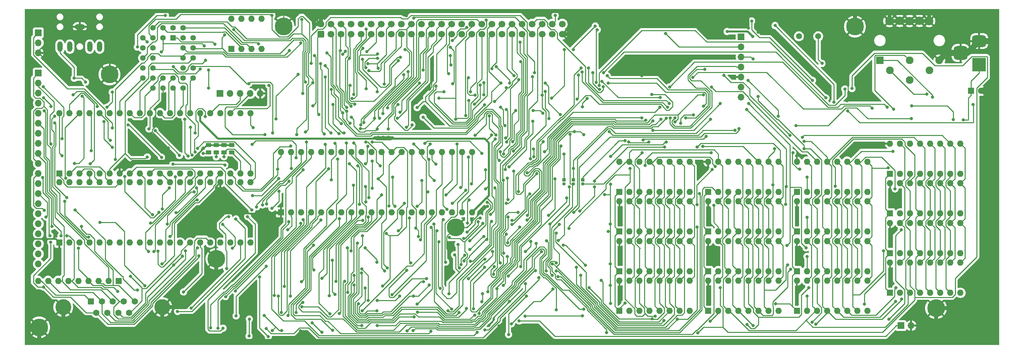
<source format=gbr>
%TF.GenerationSoftware,KiCad,Pcbnew,7.0.7*%
%TF.CreationDate,2023-10-19T16:40:53+01:00*%
%TF.ProjectId,CPC464-2MINI,43504334-3634-42d3-924d-494e492e6b69,rev?*%
%TF.SameCoordinates,Original*%
%TF.FileFunction,Copper,L2,Bot*%
%TF.FilePolarity,Positive*%
%FSLAX46Y46*%
G04 Gerber Fmt 4.6, Leading zero omitted, Abs format (unit mm)*
G04 Created by KiCad (PCBNEW 7.0.7) date 2023-10-19 16:40:53*
%MOMM*%
%LPD*%
G01*
G04 APERTURE LIST*
G04 Aperture macros list*
%AMRoundRect*
0 Rectangle with rounded corners*
0 $1 Rounding radius*
0 $2 $3 $4 $5 $6 $7 $8 $9 X,Y pos of 4 corners*
0 Add a 4 corners polygon primitive as box body*
4,1,4,$2,$3,$4,$5,$6,$7,$8,$9,$2,$3,0*
0 Add four circle primitives for the rounded corners*
1,1,$1+$1,$2,$3*
1,1,$1+$1,$4,$5*
1,1,$1+$1,$6,$7*
1,1,$1+$1,$8,$9*
0 Add four rect primitives between the rounded corners*
20,1,$1+$1,$2,$3,$4,$5,0*
20,1,$1+$1,$4,$5,$6,$7,0*
20,1,$1+$1,$6,$7,$8,$9,0*
20,1,$1+$1,$8,$9,$2,$3,0*%
G04 Aperture macros list end*
%TA.AperFunction,ComponentPad*%
%ADD10R,1.600000X1.600000*%
%TD*%
%TA.AperFunction,ComponentPad*%
%ADD11O,1.600000X1.600000*%
%TD*%
%TA.AperFunction,ComponentPad*%
%ADD12C,4.500000*%
%TD*%
%TA.AperFunction,ComponentPad*%
%ADD13R,0.850000X0.850000*%
%TD*%
%TA.AperFunction,ComponentPad*%
%ADD14O,0.850000X0.850000*%
%TD*%
%TA.AperFunction,ComponentPad*%
%ADD15C,4.000000*%
%TD*%
%TA.AperFunction,ComponentPad*%
%ADD16C,1.600000*%
%TD*%
%TA.AperFunction,ComponentPad*%
%ADD17O,2.616000X1.308000*%
%TD*%
%TA.AperFunction,ComponentPad*%
%ADD18O,1.308000X2.616000*%
%TD*%
%TA.AperFunction,ComponentPad*%
%ADD19R,1.700000X1.700000*%
%TD*%
%TA.AperFunction,ComponentPad*%
%ADD20O,1.700000X1.700000*%
%TD*%
%TA.AperFunction,ComponentPad*%
%ADD21R,1.950000X1.950000*%
%TD*%
%TA.AperFunction,ComponentPad*%
%ADD22C,1.950000*%
%TD*%
%TA.AperFunction,ComponentPad*%
%ADD23C,2.150000*%
%TD*%
%TA.AperFunction,ComponentPad*%
%ADD24C,1.500000*%
%TD*%
%TA.AperFunction,ComponentPad*%
%ADD25RoundRect,0.250000X0.600000X-0.600000X0.600000X0.600000X-0.600000X0.600000X-0.600000X-0.600000X0*%
%TD*%
%TA.AperFunction,ComponentPad*%
%ADD26C,1.700000*%
%TD*%
%TA.AperFunction,ComponentPad*%
%ADD27R,1.422400X1.422400*%
%TD*%
%TA.AperFunction,ComponentPad*%
%ADD28C,1.422400*%
%TD*%
%TA.AperFunction,ComponentPad*%
%ADD29R,3.500000X3.500000*%
%TD*%
%TA.AperFunction,ComponentPad*%
%ADD30RoundRect,0.750000X-1.000000X0.750000X-1.000000X-0.750000X1.000000X-0.750000X1.000000X0.750000X0*%
%TD*%
%TA.AperFunction,ComponentPad*%
%ADD31RoundRect,0.875000X-0.875000X0.875000X-0.875000X-0.875000X0.875000X-0.875000X0.875000X0.875000X0*%
%TD*%
%TA.AperFunction,SMDPad,CuDef*%
%ADD32RoundRect,0.250000X0.450000X-0.262500X0.450000X0.262500X-0.450000X0.262500X-0.450000X-0.262500X0*%
%TD*%
%TA.AperFunction,ViaPad*%
%ADD33C,0.800000*%
%TD*%
%TA.AperFunction,Conductor*%
%ADD34C,1.500000*%
%TD*%
%TA.AperFunction,Conductor*%
%ADD35C,1.000000*%
%TD*%
%TA.AperFunction,Conductor*%
%ADD36C,0.400000*%
%TD*%
%TA.AperFunction,Conductor*%
%ADD37C,0.250000*%
%TD*%
%TA.AperFunction,Conductor*%
%ADD38C,0.500000*%
%TD*%
G04 APERTURE END LIST*
D10*
%TO.P,IC118,1,NC*%
%TO.N,MV*%
X164566200Y-83525000D03*
D11*
%TO.P,IC118,2,DIN*%
%TO.N,/CPU/D2*%
X167106200Y-83525000D03*
%TO.P,IC118,3,~{WRITE}*%
%TO.N,MWE*%
X169646200Y-83525000D03*
%TO.P,IC118,4,~{RAS}*%
%TO.N,RAS*%
X172186200Y-83525000D03*
%TO.P,IC118,5,A0*%
%TO.N,/Memory/XA0*%
X174726200Y-83525000D03*
%TO.P,IC118,6,A2*%
%TO.N,/Memory/XA2*%
X177266200Y-83525000D03*
%TO.P,IC118,7,A1*%
%TO.N,/Memory/XA1*%
X179806200Y-83525000D03*
%TO.P,IC118,8,VCC*%
%TO.N,+5V*%
X182346200Y-83525000D03*
%TO.P,IC118,9,A7*%
%TO.N,/Memory/XA7*%
X182346200Y-75905000D03*
%TO.P,IC118,10,A5*%
%TO.N,/Memory/XA5*%
X179806200Y-75905000D03*
%TO.P,IC118,11,A4*%
%TO.N,/Memory/XA4*%
X177266200Y-75905000D03*
%TO.P,IC118,12,A3*%
%TO.N,/Memory/XA3*%
X174726200Y-75905000D03*
%TO.P,IC118,13,A6*%
%TO.N,/Memory/XA6*%
X172186200Y-75905000D03*
%TO.P,IC118,14,DOUT*%
%TO.N,/Gate Arrays/GD2*%
X169646200Y-75905000D03*
%TO.P,IC118,15,~{CAS}*%
%TO.N,CAS0*%
X167106200Y-75905000D03*
%TO.P,IC118,16,GND*%
%TO.N,GND*%
X164566200Y-75905000D03*
%TD*%
D12*
%TO.P,H4,1,1*%
%TO.N,GND*%
X244500400Y-102920800D03*
%TD*%
D10*
%TO.P,IC708,1,NC*%
%TO.N,MV*%
X232890000Y-99040000D03*
D11*
%TO.P,IC708,2,DIN*%
%TO.N,/CPU/D7*%
X235430000Y-99040000D03*
%TO.P,IC708,3,~{WRITE}*%
%TO.N,MWE*%
X237970000Y-99040000D03*
%TO.P,IC708,4,~{RAS}*%
%TO.N,RAS*%
X240510000Y-99040000D03*
%TO.P,IC708,5,A0*%
%TO.N,/Memory/XA0*%
X243050000Y-99040000D03*
%TO.P,IC708,6,A2*%
%TO.N,/Memory/XA2*%
X245590000Y-99040000D03*
%TO.P,IC708,7,A1*%
%TO.N,/Memory/XA1*%
X248130000Y-99040000D03*
%TO.P,IC708,8,VCC*%
%TO.N,+5V*%
X250670000Y-99040000D03*
%TO.P,IC708,9,A7*%
%TO.N,/Memory/XA7*%
X250670000Y-91420000D03*
%TO.P,IC708,10,A5*%
%TO.N,/Memory/XA5*%
X248130000Y-91420000D03*
%TO.P,IC708,11,A4*%
%TO.N,/Memory/XA4*%
X245590000Y-91420000D03*
%TO.P,IC708,12,A3*%
%TO.N,/Memory/XA3*%
X243050000Y-91420000D03*
%TO.P,IC708,13,A6*%
%TO.N,/Memory/XA6*%
X240510000Y-91420000D03*
%TO.P,IC708,14,DOUT*%
%TO.N,/Gate Arrays/GD7*%
X237970000Y-91420000D03*
%TO.P,IC708,15,~{CAS}*%
%TO.N,CAS1*%
X235430000Y-91420000D03*
%TO.P,IC708,16,GND*%
%TO.N,GND*%
X232890000Y-91420000D03*
%TD*%
D12*
%TO.P,H2,1,1*%
%TO.N,GND*%
X224028000Y-31750000D03*
%TD*%
D10*
%TO.P,IC703,1,NC*%
%TO.N,MV*%
X209355000Y-83525000D03*
D11*
%TO.P,IC703,2,DIN*%
%TO.N,/CPU/D2*%
X211895000Y-83525000D03*
%TO.P,IC703,3,~{WRITE}*%
%TO.N,MWE*%
X214435000Y-83525000D03*
%TO.P,IC703,4,~{RAS}*%
%TO.N,RAS*%
X216975000Y-83525000D03*
%TO.P,IC703,5,A0*%
%TO.N,/Memory/XA0*%
X219515000Y-83525000D03*
%TO.P,IC703,6,A2*%
%TO.N,/Memory/XA2*%
X222055000Y-83525000D03*
%TO.P,IC703,7,A1*%
%TO.N,/Memory/XA1*%
X224595000Y-83525000D03*
%TO.P,IC703,8,VCC*%
%TO.N,+5V*%
X227135000Y-83525000D03*
%TO.P,IC703,9,A7*%
%TO.N,/Memory/XA7*%
X227135000Y-75905000D03*
%TO.P,IC703,10,A5*%
%TO.N,/Memory/XA5*%
X224595000Y-75905000D03*
%TO.P,IC703,11,A4*%
%TO.N,/Memory/XA4*%
X222055000Y-75905000D03*
%TO.P,IC703,12,A3*%
%TO.N,/Memory/XA3*%
X219515000Y-75905000D03*
%TO.P,IC703,13,A6*%
%TO.N,/Memory/XA6*%
X216975000Y-75905000D03*
%TO.P,IC703,14,DOUT*%
%TO.N,/Gate Arrays/GD2*%
X214435000Y-75905000D03*
%TO.P,IC703,15,~{CAS}*%
%TO.N,CAS1*%
X211895000Y-75905000D03*
%TO.P,IC703,16,GND*%
%TO.N,GND*%
X209355000Y-75905000D03*
%TD*%
D13*
%TO.P,LK8,1,Pin_1*%
%TO.N,CAS*%
X155260000Y-70525000D03*
D14*
%TO.P,LK8,2,Pin_2*%
%TO.N,CAS0*%
X155260000Y-71525000D03*
%TD*%
D13*
%TO.P,LK6,1,Pin_1*%
%TO.N,/CPU/A15*%
X152900000Y-70525000D03*
D14*
%TO.P,LK6,2,Pin_2*%
%TO.N,A15OUT*%
X152900000Y-71525000D03*
%TD*%
D15*
%TO.P,J102,0,GND*%
%TO.N,GND*%
X24116800Y-102649300D03*
X49116800Y-102649300D03*
D10*
%TO.P,J102,1,Pin_1*%
%TO.N,/Sound & Keyboard/AYIO0*%
X31076800Y-101229300D03*
D16*
%TO.P,J102,2,Pin_2*%
%TO.N,/Sound & Keyboard/AYIO1*%
X33846800Y-101229300D03*
%TO.P,J102,3,Pin_3*%
%TO.N,/Sound & Keyboard/AYIO2*%
X36616800Y-101229300D03*
%TO.P,J102,4,Pin_4*%
%TO.N,/Sound & Keyboard/AYIO3*%
X39386800Y-101229300D03*
%TO.P,J102,5,Pin_5*%
%TO.N,/Sound & Keyboard/AYIO6*%
X42156800Y-101229300D03*
%TO.P,J102,6,Pin_6*%
%TO.N,/Sound & Keyboard/AYIO4*%
X32461800Y-104069300D03*
%TO.P,J102,7,Pin_7*%
%TO.N,/Sound & Keyboard/AYIO5*%
X35231800Y-104069300D03*
%TO.P,J102,8,Pin_8*%
%TO.N,Net-(CP2-Pin_2)*%
X38001800Y-104069300D03*
%TO.P,J102,9,Pin_9*%
%TO.N,/Sound & Keyboard/AYIO7*%
X40771800Y-104069300D03*
%TD*%
D10*
%TO.P,IC121,1,NC*%
%TO.N,MV*%
X186965000Y-73502000D03*
D11*
%TO.P,IC121,2,DIN*%
%TO.N,/CPU/D4*%
X189505000Y-73502000D03*
%TO.P,IC121,3,~{WRITE}*%
%TO.N,MWE*%
X192045000Y-73502000D03*
%TO.P,IC121,4,~{RAS}*%
%TO.N,RAS*%
X194585000Y-73502000D03*
%TO.P,IC121,5,A0*%
%TO.N,/Memory/XA0*%
X197125000Y-73502000D03*
%TO.P,IC121,6,A2*%
%TO.N,/Memory/XA2*%
X199665000Y-73502000D03*
%TO.P,IC121,7,A1*%
%TO.N,/Memory/XA1*%
X202205000Y-73502000D03*
%TO.P,IC121,8,VCC*%
%TO.N,+5V*%
X204745000Y-73502000D03*
%TO.P,IC121,9,A7*%
%TO.N,/Memory/XA7*%
X204745000Y-65882000D03*
%TO.P,IC121,10,A5*%
%TO.N,/Memory/XA5*%
X202205000Y-65882000D03*
%TO.P,IC121,11,A4*%
%TO.N,/Memory/XA4*%
X199665000Y-65882000D03*
%TO.P,IC121,12,A3*%
%TO.N,/Memory/XA3*%
X197125000Y-65882000D03*
%TO.P,IC121,13,A6*%
%TO.N,/Memory/XA6*%
X194585000Y-65882000D03*
%TO.P,IC121,14,DOUT*%
%TO.N,/Gate Arrays/GD4*%
X192045000Y-65882000D03*
%TO.P,IC121,15,~{CAS}*%
%TO.N,CAS0*%
X189505000Y-65882000D03*
%TO.P,IC121,16,GND*%
%TO.N,GND*%
X186965000Y-65882000D03*
%TD*%
D17*
%TO.P,J103,1,1*%
%TO.N,GND*%
X28295600Y-31800800D03*
D18*
%TO.P,J103,2,2*%
%TO.N,Net-(J103-Pad2)*%
X23295600Y-36800800D03*
%TO.P,J103,3,Ground*%
%TO.N,Net-(J103-Ground)*%
X33295600Y-36800800D03*
%TO.P,J103,10,10*%
%TO.N,unconnected-(J103-Pad10)*%
X25795600Y-36800800D03*
%TO.P,J103,11,11*%
%TO.N,unconnected-(J103-Pad11)*%
X30795600Y-36800800D03*
%TD*%
D10*
%TO.P,IC701,1,NC*%
%TO.N,MV*%
X209355000Y-103591000D03*
D11*
%TO.P,IC701,2,DIN*%
%TO.N,/CPU/D0*%
X211895000Y-103591000D03*
%TO.P,IC701,3,~{WRITE}*%
%TO.N,MWE*%
X214435000Y-103591000D03*
%TO.P,IC701,4,~{RAS}*%
%TO.N,RAS*%
X216975000Y-103591000D03*
%TO.P,IC701,5,A0*%
%TO.N,/Memory/XA0*%
X219515000Y-103591000D03*
%TO.P,IC701,6,A2*%
%TO.N,/Memory/XA2*%
X222055000Y-103591000D03*
%TO.P,IC701,7,A1*%
%TO.N,/Memory/XA1*%
X224595000Y-103591000D03*
%TO.P,IC701,8,VCC*%
%TO.N,+5V*%
X227135000Y-103591000D03*
%TO.P,IC701,9,A7*%
%TO.N,/Memory/XA7*%
X227135000Y-95971000D03*
%TO.P,IC701,10,A5*%
%TO.N,/Memory/XA5*%
X224595000Y-95971000D03*
%TO.P,IC701,11,A4*%
%TO.N,/Memory/XA4*%
X222055000Y-95971000D03*
%TO.P,IC701,12,A3*%
%TO.N,/Memory/XA3*%
X219515000Y-95971000D03*
%TO.P,IC701,13,A6*%
%TO.N,/Memory/XA6*%
X216975000Y-95971000D03*
%TO.P,IC701,14,DOUT*%
%TO.N,/Gate Arrays/GD0*%
X214435000Y-95971000D03*
%TO.P,IC701,15,~{CAS}*%
%TO.N,CAS1*%
X211895000Y-95971000D03*
%TO.P,IC701,16,GND*%
%TO.N,GND*%
X209355000Y-95971000D03*
%TD*%
D10*
%TO.P,IC119,1,NC*%
%TO.N,MV*%
X164566200Y-93568000D03*
D11*
%TO.P,IC119,2,DIN*%
%TO.N,/CPU/D1*%
X167106200Y-93568000D03*
%TO.P,IC119,3,~{WRITE}*%
%TO.N,MWE*%
X169646200Y-93568000D03*
%TO.P,IC119,4,~{RAS}*%
%TO.N,RAS*%
X172186200Y-93568000D03*
%TO.P,IC119,5,A0*%
%TO.N,/Memory/XA0*%
X174726200Y-93568000D03*
%TO.P,IC119,6,A2*%
%TO.N,/Memory/XA2*%
X177266200Y-93568000D03*
%TO.P,IC119,7,A1*%
%TO.N,/Memory/XA1*%
X179806200Y-93568000D03*
%TO.P,IC119,8,VCC*%
%TO.N,+5V*%
X182346200Y-93568000D03*
%TO.P,IC119,9,A7*%
%TO.N,/Memory/XA7*%
X182346200Y-85948000D03*
%TO.P,IC119,10,A5*%
%TO.N,/Memory/XA5*%
X179806200Y-85948000D03*
%TO.P,IC119,11,A4*%
%TO.N,/Memory/XA4*%
X177266200Y-85948000D03*
%TO.P,IC119,12,A3*%
%TO.N,/Memory/XA3*%
X174726200Y-85948000D03*
%TO.P,IC119,13,A6*%
%TO.N,/Memory/XA6*%
X172186200Y-85948000D03*
%TO.P,IC119,14,DOUT*%
%TO.N,/Gate Arrays/GD1*%
X169646200Y-85948000D03*
%TO.P,IC119,15,~{CAS}*%
%TO.N,CAS0*%
X167106200Y-85948000D03*
%TO.P,IC119,16,GND*%
%TO.N,GND*%
X164566200Y-85948000D03*
%TD*%
D10*
%TO.P,IC117,1,NC*%
%TO.N,MV*%
X164566200Y-73502000D03*
D11*
%TO.P,IC117,2,DIN*%
%TO.N,/CPU/D3*%
X167106200Y-73502000D03*
%TO.P,IC117,3,~{WRITE}*%
%TO.N,MWE*%
X169646200Y-73502000D03*
%TO.P,IC117,4,~{RAS}*%
%TO.N,RAS*%
X172186200Y-73502000D03*
%TO.P,IC117,5,A0*%
%TO.N,/Memory/XA0*%
X174726200Y-73502000D03*
%TO.P,IC117,6,A2*%
%TO.N,/Memory/XA2*%
X177266200Y-73502000D03*
%TO.P,IC117,7,A1*%
%TO.N,/Memory/XA1*%
X179806200Y-73502000D03*
%TO.P,IC117,8,VCC*%
%TO.N,+5V*%
X182346200Y-73502000D03*
%TO.P,IC117,9,A7*%
%TO.N,/Memory/XA7*%
X182346200Y-65882000D03*
%TO.P,IC117,10,A5*%
%TO.N,/Memory/XA5*%
X179806200Y-65882000D03*
%TO.P,IC117,11,A4*%
%TO.N,/Memory/XA4*%
X177266200Y-65882000D03*
%TO.P,IC117,12,A3*%
%TO.N,/Memory/XA3*%
X174726200Y-65882000D03*
%TO.P,IC117,13,A6*%
%TO.N,/Memory/XA6*%
X172186200Y-65882000D03*
%TO.P,IC117,14,DOUT*%
%TO.N,/Gate Arrays/GD3*%
X169646200Y-65882000D03*
%TO.P,IC117,15,~{CAS}*%
%TO.N,CAS0*%
X167106200Y-65882000D03*
%TO.P,IC117,16,GND*%
%TO.N,GND*%
X164566200Y-65882000D03*
%TD*%
D19*
%TO.P,J105,1,Pin_1*%
%TO.N,BUS*%
X17830800Y-33324800D03*
D20*
%TO.P,J105,2,Pin_2*%
%TO.N,+5V*%
X17830800Y-35864800D03*
%TO.P,J105,3,Pin_3*%
%TO.N,GND*%
X17830800Y-38404800D03*
%TD*%
D21*
%TO.P,J101,1,Pin_1*%
%TO.N,Net-(J101-Pin_1)*%
X230327500Y-40273200D03*
D22*
%TO.P,J101,2,Pin_2*%
%TO.N,Net-(J101-Pin_2)*%
X232827500Y-42773200D03*
%TO.P,J101,3,Pin_3*%
%TO.N,Net-(J101-Pin_3)*%
X237827500Y-40273200D03*
%TO.P,J101,4,Pin_4*%
%TO.N,Net-(J101-Pin_4)*%
X242827500Y-42773200D03*
%TO.P,J101,5,Pin_5*%
%TO.N,GND*%
X245327500Y-40273200D03*
%TO.P,J101,6,Pin_6*%
%TO.N,Net-(J101-Pin_6)*%
X237827500Y-45273200D03*
D23*
%TO.P,J101,S,Shield*%
%TO.N,GND*%
X242747500Y-30320200D03*
X240327500Y-30273200D03*
X237827500Y-30320200D03*
X235327500Y-30273200D03*
X232747500Y-30320200D03*
%TD*%
D10*
%TO.P,IC141,1,GND*%
%TO.N,GND*%
X23140000Y-86340000D03*
D11*
%TO.P,IC141,2,n/c*%
%TO.N,unconnected-(IC141-n{slash}c-Pad2)*%
X25680000Y-86340000D03*
%TO.P,IC141,3,B*%
%TO.N,AYB*%
X28220000Y-86340000D03*
%TO.P,IC141,4,A*%
%TO.N,AYA*%
X30760000Y-86340000D03*
%TO.P,IC141,5,n/c*%
%TO.N,unconnected-(IC141-n{slash}c-Pad5)*%
X33300000Y-86340000D03*
%TO.P,IC141,6,IOB7*%
%TO.N,unconnected-(IC141-IOB7-Pad6)*%
X35840000Y-86340000D03*
%TO.P,IC141,7,IOB6*%
%TO.N,unconnected-(IC141-IOB6-Pad7)*%
X38380000Y-86340000D03*
%TO.P,IC141,8,IOB5*%
%TO.N,unconnected-(IC141-IOB5-Pad8)*%
X40920000Y-86340000D03*
%TO.P,IC141,9,IOB4*%
%TO.N,unconnected-(IC141-IOB4-Pad9)*%
X43460000Y-86340000D03*
%TO.P,IC141,10,IOB3*%
%TO.N,unconnected-(IC141-IOB3-Pad10)*%
X46000000Y-86340000D03*
%TO.P,IC141,11,IOB2*%
%TO.N,unconnected-(IC141-IOB2-Pad11)*%
X48540000Y-86340000D03*
%TO.P,IC141,12,IOB1*%
%TO.N,unconnected-(IC141-IOB1-Pad12)*%
X51080000Y-86340000D03*
%TO.P,IC141,13,IOB0*%
%TO.N,unconnected-(IC141-IOB0-Pad13)*%
X53620000Y-86340000D03*
%TO.P,IC141,14,IOA7*%
%TO.N,/Sound & Keyboard/AYIO7*%
X56160000Y-86340000D03*
%TO.P,IC141,15,IOA6*%
%TO.N,/Sound & Keyboard/AYIO6*%
X58700000Y-86340000D03*
%TO.P,IC141,16,IOA5*%
%TO.N,/Sound & Keyboard/AYIO5*%
X61240000Y-86340000D03*
%TO.P,IC141,17,IOA4*%
%TO.N,/Sound & Keyboard/AYIO4*%
X63780000Y-86340000D03*
%TO.P,IC141,18,IOA3*%
%TO.N,/Sound & Keyboard/AYIO3*%
X66320000Y-86340000D03*
%TO.P,IC141,19,IOA2*%
%TO.N,/Sound & Keyboard/AYIO2*%
X68860000Y-86340000D03*
%TO.P,IC141,20,IOA1*%
%TO.N,/Sound & Keyboard/AYIO1*%
X71400000Y-86340000D03*
%TO.P,IC141,21,IOA0*%
%TO.N,/Sound & Keyboard/AYIO0*%
X71400000Y-71100000D03*
%TO.P,IC141,22,CLOCK*%
%TO.N,CPU*%
X68860000Y-71100000D03*
%TO.P,IC141,23,~{RESET}*%
%TO.N,RESET*%
X66320000Y-71100000D03*
%TO.P,IC141,24,~{A9}*%
%TO.N,GND*%
X63780000Y-71100000D03*
%TO.P,IC141,25,A8*%
%TO.N,+5V*%
X61240000Y-71100000D03*
%TO.P,IC141,26,TEST_2*%
%TO.N,unconnected-(IC141-TEST_2-Pad26)*%
X58700000Y-71100000D03*
%TO.P,IC141,27,BDIR*%
%TO.N,AYBDIR*%
X56160000Y-71100000D03*
%TO.P,IC141,28,BC2*%
%TO.N,+5V*%
X53620000Y-71100000D03*
%TO.P,IC141,29,BC1*%
%TO.N,AYBC1*%
X51080000Y-71100000D03*
%TO.P,IC141,30,DA7*%
%TO.N,/IO/AYD7*%
X48540000Y-71100000D03*
%TO.P,IC141,31,DA6*%
%TO.N,/IO/AYD6*%
X46000000Y-71100000D03*
%TO.P,IC141,32,DA5*%
%TO.N,/IO/AYD5*%
X43460000Y-71100000D03*
%TO.P,IC141,33,DA4*%
%TO.N,/IO/AYD4*%
X40920000Y-71100000D03*
%TO.P,IC141,34,DA3*%
%TO.N,/IO/AYD3*%
X38380000Y-71100000D03*
%TO.P,IC141,35,DA2*%
%TO.N,/IO/AYD2*%
X35840000Y-71100000D03*
%TO.P,IC141,36,DA1*%
%TO.N,/IO/AYD1*%
X33300000Y-71100000D03*
%TO.P,IC141,37,DA0*%
%TO.N,/IO/AYD0*%
X30760000Y-71100000D03*
%TO.P,IC141,38,C*%
%TO.N,AYC*%
X28220000Y-71100000D03*
%TO.P,IC141,39,TEST_1*%
%TO.N,unconnected-(IC141-TEST_1-Pad39)*%
X25680000Y-71100000D03*
%TO.P,IC141,40,VCC*%
%TO.N,+5V*%
X23140000Y-71100000D03*
%TD*%
D10*
%TO.P,SW1250,1*%
%TO.N,/Memory/R15*%
X66550000Y-37425000D03*
D11*
%TO.P,SW1250,2*%
%TO.N,/Memory/R16*%
X69090000Y-37425000D03*
%TO.P,SW1250,3*%
%TO.N,/Memory/R17*%
X71630000Y-37425000D03*
%TO.P,SW1250,4*%
%TO.N,/Memory/R18*%
X74170000Y-37425000D03*
%TO.P,SW1250,5*%
%TO.N,+5V*%
X74170000Y-29805000D03*
%TO.P,SW1250,6*%
X71630000Y-29805000D03*
%TO.P,SW1250,7*%
X69090000Y-29805000D03*
%TO.P,SW1250,8*%
X66550000Y-29805000D03*
%TD*%
D24*
%TO.P,X101,1,1*%
%TO.N,Net-(C130-Pad1)*%
X209870000Y-34190000D03*
%TO.P,X101,2,2*%
%TO.N,Net-(C131-Pad1)*%
X214750000Y-34190000D03*
%TD*%
D25*
%TO.P,PL1,1,Pin_1*%
%TO.N,SOUND*%
X89159000Y-33660000D03*
D26*
%TO.P,PL1,2,Pin_2*%
%TO.N,GND*%
X89159000Y-31120000D03*
%TO.P,PL1,3,Pin_3*%
%TO.N,/CPU/A15*%
X91699000Y-33660000D03*
%TO.P,PL1,4,Pin_4*%
%TO.N,/CPU/A14*%
X91699000Y-31120000D03*
%TO.P,PL1,5,Pin_5*%
%TO.N,/CPU/A13*%
X94239000Y-33660000D03*
%TO.P,PL1,6,Pin_6*%
%TO.N,/CPU/A12*%
X94239000Y-31120000D03*
%TO.P,PL1,7,Pin_7*%
%TO.N,/CPU/A11*%
X96779000Y-33660000D03*
%TO.P,PL1,8,Pin_8*%
%TO.N,/CPU/A10*%
X96779000Y-31120000D03*
%TO.P,PL1,9,Pin_9*%
%TO.N,/CPU/A9*%
X99319000Y-33660000D03*
%TO.P,PL1,10,Pin_10*%
%TO.N,/CPU/A8*%
X99319000Y-31120000D03*
%TO.P,PL1,11,Pin_11*%
%TO.N,/CPU/A7*%
X101859000Y-33660000D03*
%TO.P,PL1,12,Pin_12*%
%TO.N,/CPU/A6*%
X101859000Y-31120000D03*
%TO.P,PL1,13,Pin_13*%
%TO.N,/CPU/A5*%
X104399000Y-33660000D03*
%TO.P,PL1,14,Pin_14*%
%TO.N,/CPU/A4*%
X104399000Y-31120000D03*
%TO.P,PL1,15,Pin_15*%
%TO.N,/CPU/A3*%
X106939000Y-33660000D03*
%TO.P,PL1,16,Pin_16*%
%TO.N,/CPU/A2*%
X106939000Y-31120000D03*
%TO.P,PL1,17,Pin_17*%
%TO.N,/CPU/A1*%
X109479000Y-33660000D03*
%TO.P,PL1,18,Pin_18*%
%TO.N,/CPU/A0*%
X109479000Y-31120000D03*
%TO.P,PL1,19,Pin_19*%
%TO.N,/CPU/D7*%
X112019000Y-33660000D03*
%TO.P,PL1,20,Pin_20*%
%TO.N,/CPU/D6*%
X112019000Y-31120000D03*
%TO.P,PL1,21,Pin_21*%
%TO.N,/CPU/D5*%
X114559000Y-33660000D03*
%TO.P,PL1,22,Pin_22*%
%TO.N,/CPU/D4*%
X114559000Y-31120000D03*
%TO.P,PL1,23,Pin_23*%
%TO.N,/CPU/D3*%
X117099000Y-33660000D03*
%TO.P,PL1,24,Pin_24*%
%TO.N,/CPU/D2*%
X117099000Y-31120000D03*
%TO.P,PL1,25,Pin_25*%
%TO.N,/CPU/D1*%
X119639000Y-33660000D03*
%TO.P,PL1,26,Pin_26*%
%TO.N,/CPU/D0*%
X119639000Y-31120000D03*
%TO.P,PL1,27,Pin_27*%
%TO.N,+5V*%
X122179000Y-33660000D03*
%TO.P,PL1,28,Pin_28*%
%TO.N,MREQ*%
X122179000Y-31120000D03*
%TO.P,PL1,29,Pin_29*%
%TO.N,M1*%
X124719000Y-33660000D03*
%TO.P,PL1,30,Pin_30*%
%TO.N,RFSH*%
X124719000Y-31120000D03*
%TO.P,PL1,31,Pin_31*%
%TO.N,IORQ*%
X127259000Y-33660000D03*
%TO.P,PL1,32,Pin_32*%
%TO.N,RD*%
X127259000Y-31120000D03*
%TO.P,PL1,33,Pin_33*%
%TO.N,WR*%
X129799000Y-33660000D03*
%TO.P,PL1,34,Pin_34*%
%TO.N,HALT*%
X129799000Y-31120000D03*
%TO.P,PL1,35,Pin_35*%
%TO.N,INT*%
X132339000Y-33660000D03*
%TO.P,PL1,36,Pin_36*%
%TO.N,NMI*%
X132339000Y-31120000D03*
%TO.P,PL1,37,Pin_37*%
%TO.N,BUSRQ*%
X134879000Y-33660000D03*
%TO.P,PL1,38,Pin_38*%
%TO.N,BUSAK*%
X134879000Y-31120000D03*
%TO.P,PL1,39,Pin_39*%
%TO.N,READY*%
X137419000Y-33660000D03*
%TO.P,PL1,40,Pin_40*%
%TO.N,BUS*%
X137419000Y-31120000D03*
%TO.P,PL1,41,Pin_41*%
%TO.N,RESET*%
X139959000Y-33660000D03*
%TO.P,PL1,42,Pin_42*%
%TO.N,ROMEN*%
X139959000Y-31120000D03*
%TO.P,PL1,43,Pin_43*%
%TO.N,ROMDIS*%
X142499000Y-33660000D03*
%TO.P,PL1,44,Pin_44*%
%TO.N,RAMRD*%
X142499000Y-31120000D03*
%TO.P,PL1,45,Pin_45*%
%TO.N,RAMDIS*%
X145039000Y-33660000D03*
%TO.P,PL1,46,Pin_46*%
%TO.N,CURSOR*%
X145039000Y-31120000D03*
%TO.P,PL1,47,Pin_47*%
%TO.N,LPEN*%
X147579000Y-33660000D03*
%TO.P,PL1,48,Pin_48*%
%TO.N,EXP*%
X147579000Y-31120000D03*
%TO.P,PL1,49,Pin_49*%
%TO.N,GND*%
X150119000Y-33660000D03*
%TO.P,PL1,50,Pin_50*%
%TO.N,A100*%
X150119000Y-31120000D03*
%TD*%
D19*
%TO.P,J340,1,Pin_1*%
%TO.N,BUS*%
X235675000Y-107350000D03*
D20*
%TO.P,J340,2,Pin_2*%
%TO.N,GND*%
X238215000Y-107350000D03*
%TD*%
D12*
%TO.P,H3,1,1*%
%TO.N,GND*%
X18034000Y-107797600D03*
%TD*%
D10*
%TO.P,IC704,1,NC*%
%TO.N,MV*%
X209355000Y-73502000D03*
D11*
%TO.P,IC704,2,DIN*%
%TO.N,/CPU/D3*%
X211895000Y-73502000D03*
%TO.P,IC704,3,~{WRITE}*%
%TO.N,MWE*%
X214435000Y-73502000D03*
%TO.P,IC704,4,~{RAS}*%
%TO.N,RAS*%
X216975000Y-73502000D03*
%TO.P,IC704,5,A0*%
%TO.N,/Memory/XA0*%
X219515000Y-73502000D03*
%TO.P,IC704,6,A2*%
%TO.N,/Memory/XA2*%
X222055000Y-73502000D03*
%TO.P,IC704,7,A1*%
%TO.N,/Memory/XA1*%
X224595000Y-73502000D03*
%TO.P,IC704,8,VCC*%
%TO.N,+5V*%
X227135000Y-73502000D03*
%TO.P,IC704,9,A7*%
%TO.N,/Memory/XA7*%
X227135000Y-65882000D03*
%TO.P,IC704,10,A5*%
%TO.N,/Memory/XA5*%
X224595000Y-65882000D03*
%TO.P,IC704,11,A4*%
%TO.N,/Memory/XA4*%
X222055000Y-65882000D03*
%TO.P,IC704,12,A3*%
%TO.N,/Memory/XA3*%
X219515000Y-65882000D03*
%TO.P,IC704,13,A6*%
%TO.N,/Memory/XA6*%
X216975000Y-65882000D03*
%TO.P,IC704,14,DOUT*%
%TO.N,/Gate Arrays/GD3*%
X214435000Y-65882000D03*
%TO.P,IC704,15,~{CAS}*%
%TO.N,CAS1*%
X211895000Y-65882000D03*
%TO.P,IC704,16,GND*%
%TO.N,GND*%
X209355000Y-65882000D03*
%TD*%
D19*
%TO.P,CP2,1,Pin_1*%
%TO.N,/Sound & Keyboard/AYIO7*%
X17830800Y-43484800D03*
D20*
%TO.P,CP2,2,Pin_2*%
%TO.N,Net-(CP2-Pin_2)*%
X17830800Y-46024800D03*
%TO.P,CP2,3,Pin_3*%
%TO.N,/Sound & Keyboard/AYIO0*%
X17830800Y-48564800D03*
%TO.P,CP2,4,Pin_4*%
%TO.N,/Sound & Keyboard/AYIO1*%
X17830800Y-51104800D03*
%TO.P,CP2,5,Pin_5*%
%TO.N,/Sound & Keyboard/AYIO2*%
X17830800Y-53644800D03*
%TO.P,CP2,6,Pin_6*%
%TO.N,/Sound & Keyboard/AYIO3*%
X17830800Y-56184800D03*
%TO.P,CP2,7,Pin_7*%
%TO.N,/Sound & Keyboard/AYIO4*%
X17830800Y-58724800D03*
%TO.P,CP2,8,Pin_8*%
%TO.N,/Sound & Keyboard/AYIO5*%
X17830800Y-61264800D03*
%TO.P,CP2,9,Pin_9*%
%TO.N,/Sound & Keyboard/AYIO6*%
X17830800Y-63804800D03*
%TO.P,CP2,10,Pin_10*%
%TO.N,/Sound & Keyboard/AYIO7*%
X17830800Y-66344800D03*
%TO.P,CP2,11,Pin_11*%
%TO.N,Net-(CP2-Pin_11)*%
X17830800Y-68884800D03*
%TO.P,CP2,12,Pin_12*%
%TO.N,Net-(CP2-Pin_12)*%
X17830800Y-71424800D03*
%TO.P,CP2,13,Pin_13*%
%TO.N,Net-(CP2-Pin_13)*%
X17830800Y-73964800D03*
%TO.P,CP2,14,Pin_14*%
%TO.N,Net-(CP2-Pin_14)*%
X17830800Y-76504800D03*
%TO.P,CP2,15,Pin_15*%
%TO.N,Net-(CP2-Pin_15)*%
X17830800Y-79044800D03*
%TO.P,CP2,16,Pin_16*%
%TO.N,Net-(CP2-Pin_16)*%
X17830800Y-81584800D03*
%TO.P,CP2,17,Pin_17*%
%TO.N,Net-(CP2-Pin_17)*%
X17830800Y-84124800D03*
%TO.P,CP2,18,Pin_18*%
%TO.N,Net-(CP2-Pin_18)*%
X17830800Y-86664800D03*
%TO.P,CP2,19,Pin_19*%
%TO.N,Net-(CP2-Pin_19)*%
X17830800Y-89204800D03*
%TO.P,CP2,20,Pin_20*%
%TO.N,unconnected-(CP2-Pin_20-Pad20)*%
X17830800Y-91744800D03*
%TD*%
D19*
%TO.P,CP3,1,Pin_1*%
%TO.N,+5V*%
X63680000Y-48650000D03*
D20*
%TO.P,CP3,2,Pin_2*%
%TO.N,/IO/WRDATA*%
X66220000Y-48650000D03*
%TO.P,CP3,3,Pin_3*%
%TO.N,/IO/RDDATA*%
X68760000Y-48650000D03*
%TO.P,CP3,4,Pin_4*%
%TO.N,/IO/lMOTOR*%
X71300000Y-48650000D03*
%TO.P,CP3,5,Pin_5*%
%TO.N,GND*%
X73840000Y-48650000D03*
%TD*%
D10*
%TO.P,IC702,1,NC*%
%TO.N,MV*%
X209355000Y-93568000D03*
D11*
%TO.P,IC702,2,DIN*%
%TO.N,/CPU/D1*%
X211895000Y-93568000D03*
%TO.P,IC702,3,~{WRITE}*%
%TO.N,MWE*%
X214435000Y-93568000D03*
%TO.P,IC702,4,~{RAS}*%
%TO.N,RAS*%
X216975000Y-93568000D03*
%TO.P,IC702,5,A0*%
%TO.N,/Memory/XA0*%
X219515000Y-93568000D03*
%TO.P,IC702,6,A2*%
%TO.N,/Memory/XA2*%
X222055000Y-93568000D03*
%TO.P,IC702,7,A1*%
%TO.N,/Memory/XA1*%
X224595000Y-93568000D03*
%TO.P,IC702,8,VCC*%
%TO.N,+5V*%
X227135000Y-93568000D03*
%TO.P,IC702,9,A7*%
%TO.N,/Memory/XA7*%
X227135000Y-85948000D03*
%TO.P,IC702,10,A5*%
%TO.N,/Memory/XA5*%
X224595000Y-85948000D03*
%TO.P,IC702,11,A4*%
%TO.N,/Memory/XA4*%
X222055000Y-85948000D03*
%TO.P,IC702,12,A3*%
%TO.N,/Memory/XA3*%
X219515000Y-85948000D03*
%TO.P,IC702,13,A6*%
%TO.N,/Memory/XA6*%
X216975000Y-85948000D03*
%TO.P,IC702,14,DOUT*%
%TO.N,/Gate Arrays/GD1*%
X214435000Y-85948000D03*
%TO.P,IC702,15,~{CAS}*%
%TO.N,CAS1*%
X211895000Y-85948000D03*
%TO.P,IC702,16,GND*%
%TO.N,GND*%
X209355000Y-85948000D03*
%TD*%
D10*
%TO.P,NR1,1,common*%
%TO.N,+5V*%
X38075000Y-96025000D03*
D11*
%TO.P,NR1,2,R1*%
%TO.N,/Sound & Keyboard/AYIO7*%
X35535000Y-96025000D03*
%TO.P,NR1,3,R2*%
%TO.N,/Sound & Keyboard/AYIO6*%
X32995000Y-96025000D03*
%TO.P,NR1,4,R3*%
%TO.N,/Sound & Keyboard/AYIO5*%
X30455000Y-96025000D03*
%TO.P,NR1,5,R4*%
%TO.N,/Sound & Keyboard/AYIO4*%
X27915000Y-96025000D03*
%TO.P,NR1,6,R5*%
%TO.N,/Sound & Keyboard/AYIO3*%
X25375000Y-96025000D03*
%TO.P,NR1,7,R6*%
%TO.N,/Sound & Keyboard/AYIO2*%
X22835000Y-96025000D03*
%TO.P,NR1,8,R7*%
%TO.N,/Sound & Keyboard/AYIO1*%
X20295000Y-96025000D03*
%TO.P,NR1,9,R8*%
%TO.N,/Sound & Keyboard/AYIO0*%
X17755000Y-96025000D03*
%TD*%
D12*
%TO.P,H9,1,1*%
%TO.N,GND*%
X35788600Y-43840400D03*
%TD*%
%TO.P,H6,1,1*%
%TO.N,GND*%
X62788800Y-90474800D03*
%TD*%
D10*
%TO.P,IC706,1,NC*%
%TO.N,MV*%
X232890000Y-78974000D03*
D11*
%TO.P,IC706,2,DIN*%
%TO.N,/CPU/D5*%
X235430000Y-78974000D03*
%TO.P,IC706,3,~{WRITE}*%
%TO.N,MWE*%
X237970000Y-78974000D03*
%TO.P,IC706,4,~{RAS}*%
%TO.N,RAS*%
X240510000Y-78974000D03*
%TO.P,IC706,5,A0*%
%TO.N,/Memory/XA0*%
X243050000Y-78974000D03*
%TO.P,IC706,6,A2*%
%TO.N,/Memory/XA2*%
X245590000Y-78974000D03*
%TO.P,IC706,7,A1*%
%TO.N,/Memory/XA1*%
X248130000Y-78974000D03*
%TO.P,IC706,8,VCC*%
%TO.N,+5V*%
X250670000Y-78974000D03*
%TO.P,IC706,9,A7*%
%TO.N,/Memory/XA7*%
X250670000Y-71354000D03*
%TO.P,IC706,10,A5*%
%TO.N,/Memory/XA5*%
X248130000Y-71354000D03*
%TO.P,IC706,11,A4*%
%TO.N,/Memory/XA4*%
X245590000Y-71354000D03*
%TO.P,IC706,12,A3*%
%TO.N,/Memory/XA3*%
X243050000Y-71354000D03*
%TO.P,IC706,13,A6*%
%TO.N,/Memory/XA6*%
X240510000Y-71354000D03*
%TO.P,IC706,14,DOUT*%
%TO.N,/Gate Arrays/GD5*%
X237970000Y-71354000D03*
%TO.P,IC706,15,~{CAS}*%
%TO.N,CAS1*%
X235430000Y-71354000D03*
%TO.P,IC706,16,GND*%
%TO.N,GND*%
X232890000Y-71354000D03*
%TD*%
D10*
%TO.P,IC122,1,NC*%
%TO.N,MV*%
X186965000Y-83525000D03*
D11*
%TO.P,IC122,2,DIN*%
%TO.N,/CPU/D5*%
X189505000Y-83525000D03*
%TO.P,IC122,3,~{WRITE}*%
%TO.N,MWE*%
X192045000Y-83525000D03*
%TO.P,IC122,4,~{RAS}*%
%TO.N,RAS*%
X194585000Y-83525000D03*
%TO.P,IC122,5,A0*%
%TO.N,/Memory/XA0*%
X197125000Y-83525000D03*
%TO.P,IC122,6,A2*%
%TO.N,/Memory/XA2*%
X199665000Y-83525000D03*
%TO.P,IC122,7,A1*%
%TO.N,/Memory/XA1*%
X202205000Y-83525000D03*
%TO.P,IC122,8,VCC*%
%TO.N,+5V*%
X204745000Y-83525000D03*
%TO.P,IC122,9,A7*%
%TO.N,/Memory/XA7*%
X204745000Y-75905000D03*
%TO.P,IC122,10,A5*%
%TO.N,/Memory/XA5*%
X202205000Y-75905000D03*
%TO.P,IC122,11,A4*%
%TO.N,/Memory/XA4*%
X199665000Y-75905000D03*
%TO.P,IC122,12,A3*%
%TO.N,/Memory/XA3*%
X197125000Y-75905000D03*
%TO.P,IC122,13,A6*%
%TO.N,/Memory/XA6*%
X194585000Y-75905000D03*
%TO.P,IC122,14,DOUT*%
%TO.N,/Gate Arrays/GD5*%
X192045000Y-75905000D03*
%TO.P,IC122,15,~{CAS}*%
%TO.N,CAS0*%
X189505000Y-75905000D03*
%TO.P,IC122,16,GND*%
%TO.N,GND*%
X186965000Y-75905000D03*
%TD*%
D10*
%TO.P,IC120,1,NC*%
%TO.N,MV*%
X164566200Y-103591000D03*
D11*
%TO.P,IC120,2,DIN*%
%TO.N,/CPU/D0*%
X167106200Y-103591000D03*
%TO.P,IC120,3,~{WRITE}*%
%TO.N,MWE*%
X169646200Y-103591000D03*
%TO.P,IC120,4,~{RAS}*%
%TO.N,RAS*%
X172186200Y-103591000D03*
%TO.P,IC120,5,A0*%
%TO.N,/Memory/XA0*%
X174726200Y-103591000D03*
%TO.P,IC120,6,A2*%
%TO.N,/Memory/XA2*%
X177266200Y-103591000D03*
%TO.P,IC120,7,A1*%
%TO.N,/Memory/XA1*%
X179806200Y-103591000D03*
%TO.P,IC120,8,VCC*%
%TO.N,+5V*%
X182346200Y-103591000D03*
%TO.P,IC120,9,A7*%
%TO.N,/Memory/XA7*%
X182346200Y-95971000D03*
%TO.P,IC120,10,A5*%
%TO.N,/Memory/XA5*%
X179806200Y-95971000D03*
%TO.P,IC120,11,A4*%
%TO.N,/Memory/XA4*%
X177266200Y-95971000D03*
%TO.P,IC120,12,A3*%
%TO.N,/Memory/XA3*%
X174726200Y-95971000D03*
%TO.P,IC120,13,A6*%
%TO.N,/Memory/XA6*%
X172186200Y-95971000D03*
%TO.P,IC120,14,DOUT*%
%TO.N,/Gate Arrays/GD0*%
X169646200Y-95971000D03*
%TO.P,IC120,15,~{CAS}*%
%TO.N,CAS0*%
X167106200Y-95971000D03*
%TO.P,IC120,16,GND*%
%TO.N,GND*%
X164566200Y-95971000D03*
%TD*%
D10*
%TO.P,C101,1*%
%TO.N,+5V*%
X253363200Y-47973200D03*
D16*
%TO.P,C101,2*%
%TO.N,GND*%
X255863200Y-47973200D03*
%TD*%
D19*
%TO.P,J601,1,Pin_1*%
%TO.N,TDI*%
X195290000Y-34300000D03*
D20*
%TO.P,J601,2,Pin_2*%
%TO.N,TDO*%
X195290000Y-36840000D03*
%TO.P,J601,3,Pin_3*%
%TO.N,TCK*%
X195290000Y-39380000D03*
%TO.P,J601,4,Pin_4*%
%TO.N,TMS*%
X195290000Y-41920000D03*
%TO.P,J601,5,Pin_5*%
%TO.N,GND*%
X195290000Y-44460000D03*
%TO.P,J601,6,Pin_6*%
%TO.N,+3V3*%
X195290000Y-47000000D03*
%TO.P,J601,7,Pin_7*%
%TO.N,unconnected-(J601-Pin_7-Pad7)*%
X195290000Y-49540000D03*
%TD*%
D10*
%TO.P,IC707,1,NC*%
%TO.N,MV*%
X232890000Y-89017000D03*
D11*
%TO.P,IC707,2,DIN*%
%TO.N,/CPU/D6*%
X235430000Y-89017000D03*
%TO.P,IC707,3,~{WRITE}*%
%TO.N,MWE*%
X237970000Y-89017000D03*
%TO.P,IC707,4,~{RAS}*%
%TO.N,RAS*%
X240510000Y-89017000D03*
%TO.P,IC707,5,A0*%
%TO.N,/Memory/XA0*%
X243050000Y-89017000D03*
%TO.P,IC707,6,A2*%
%TO.N,/Memory/XA2*%
X245590000Y-89017000D03*
%TO.P,IC707,7,A1*%
%TO.N,/Memory/XA1*%
X248130000Y-89017000D03*
%TO.P,IC707,8,VCC*%
%TO.N,+5V*%
X250670000Y-89017000D03*
%TO.P,IC707,9,A7*%
%TO.N,/Memory/XA7*%
X250670000Y-81397000D03*
%TO.P,IC707,10,A5*%
%TO.N,/Memory/XA5*%
X248130000Y-81397000D03*
%TO.P,IC707,11,A4*%
%TO.N,/Memory/XA4*%
X245590000Y-81397000D03*
%TO.P,IC707,12,A3*%
%TO.N,/Memory/XA3*%
X243050000Y-81397000D03*
%TO.P,IC707,13,A6*%
%TO.N,/Memory/XA6*%
X240510000Y-81397000D03*
%TO.P,IC707,14,DOUT*%
%TO.N,/Gate Arrays/GD6*%
X237970000Y-81397000D03*
%TO.P,IC707,15,~{CAS}*%
%TO.N,CAS1*%
X235430000Y-81397000D03*
%TO.P,IC707,16,GND*%
%TO.N,GND*%
X232890000Y-81397000D03*
%TD*%
D12*
%TO.P,H1,1,1*%
%TO.N,GND*%
X79756000Y-31750000D03*
%TD*%
D10*
%TO.P,IC705,1,NC*%
%TO.N,MV*%
X232890000Y-68951000D03*
D11*
%TO.P,IC705,2,DIN*%
%TO.N,/CPU/D4*%
X235430000Y-68951000D03*
%TO.P,IC705,3,~{WRITE}*%
%TO.N,MWE*%
X237970000Y-68951000D03*
%TO.P,IC705,4,~{RAS}*%
%TO.N,RAS*%
X240510000Y-68951000D03*
%TO.P,IC705,5,A0*%
%TO.N,/Memory/XA0*%
X243050000Y-68951000D03*
%TO.P,IC705,6,A2*%
%TO.N,/Memory/XA2*%
X245590000Y-68951000D03*
%TO.P,IC705,7,A1*%
%TO.N,/Memory/XA1*%
X248130000Y-68951000D03*
%TO.P,IC705,8,VCC*%
%TO.N,+5V*%
X250670000Y-68951000D03*
%TO.P,IC705,9,A7*%
%TO.N,/Memory/XA7*%
X250670000Y-61331000D03*
%TO.P,IC705,10,A5*%
%TO.N,/Memory/XA5*%
X248130000Y-61331000D03*
%TO.P,IC705,11,A4*%
%TO.N,/Memory/XA4*%
X245590000Y-61331000D03*
%TO.P,IC705,12,A3*%
%TO.N,/Memory/XA3*%
X243050000Y-61331000D03*
%TO.P,IC705,13,A6*%
%TO.N,/Memory/XA6*%
X240510000Y-61331000D03*
%TO.P,IC705,14,DOUT*%
%TO.N,/Gate Arrays/GD4*%
X237970000Y-61331000D03*
%TO.P,IC705,15,~{CAS}*%
%TO.N,CAS1*%
X235430000Y-61331000D03*
%TO.P,IC705,16,GND*%
%TO.N,GND*%
X232890000Y-61331000D03*
%TD*%
D10*
%TO.P,IC123,1,NC*%
%TO.N,MV*%
X186965000Y-93568000D03*
D11*
%TO.P,IC123,2,DIN*%
%TO.N,/CPU/D6*%
X189505000Y-93568000D03*
%TO.P,IC123,3,~{WRITE}*%
%TO.N,MWE*%
X192045000Y-93568000D03*
%TO.P,IC123,4,~{RAS}*%
%TO.N,RAS*%
X194585000Y-93568000D03*
%TO.P,IC123,5,A0*%
%TO.N,/Memory/XA0*%
X197125000Y-93568000D03*
%TO.P,IC123,6,A2*%
%TO.N,/Memory/XA2*%
X199665000Y-93568000D03*
%TO.P,IC123,7,A1*%
%TO.N,/Memory/XA1*%
X202205000Y-93568000D03*
%TO.P,IC123,8,VCC*%
%TO.N,+5V*%
X204745000Y-93568000D03*
%TO.P,IC123,9,A7*%
%TO.N,/Memory/XA7*%
X204745000Y-85948000D03*
%TO.P,IC123,10,A5*%
%TO.N,/Memory/XA5*%
X202205000Y-85948000D03*
%TO.P,IC123,11,A4*%
%TO.N,/Memory/XA4*%
X199665000Y-85948000D03*
%TO.P,IC123,12,A3*%
%TO.N,/Memory/XA3*%
X197125000Y-85948000D03*
%TO.P,IC123,13,A6*%
%TO.N,/Memory/XA6*%
X194585000Y-85948000D03*
%TO.P,IC123,14,DOUT*%
%TO.N,/Gate Arrays/GD6*%
X192045000Y-85948000D03*
%TO.P,IC123,15,~{CAS}*%
%TO.N,CAS0*%
X189505000Y-85948000D03*
%TO.P,IC123,16,GND*%
%TO.N,GND*%
X186965000Y-85948000D03*
%TD*%
D13*
%TO.P,LK5,1,Pin_1*%
%TO.N,/CPU/A14*%
X150530000Y-70525000D03*
D14*
%TO.P,LK5,2,Pin_2*%
%TO.N,A14OUT*%
X150530000Y-71525000D03*
%TD*%
D27*
%TO.P,IC1250,1,A18*%
%TO.N,/Memory/R18*%
X51850000Y-34570000D03*
D28*
%TO.P,IC1250,2,A16*%
%TO.N,/Memory/R16*%
X49310000Y-32030000D03*
%TO.P,IC1250,3,A15*%
%TO.N,/Memory/R15*%
X49310000Y-34570000D03*
%TO.P,IC1250,4,A12*%
%TO.N,/CPU/A12*%
X46770000Y-32030000D03*
%TO.P,IC1250,5,A7*%
%TO.N,/CPU/A7*%
X44230000Y-34570000D03*
%TO.P,IC1250,6,A6*%
%TO.N,/CPU/A6*%
X46770000Y-34570000D03*
%TO.P,IC1250,7,A5*%
%TO.N,/CPU/A5*%
X44230000Y-37110000D03*
%TO.P,IC1250,8,A4*%
%TO.N,/CPU/A4*%
X46770000Y-37110000D03*
%TO.P,IC1250,9,A3*%
%TO.N,/CPU/A3*%
X44230000Y-39650000D03*
%TO.P,IC1250,10,A2*%
%TO.N,/CPU/A2*%
X46770000Y-39650000D03*
%TO.P,IC1250,11,A1*%
%TO.N,/CPU/A1*%
X44230000Y-42190000D03*
%TO.P,IC1250,12,A0*%
%TO.N,/CPU/A0*%
X46770000Y-42190000D03*
%TO.P,IC1250,13,D0*%
%TO.N,/CPU/D0*%
X44230000Y-44730000D03*
%TO.P,IC1250,14,D1*%
%TO.N,/CPU/D1*%
X46770000Y-47270000D03*
%TO.P,IC1250,15,D2*%
%TO.N,/CPU/D2*%
X46770000Y-44730000D03*
%TO.P,IC1250,16,GND*%
%TO.N,GND*%
X49310000Y-47270000D03*
%TO.P,IC1250,17,D3*%
%TO.N,/CPU/D3*%
X49310000Y-44730000D03*
%TO.P,IC1250,18,D4*%
%TO.N,/CPU/D4*%
X51850000Y-47270000D03*
%TO.P,IC1250,19,D5*%
%TO.N,/CPU/D5*%
X51850000Y-44730000D03*
%TO.P,IC1250,20,D6*%
%TO.N,/CPU/D6*%
X54390000Y-47270000D03*
%TO.P,IC1250,21,D7*%
%TO.N,/CPU/D7*%
X56930000Y-44730000D03*
%TO.P,IC1250,22,CE*%
%TO.N,ROMCE*%
X54390000Y-44730000D03*
%TO.P,IC1250,23,A10*%
%TO.N,/CPU/A10*%
X56930000Y-42190000D03*
%TO.P,IC1250,24,OE*%
%TO.N,ROMDIS*%
X54390000Y-42190000D03*
%TO.P,IC1250,25,A11*%
%TO.N,/CPU/A11*%
X56930000Y-39650000D03*
%TO.P,IC1250,26,A9*%
%TO.N,/CPU/A9*%
X54390000Y-39650000D03*
%TO.P,IC1250,27,A8*%
%TO.N,/CPU/A8*%
X56930000Y-37110000D03*
%TO.P,IC1250,28,A13*%
%TO.N,/CPU/A13*%
X54390000Y-37110000D03*
%TO.P,IC1250,29,A14*%
%TO.N,/CPU/A14*%
X56930000Y-34570000D03*
%TO.P,IC1250,30,A17*%
%TO.N,/Memory/R17*%
X54390000Y-32030000D03*
%TO.P,IC1250,31,PGM*%
%TO.N,+5V*%
X54390000Y-34570000D03*
%TO.P,IC1250,32,VCC*%
X51850000Y-32030000D03*
%TD*%
D12*
%TO.P,H7,1,1*%
%TO.N,GND*%
X123190000Y-82550000D03*
%TD*%
D10*
%TO.P,IC107,1,PA3*%
%TO.N,/IO/AYD3*%
X23140000Y-68860000D03*
D11*
%TO.P,IC107,2,PA2*%
%TO.N,/IO/AYD2*%
X25680000Y-68860000D03*
%TO.P,IC107,3,PA1*%
%TO.N,/IO/AYD1*%
X28220000Y-68860000D03*
%TO.P,IC107,4,PA0*%
%TO.N,/IO/AYD0*%
X30760000Y-68860000D03*
%TO.P,IC107,5,~{RD}*%
%TO.N,IORD*%
X33300000Y-68860000D03*
%TO.P,IC107,6,~{CS}*%
%TO.N,/CPU/A11*%
X35840000Y-68860000D03*
%TO.P,IC107,7,GND*%
%TO.N,GND*%
X38380000Y-68860000D03*
%TO.P,IC107,8,A1*%
%TO.N,/CPU/A9*%
X40920000Y-68860000D03*
%TO.P,IC107,9,A0*%
%TO.N,/CPU/A8*%
X43460000Y-68860000D03*
%TO.P,IC107,10,PC7*%
%TO.N,AYBDIR*%
X46000000Y-68860000D03*
%TO.P,IC107,11,PC6*%
%TO.N,AYBC1*%
X48540000Y-68860000D03*
%TO.P,IC107,12,PC5*%
%TO.N,/IO/WRDATA*%
X51080000Y-68860000D03*
%TO.P,IC107,13,PC4*%
%TO.N,/IO/lMOTOR*%
X53620000Y-68860000D03*
%TO.P,IC107,14,PC0*%
%TO.N,/IO/KB0*%
X56160000Y-68860000D03*
%TO.P,IC107,15,PC1*%
%TO.N,/IO/KB1*%
X58700000Y-68860000D03*
%TO.P,IC107,16,PC2*%
%TO.N,/IO/KB2*%
X61240000Y-68860000D03*
%TO.P,IC107,17,PC3*%
%TO.N,/IO/KB3*%
X63780000Y-68860000D03*
%TO.P,IC107,18,PB0*%
%TO.N,VSYNC*%
X66320000Y-68860000D03*
%TO.P,IC107,19,PB1*%
%TO.N,Net-(IC107-PB1)*%
X68860000Y-68860000D03*
%TO.P,IC107,20,PB2*%
%TO.N,Net-(IC107-PB2)*%
X71400000Y-68860000D03*
%TO.P,IC107,21,PB3*%
%TO.N,Net-(IC107-PB3)*%
X71400000Y-53620000D03*
%TO.P,IC107,22,PB4*%
%TO.N,Net-(IC107-PB4)*%
X68860000Y-53620000D03*
%TO.P,IC107,23,PB5*%
%TO.N,EXP*%
X66320000Y-53620000D03*
%TO.P,IC107,24,PB6*%
%TO.N,PL2_21*%
X63780000Y-53620000D03*
%TO.P,IC107,25,PB7*%
%TO.N,/IO/RDDATA*%
X61240000Y-53620000D03*
%TO.P,IC107,26,VCC*%
%TO.N,+5V*%
X58700000Y-53620000D03*
%TO.P,IC107,27,D7*%
%TO.N,/CPU/D7*%
X56160000Y-53620000D03*
%TO.P,IC107,28,D6*%
%TO.N,/CPU/D6*%
X53620000Y-53620000D03*
%TO.P,IC107,29,D5*%
%TO.N,/CPU/D5*%
X51080000Y-53620000D03*
%TO.P,IC107,30,D4*%
%TO.N,/CPU/D4*%
X48540000Y-53620000D03*
%TO.P,IC107,31,D3*%
%TO.N,/CPU/D3*%
X46000000Y-53620000D03*
%TO.P,IC107,32,D2*%
%TO.N,/CPU/D2*%
X43460000Y-53620000D03*
%TO.P,IC107,33,D1*%
%TO.N,/CPU/D1*%
X40920000Y-53620000D03*
%TO.P,IC107,34,D0*%
%TO.N,/CPU/D0*%
X38380000Y-53620000D03*
%TO.P,IC107,35,RESET*%
%TO.N,8255RESET*%
X35840000Y-53620000D03*
%TO.P,IC107,36,~{WR}*%
%TO.N,IOWR*%
X33300000Y-53620000D03*
%TO.P,IC107,37,PA7*%
%TO.N,/IO/AYD7*%
X30760000Y-53620000D03*
%TO.P,IC107,38,PA6*%
%TO.N,/IO/AYD6*%
X28220000Y-53620000D03*
%TO.P,IC107,39,PA5*%
%TO.N,/IO/AYD5*%
X25680000Y-53620000D03*
%TO.P,IC107,40,PA4*%
%TO.N,/IO/AYD4*%
X23140000Y-53620000D03*
%TD*%
D10*
%TO.P,IC108,1,GND*%
%TO.N,GND*%
X79100000Y-78700000D03*
D11*
%TO.P,IC108,2,~{RESET}*%
%TO.N,RESET*%
X81640000Y-78700000D03*
%TO.P,IC108,3,LPSTB*%
%TO.N,LPEN*%
X84180000Y-78700000D03*
%TO.P,IC108,4,MA0*%
%TO.N,/Multiplex/MA0*%
X86720000Y-78700000D03*
%TO.P,IC108,5,MA1*%
%TO.N,/Multiplex/MA1*%
X89260000Y-78700000D03*
%TO.P,IC108,6,MA2*%
%TO.N,/Multiplex/MA2*%
X91800000Y-78700000D03*
%TO.P,IC108,7,MA3*%
%TO.N,/Multiplex/MA3*%
X94340000Y-78700000D03*
%TO.P,IC108,8,MA4*%
%TO.N,/Multiplex/MA4*%
X96880000Y-78700000D03*
%TO.P,IC108,9,MA5*%
%TO.N,/Multiplex/MA5*%
X99420000Y-78700000D03*
%TO.P,IC108,10,MA6*%
%TO.N,/Multiplex/MA6*%
X101960000Y-78700000D03*
%TO.P,IC108,11,MA7*%
%TO.N,/Multiplex/MA7*%
X104500000Y-78700000D03*
%TO.P,IC108,12,MA8*%
%TO.N,/Multiplex/MA8*%
X107040000Y-78700000D03*
%TO.P,IC108,13,MA9*%
%TO.N,/Multiplex/MA9*%
X109580000Y-78700000D03*
%TO.P,IC108,14,MA10*%
%TO.N,unconnected-(IC108-MA10-Pad14)*%
X112120000Y-78700000D03*
%TO.P,IC108,15,MA11*%
%TO.N,unconnected-(IC108-MA11-Pad15)*%
X114660000Y-78700000D03*
%TO.P,IC108,16,MA12*%
%TO.N,/Multiplex/MA12*%
X117200000Y-78700000D03*
%TO.P,IC108,17,MA13*%
%TO.N,/Multiplex/MA13*%
X119740000Y-78700000D03*
%TO.P,IC108,18,DE*%
%TO.N,DISPEN*%
X122280000Y-78700000D03*
%TO.P,IC108,19,CURSOR*%
%TO.N,CURSOR*%
X124820000Y-78700000D03*
%TO.P,IC108,20,VCC*%
%TO.N,+5V*%
X127360000Y-78700000D03*
%TO.P,IC108,21,CLK*%
%TO.N,CCLK*%
X127360000Y-63460000D03*
%TO.P,IC108,22,R/~{W}*%
%TO.N,/CPU/A9*%
X124820000Y-63460000D03*
%TO.P,IC108,23,E*%
%TO.N,Net-(IC108-E)*%
X122280000Y-63460000D03*
%TO.P,IC108,24,RS*%
%TO.N,/CPU/A8*%
X119740000Y-63460000D03*
%TO.P,IC108,25,~{CS}*%
%TO.N,/CPU/A14*%
X117200000Y-63460000D03*
%TO.P,IC108,26,D7*%
%TO.N,/CPU/D7*%
X114660000Y-63460000D03*
%TO.P,IC108,27,D6*%
%TO.N,/CPU/D6*%
X112120000Y-63460000D03*
%TO.P,IC108,28,D5*%
%TO.N,/CPU/D5*%
X109580000Y-63460000D03*
%TO.P,IC108,29,D4*%
%TO.N,/CPU/D4*%
X107040000Y-63460000D03*
%TO.P,IC108,30,D3*%
%TO.N,/CPU/D3*%
X104500000Y-63460000D03*
%TO.P,IC108,31,D2*%
%TO.N,/CPU/D2*%
X101960000Y-63460000D03*
%TO.P,IC108,32,D1*%
%TO.N,/CPU/D1*%
X99420000Y-63460000D03*
%TO.P,IC108,33,D0*%
%TO.N,/CPU/D0*%
X96880000Y-63460000D03*
%TO.P,IC108,34,RA4*%
%TO.N,unconnected-(IC108-RA4-Pad34)*%
X94340000Y-63460000D03*
%TO.P,IC108,35,RA3*%
%TO.N,unconnected-(IC108-RA3-Pad35)*%
X91800000Y-63460000D03*
%TO.P,IC108,36,RA2*%
%TO.N,RA2*%
X89260000Y-63460000D03*
%TO.P,IC108,37,RA1*%
%TO.N,RA1*%
X86720000Y-63460000D03*
%TO.P,IC108,38,RA0*%
%TO.N,RA0*%
X84180000Y-63460000D03*
%TO.P,IC108,39,HS*%
%TO.N,HSYNC*%
X81640000Y-63460000D03*
%TO.P,IC108,40,VS*%
%TO.N,VSYNC*%
X79100000Y-63460000D03*
%TD*%
D10*
%TO.P,IC124,1,NC*%
%TO.N,MV*%
X186965000Y-103591000D03*
D11*
%TO.P,IC124,2,DIN*%
%TO.N,/CPU/D7*%
X189505000Y-103591000D03*
%TO.P,IC124,3,~{WRITE}*%
%TO.N,MWE*%
X192045000Y-103591000D03*
%TO.P,IC124,4,~{RAS}*%
%TO.N,RAS*%
X194585000Y-103591000D03*
%TO.P,IC124,5,A0*%
%TO.N,/Memory/XA0*%
X197125000Y-103591000D03*
%TO.P,IC124,6,A2*%
%TO.N,/Memory/XA2*%
X199665000Y-103591000D03*
%TO.P,IC124,7,A1*%
%TO.N,/Memory/XA1*%
X202205000Y-103591000D03*
%TO.P,IC124,8,VCC*%
%TO.N,+5V*%
X204745000Y-103591000D03*
%TO.P,IC124,9,A7*%
%TO.N,/Memory/XA7*%
X204745000Y-95971000D03*
%TO.P,IC124,10,A5*%
%TO.N,/Memory/XA5*%
X202205000Y-95971000D03*
%TO.P,IC124,11,A4*%
%TO.N,/Memory/XA4*%
X199665000Y-95971000D03*
%TO.P,IC124,12,A3*%
%TO.N,/Memory/XA3*%
X197125000Y-95971000D03*
%TO.P,IC124,13,A6*%
%TO.N,/Memory/XA6*%
X194585000Y-95971000D03*
%TO.P,IC124,14,DOUT*%
%TO.N,/Gate Arrays/GD7*%
X192045000Y-95971000D03*
%TO.P,IC124,15,~{CAS}*%
%TO.N,CAS0*%
X189505000Y-95971000D03*
%TO.P,IC124,16,GND*%
%TO.N,GND*%
X186965000Y-95971000D03*
%TD*%
D29*
%TO.P,J104,1*%
%TO.N,+5V*%
X255398800Y-41400200D03*
D30*
%TO.P,J104,2*%
%TO.N,GND*%
X255398800Y-35400200D03*
D31*
%TO.P,J104,3*%
X250698800Y-38400200D03*
%TD*%
D32*
%TO.P,R187,1*%
%TO.N,Net-(IC107-PB2)*%
X64685000Y-63537500D03*
%TO.P,R187,2*%
%TO.N,GND*%
X64685000Y-61712500D03*
%TD*%
%TO.P,R186,1*%
%TO.N,Net-(IC107-PB3)*%
X62745000Y-63537500D03*
%TO.P,R186,2*%
%TO.N,GND*%
X62745000Y-61712500D03*
%TD*%
%TO.P,R185,1*%
%TO.N,Net-(IC107-PB4)*%
X60815000Y-63537500D03*
%TO.P,R185,2*%
%TO.N,GND*%
X60815000Y-61712500D03*
%TD*%
%TO.P,R188,1*%
%TO.N,Net-(IC107-PB1)*%
X66625000Y-63537500D03*
%TO.P,R188,2*%
%TO.N,GND*%
X66625000Y-61712500D03*
%TD*%
D33*
%TO.N,GND*%
X136786200Y-101228200D03*
X256360000Y-64150000D03*
X166250000Y-43800000D03*
X197090000Y-32110000D03*
X131548900Y-107288200D03*
X121692100Y-94499700D03*
X131231100Y-77215700D03*
X83969500Y-108678800D03*
X116570300Y-47516600D03*
X50650000Y-62470000D03*
X134106900Y-107432800D03*
X170200000Y-44150000D03*
X121450000Y-88399500D03*
X117341200Y-41525100D03*
X256290000Y-94180000D03*
X21637500Y-42127100D03*
X199540000Y-33120000D03*
X222024000Y-50511900D03*
X121738400Y-92122000D03*
X256430000Y-74380000D03*
X110750000Y-29040000D03*
X256250000Y-84270000D03*
%TO.N,Net-(C131-Pad1)*%
X215716700Y-41047400D03*
%TO.N,Net-(J101-Pin_1)*%
X243561200Y-49570500D03*
%TO.N,Net-(J101-Pin_2)*%
X242164300Y-48772400D03*
%TO.N,Net-(J101-Pin_3)*%
X233753500Y-52618200D03*
%TO.N,SOUND*%
X88669800Y-53950000D03*
X26633800Y-49000300D03*
X32696300Y-51928000D03*
%TO.N,/Sound & Keyboard/AYIO0*%
X52975000Y-103748500D03*
X76810300Y-77683100D03*
X19037700Y-46981000D03*
X23818900Y-60094700D03*
X78604800Y-73374100D03*
X67693400Y-80371600D03*
X58030000Y-62495700D03*
%TO.N,/Sound & Keyboard/AYIO1*%
X57973500Y-87655600D03*
X53450201Y-64324799D03*
X64326400Y-81758300D03*
X66851700Y-87745400D03*
X21030100Y-51967600D03*
X19145100Y-49715500D03*
X57786000Y-72491300D03*
X47310500Y-58071100D03*
X52623700Y-78776300D03*
%TO.N,/Sound & Keyboard/AYIO2*%
X56385300Y-102933900D03*
X19280400Y-53017200D03*
%TO.N,/Sound & Keyboard/AYIO3*%
X54974400Y-88420400D03*
X23554500Y-84655000D03*
X25032100Y-84655000D03*
%TO.N,/Sound & Keyboard/AYIO4*%
X20743400Y-84592500D03*
X18927400Y-69915700D03*
X58336800Y-89739200D03*
X19124800Y-97580900D03*
X20955900Y-86221500D03*
%TO.N,/Sound & Keyboard/AYIO5*%
X27962000Y-87746200D03*
X37871900Y-98657700D03*
%TO.N,/Sound & Keyboard/AYIO6*%
X28725000Y-82275000D03*
X54486800Y-98821700D03*
X21246100Y-82242300D03*
%TO.N,/IO/KB3*%
X48053000Y-88503400D03*
%TO.N,/IO/KB2*%
X49043600Y-91773500D03*
%TO.N,/IO/KB1*%
X47000700Y-88571000D03*
%TO.N,/IO/KB0*%
X45622500Y-88592000D03*
%TO.N,AYC*%
X28911000Y-49289300D03*
X26950000Y-66325000D03*
%TO.N,CPU*%
X141059000Y-99864400D03*
X135191600Y-97124300D03*
X81575000Y-61900000D03*
X153187600Y-58268800D03*
X155538600Y-59075400D03*
X79246300Y-108557900D03*
X74876000Y-104792900D03*
X76854400Y-108571300D03*
X136560500Y-109588700D03*
X91430000Y-104394600D03*
X96381600Y-66439700D03*
%TO.N,/IO/WRDATA*%
X35123100Y-52116800D03*
X36482700Y-48319200D03*
X34425200Y-55787400D03*
X36503100Y-62274400D03*
%TO.N,RESET*%
X170234800Y-54817700D03*
X137747900Y-63229700D03*
X112703700Y-105077300D03*
X141281200Y-68718900D03*
X80821400Y-83125700D03*
X95826100Y-87703000D03*
%TO.N,AYA*%
X21905300Y-54398100D03*
%TO.N,AYB*%
X21934200Y-56111000D03*
X25022400Y-74994800D03*
X30470117Y-84970848D03*
X24525000Y-75916400D03*
%TO.N,/IO/AYD7*%
X31177700Y-63098600D03*
%TO.N,/IO/AYD6*%
X24726400Y-70069600D03*
%TO.N,/IO/AYD5*%
X30879300Y-66466900D03*
%TO.N,/IO/AYD4*%
X23771900Y-64411300D03*
%TO.N,/CPU/A12*%
X74442900Y-76830100D03*
X83100000Y-59100000D03*
X70659400Y-79778000D03*
X85561800Y-60901500D03*
X84352400Y-29924300D03*
X64462000Y-107981700D03*
X96751500Y-51889100D03*
%TO.N,/CPU/D4*%
X110387600Y-37591800D03*
X102149800Y-60925200D03*
X149046200Y-94952600D03*
X104780500Y-97290200D03*
X99229898Y-56564880D03*
X105721200Y-84012600D03*
%TO.N,/CPU/A7*%
X87297000Y-87020400D03*
X101037200Y-62003600D03*
X91759800Y-47616100D03*
X100610100Y-47437500D03*
X94331600Y-56304400D03*
X45278100Y-35618100D03*
X98514000Y-66961900D03*
X92117900Y-108485400D03*
X98869100Y-76698500D03*
X100416200Y-66459200D03*
%TO.N,/CPU/D5*%
X96858600Y-54689700D03*
X106398900Y-77087000D03*
X184788100Y-74001100D03*
X117722600Y-81664200D03*
X130583300Y-90535000D03*
X103379500Y-57644700D03*
X148590600Y-93502300D03*
X188378000Y-76922300D03*
%TO.N,/CPU/A6*%
X65085100Y-100002800D03*
X85312000Y-58409200D03*
X76801100Y-28885300D03*
X84708700Y-67907100D03*
X87119200Y-45909200D03*
%TO.N,/CPU/D6*%
X60825000Y-42725000D03*
X113172800Y-82650400D03*
X136420800Y-79907700D03*
X135348400Y-89066900D03*
X60777400Y-47270000D03*
X113771800Y-84762200D03*
X101283000Y-42887800D03*
X148624100Y-91472700D03*
X129367100Y-80111000D03*
X103997500Y-54950300D03*
X126073700Y-83693800D03*
%TO.N,/CPU/A5*%
X83432500Y-43781200D03*
X81039900Y-81097300D03*
X77850000Y-55075000D03*
X55671900Y-64442000D03*
X54833000Y-55169300D03*
X63141500Y-107985500D03*
%TO.N,/CPU/D7*%
X148619900Y-83936700D03*
X112659700Y-61430400D03*
X114340800Y-85660000D03*
X116158700Y-73569200D03*
X126211400Y-81376700D03*
X175819800Y-106075600D03*
X104792800Y-53694600D03*
X126577000Y-75595600D03*
X187500300Y-106181800D03*
%TO.N,/CPU/A4*%
X95327700Y-37967400D03*
X90682700Y-38376300D03*
X100797400Y-38057400D03*
X94644400Y-38720900D03*
X127662100Y-103101300D03*
%TO.N,/Memory/R18*%
X62399400Y-36167200D03*
%TO.N,/CPU/A3*%
X121279400Y-103601300D03*
X73412100Y-36096000D03*
X99725500Y-37245600D03*
X108641000Y-51409700D03*
X112168400Y-56577800D03*
X103361400Y-48214400D03*
X103500000Y-38650000D03*
X128106100Y-59249500D03*
%TO.N,/CPU/A10*%
X125269400Y-85290000D03*
X140809500Y-96738000D03*
X130559100Y-108385400D03*
X119270100Y-97910600D03*
X107903300Y-77185200D03*
X118935100Y-86150000D03*
X128865300Y-81057100D03*
X100589100Y-32390000D03*
X107297300Y-69817200D03*
X77000000Y-58639000D03*
X97061100Y-49900100D03*
X70975000Y-46175000D03*
%TO.N,/CPU/A2*%
X89078900Y-41103700D03*
X90000201Y-58899799D03*
X90250000Y-61500000D03*
X100994200Y-41103700D03*
X60030600Y-40266400D03*
X77422200Y-99699200D03*
X103633500Y-42313300D03*
X51876100Y-41855400D03*
%TO.N,ROMDIS*%
X86712700Y-41057500D03*
%TO.N,/CPU/A1*%
X90294500Y-44506300D03*
X75890100Y-110096000D03*
X92697700Y-61236800D03*
X91675000Y-58650000D03*
X65364000Y-92929800D03*
X91823500Y-70527200D03*
X73686500Y-95038200D03*
X81148700Y-70830400D03*
X65854800Y-79775700D03*
X105173200Y-46316500D03*
X75444100Y-76575400D03*
%TO.N,/CPU/A11*%
X125939500Y-103038200D03*
X45325000Y-64700000D03*
X97710100Y-51356300D03*
X49136200Y-77832200D03*
X98400000Y-86468600D03*
X96376100Y-39760300D03*
X50874100Y-72524900D03*
%TO.N,/CPU/A0*%
X93708751Y-58766249D03*
X80879500Y-104818500D03*
X95627700Y-61175000D03*
X90250000Y-41650000D03*
X100494500Y-42099400D03*
X58673300Y-42490400D03*
X103500000Y-39775000D03*
%TO.N,/CPU/A9*%
X97478800Y-48892100D03*
X89200800Y-80679900D03*
X37237300Y-65292400D03*
X71755400Y-78151200D03*
X84106200Y-35846500D03*
X81479000Y-99851200D03*
X124509000Y-72442000D03*
%TO.N,/CPU/D0*%
X211915000Y-99881500D03*
X129850400Y-63806500D03*
X115402900Y-61292700D03*
X155568401Y-103156599D03*
X108456300Y-54941100D03*
X142970800Y-64633900D03*
X92956300Y-96101300D03*
X95170100Y-96101300D03*
X142826000Y-62726000D03*
%TO.N,/CPU/A8*%
X84625000Y-48611900D03*
X46625600Y-79309800D03*
X92698900Y-99427600D03*
X64860000Y-33845700D03*
X92035300Y-90789200D03*
X107108300Y-99510400D03*
%TO.N,/CPU/D1*%
X116416600Y-65301600D03*
X211915000Y-89848500D03*
X116773300Y-61466100D03*
X117779700Y-70682700D03*
X111835800Y-91498100D03*
X150344800Y-87022100D03*
X113501400Y-77186200D03*
X111510100Y-80144900D03*
X114637400Y-70697000D03*
X57424700Y-58639900D03*
X110730800Y-57232100D03*
X155976700Y-92044500D03*
%TO.N,/CPU/A13*%
X92201600Y-51450100D03*
X94102600Y-37833700D03*
X95653600Y-52173500D03*
X84081200Y-81528100D03*
X97474300Y-61150700D03*
X81230300Y-37833700D03*
X101236100Y-74963300D03*
X67585600Y-98600100D03*
X94987301Y-58662699D03*
%TO.N,/CPU/D2*%
X132284100Y-81019400D03*
X143679600Y-68867800D03*
X146691700Y-79478200D03*
X137444500Y-80720900D03*
X120700000Y-91275000D03*
X148280600Y-70228600D03*
X211915000Y-79942500D03*
X106159900Y-57638900D03*
X126452800Y-64741700D03*
X126900000Y-91055500D03*
%TO.N,/CPU/A14*%
X118223300Y-66550600D03*
X174771600Y-52120800D03*
X100548200Y-60900500D03*
X96566700Y-56140000D03*
X145663800Y-63399600D03*
X150517000Y-63944100D03*
X104197200Y-66963300D03*
X95687000Y-53173700D03*
%TO.N,/Multiplex/MA4*%
X75357100Y-92342200D03*
X87359000Y-93250000D03*
X67767300Y-104878000D03*
%TO.N,RA1*%
X61333700Y-107890100D03*
%TO.N,RA2*%
X93405700Y-65264400D03*
X84295600Y-96213400D03*
%TO.N,/Multiplex/MA5*%
X89427000Y-95380900D03*
%TO.N,CASAD*%
X97531500Y-97064000D03*
X133607600Y-97989900D03*
X174995000Y-55179000D03*
%TO.N,/Multiplex/MA0*%
X79205700Y-103990600D03*
%TO.N,CCLK*%
X82877500Y-104044600D03*
X139165500Y-45167700D03*
X160144000Y-45557200D03*
X174828000Y-49666600D03*
X136083800Y-60933200D03*
X97410700Y-71872300D03*
X127183400Y-71527200D03*
%TO.N,Net-(CP2-Pin_2)*%
X54211800Y-89782000D03*
X57946000Y-75537400D03*
X51081500Y-84832800D03*
X51986900Y-92010600D03*
X21024000Y-61445800D03*
%TO.N,/Multiplex/MA8*%
X101135500Y-79906900D03*
X84308800Y-102607200D03*
%TO.N,/Multiplex/MA1*%
X78424600Y-99856600D03*
%TO.N,Net-(CP2-Pin_11)*%
X19317900Y-78185000D03*
%TO.N,EXP*%
X148340600Y-28923100D03*
X76075201Y-46574799D03*
X122362500Y-35268500D03*
X125972300Y-31924600D03*
X96569700Y-46633700D03*
X108741200Y-40349800D03*
%TO.N,PL2_21*%
X130281500Y-48997700D03*
X130277200Y-45932000D03*
X87150000Y-51774500D03*
X152936100Y-37524600D03*
X158455500Y-31593100D03*
X122485200Y-46188400D03*
X87551200Y-39091200D03*
X99681384Y-39968616D03*
X147436000Y-49859100D03*
X121827500Y-36947000D03*
X109272700Y-39466700D03*
X150637700Y-37524600D03*
%TO.N,IORD*%
X120748700Y-74294300D03*
X39650000Y-69612200D03*
X123551700Y-61428700D03*
X103403400Y-100994800D03*
X101137900Y-100930600D03*
X109106200Y-99867400D03*
X96755900Y-88472200D03*
X104509200Y-74294300D03*
X48262400Y-78703600D03*
X99459048Y-93037949D03*
%TO.N,Net-(CP2-Pin_13)*%
X44693900Y-97215400D03*
X33343849Y-81206151D03*
X19768000Y-79877200D03*
%TO.N,8255RESET*%
X40461600Y-56621500D03*
X52437800Y-69696500D03*
X46136900Y-81421800D03*
X99520200Y-107306800D03*
X48927300Y-64792500D03*
X97531500Y-94580100D03*
%TO.N,IOWR*%
X149814800Y-61932900D03*
X35978300Y-60533300D03*
X112519900Y-99828100D03*
X57170000Y-73552800D03*
X136490300Y-94746600D03*
X50369300Y-81646000D03*
X116544300Y-97062400D03*
X99446500Y-94050000D03*
%TO.N,VSYNC*%
X78273800Y-67822000D03*
X136671900Y-67154200D03*
X142701400Y-55704700D03*
%TO.N,Net-(CP2-Pin_14)*%
X27140500Y-78089100D03*
X42875900Y-98360300D03*
%TO.N,LPEN*%
X137566900Y-60879200D03*
X139617200Y-40568900D03*
X102135000Y-72597400D03*
X102112200Y-65747400D03*
%TO.N,/Multiplex/MA2*%
X93796800Y-80313500D03*
X116980800Y-108792800D03*
%TO.N,/Multiplex/MA3*%
X124054700Y-104015000D03*
X99695700Y-84650200D03*
%TO.N,/Multiplex/MA6*%
X93803000Y-104308200D03*
%TO.N,/Multiplex/MA7*%
X95949600Y-98943900D03*
%TO.N,/Multiplex/MA9*%
X108709600Y-83378000D03*
X118485800Y-83316900D03*
X122230400Y-103137800D03*
%TO.N,/Multiplex/MA12*%
X99549600Y-103581200D03*
%TO.N,/Multiplex/MA13*%
X91248700Y-99820300D03*
X99716500Y-80732400D03*
%TO.N,DISPEN*%
X139077100Y-73418900D03*
X120077600Y-80597800D03*
X172728700Y-48941500D03*
X133145200Y-72495800D03*
%TO.N,RA0*%
X128598900Y-109016100D03*
X84645400Y-80583000D03*
X72953600Y-77308100D03*
%TO.N,CURSOR*%
X130754800Y-67927300D03*
X135763600Y-67879300D03*
%TO.N,HSYNC*%
X145243300Y-53674200D03*
X135282900Y-63942200D03*
X81682600Y-67604800D03*
X138383200Y-52976100D03*
X142766700Y-52976100D03*
%TO.N,/CPU/A15*%
X152950000Y-67600000D03*
X134200100Y-65563300D03*
X176384300Y-54892000D03*
X94686800Y-53521100D03*
%TO.N,Net-(IC110-Pad1)*%
X149134600Y-85846400D03*
X103400200Y-107298600D03*
X143503300Y-86608200D03*
X187534000Y-55132300D03*
%TO.N,BUS*%
X82910000Y-64887100D03*
X100355800Y-97823800D03*
X36497600Y-57346000D03*
X113594200Y-103915100D03*
X137976100Y-44183200D03*
X139250000Y-106148600D03*
X134447700Y-63363100D03*
X91106700Y-67725800D03*
X79916400Y-97389500D03*
X127999900Y-104715100D03*
X71825000Y-61525000D03*
X103277100Y-103560100D03*
%TO.N,RD*%
X161481700Y-44168600D03*
X154230100Y-43966000D03*
X153890200Y-50051300D03*
X181265000Y-54830400D03*
X126476900Y-50390100D03*
X118975000Y-49831701D03*
X123246900Y-55176000D03*
%TO.N,WR*%
X120250000Y-48241100D03*
%TO.N,BUSAK*%
X132336200Y-42391700D03*
%TO.N,READY*%
X133016800Y-50636400D03*
X135991800Y-47246200D03*
X139435300Y-35676300D03*
X132789500Y-94378500D03*
X128110800Y-49069500D03*
X126389100Y-44674100D03*
%TO.N,A100*%
X110101300Y-43875600D03*
X100049000Y-55992100D03*
%TO.N,M1*%
X122062300Y-41431400D03*
X149603300Y-53980100D03*
X145780200Y-45995700D03*
X121817200Y-39045300D03*
X133430500Y-41888700D03*
X136821500Y-45995700D03*
%TO.N,INT*%
X114978300Y-54637500D03*
X134642800Y-46008700D03*
%TO.N,NMI*%
X109174200Y-53391400D03*
X118246600Y-46791500D03*
X114044500Y-46043300D03*
%TO.N,HALT*%
X106025000Y-52255300D03*
%TO.N,MREQ*%
X130452000Y-51488700D03*
X113475600Y-52237500D03*
%TO.N,IORQ*%
X125747500Y-54215700D03*
%TO.N,373EN*%
X132008100Y-79195700D03*
X135837900Y-59920600D03*
X131132500Y-76135800D03*
X126756600Y-85876600D03*
X133175900Y-60184100D03*
X135953000Y-52718600D03*
%TO.N,RAMDIS*%
X145039000Y-49086400D03*
X142080400Y-65174000D03*
%TO.N,RAMRD*%
X130882300Y-30092100D03*
X126911600Y-48180400D03*
X177163900Y-51148100D03*
%TO.N,Net-(IC104-Za)*%
X144198600Y-95213900D03*
X75332200Y-108078400D03*
%TO.N,/Gate Arrays/GD0*%
X139414100Y-82432800D03*
X130308100Y-84795000D03*
X213184800Y-106467000D03*
X136292200Y-86432700D03*
X126764500Y-88138000D03*
X167264000Y-67587100D03*
X151818300Y-82763100D03*
X173544900Y-104969500D03*
%TO.N,/Gate Arrays/GD1*%
X136006100Y-84239500D03*
X211703000Y-87696100D03*
X173027500Y-57987200D03*
X206847700Y-87104600D03*
X171211300Y-55377100D03*
X197181300Y-51224200D03*
X190044800Y-51224200D03*
%TO.N,/Gate Arrays/GD2*%
X121631000Y-85078400D03*
X211169500Y-62654400D03*
X199567700Y-49400800D03*
X188009000Y-67865700D03*
X130095700Y-81507400D03*
X184192500Y-76719800D03*
X141892600Y-74004400D03*
X137438100Y-81744500D03*
X125299552Y-91000300D03*
%TO.N,/Gate Arrays/GD3*%
X130474500Y-92550800D03*
X185757000Y-49020400D03*
X124130000Y-92769300D03*
X187783600Y-47040500D03*
X123806100Y-86787700D03*
X178541400Y-55873000D03*
%TO.N,/Gate Arrays/GD4*%
X138937900Y-78725500D03*
X207612500Y-59253200D03*
X153048700Y-78725500D03*
X190966200Y-44050000D03*
X194742300Y-57528500D03*
X132913900Y-92452400D03*
%TO.N,/Gate Arrays/GD5*%
X105920100Y-92763500D03*
X206689200Y-72143700D03*
X185789300Y-51858400D03*
X161706800Y-46032100D03*
X196671200Y-52712200D03*
X142626900Y-44436200D03*
X122371500Y-76445000D03*
X219062300Y-72099700D03*
X110229100Y-76445000D03*
X206526500Y-76655900D03*
X135214600Y-70604400D03*
X134474600Y-91528200D03*
X125723000Y-73093500D03*
%TO.N,/Gate Arrays/GD6*%
X126409200Y-95472500D03*
X147623900Y-91781300D03*
X149330700Y-81721600D03*
X235717200Y-83144100D03*
X160476000Y-46981300D03*
X110883200Y-93317900D03*
X156712100Y-42231300D03*
X132547800Y-88587700D03*
X232590400Y-105706500D03*
X184204200Y-82398000D03*
X141331600Y-79488000D03*
X179190900Y-105740500D03*
X115826400Y-95472500D03*
X154830100Y-42231300D03*
%TO.N,/Gate Arrays/GD7*%
X184296400Y-109210900D03*
X161325000Y-109125000D03*
X125482900Y-89550600D03*
X146184200Y-85875700D03*
X142191400Y-86094500D03*
X221502500Y-47520100D03*
X157842000Y-43367300D03*
X223276900Y-47400000D03*
X124575052Y-91874350D03*
X159488500Y-47638700D03*
X140805000Y-88605000D03*
X190021800Y-97758300D03*
X160558500Y-43367300D03*
%TO.N,244EN*%
X158264800Y-70809800D03*
X100480700Y-76050100D03*
X175968300Y-62160200D03*
X154493400Y-78345900D03*
X136438400Y-75444300D03*
X100468400Y-72149800D03*
X136234900Y-70044800D03*
X158277000Y-72260100D03*
%TO.N,CK16*%
X158679700Y-45892800D03*
X197942700Y-30315200D03*
X158942800Y-32536700D03*
X213321700Y-45339700D03*
%TO.N,SYNC*%
X232165500Y-52086600D03*
X177193200Y-46999300D03*
%TO.N,ROMEN*%
X143102900Y-43393200D03*
X112629700Y-29632400D03*
X155113200Y-43257900D03*
X176697600Y-52131600D03*
%TO.N,B*%
X183060100Y-44599400D03*
X228403200Y-52329000D03*
%TO.N,G*%
X170538000Y-60385700D03*
X186470000Y-59460900D03*
%TO.N,R*%
X238295900Y-55009700D03*
X187701100Y-63654400D03*
X209185100Y-56742300D03*
X171034200Y-66860800D03*
%TO.N,Net-(IC105-Zb)*%
X84562300Y-101445000D03*
X148595300Y-103325000D03*
%TO.N,MWE*%
X170241200Y-63633800D03*
%TO.N,RAS*%
X129146600Y-104240700D03*
X198331800Y-107337800D03*
X172993900Y-55559400D03*
X140750000Y-104945900D03*
X155176500Y-104847600D03*
X235810100Y-100622700D03*
X214162000Y-106966600D03*
%TO.N,CAS*%
X165931000Y-60586700D03*
%TO.N,PHI*%
X216690900Y-49757800D03*
X159445900Y-46629600D03*
X155210000Y-51992500D03*
X156420100Y-49878200D03*
%TO.N,MV*%
X226402800Y-101886000D03*
X203997800Y-101838900D03*
X165958800Y-101616500D03*
%TO.N,/Memory/XA7*%
X184157200Y-62171900D03*
X232435500Y-67466700D03*
%TO.N,/Memory/XA5*%
X153712800Y-92627900D03*
X234160000Y-72780300D03*
X203330000Y-71792000D03*
X203738700Y-62646100D03*
X210768800Y-59708300D03*
%TO.N,/Memory/XA4*%
X233642500Y-63266800D03*
X208349500Y-63622400D03*
X210103800Y-67820400D03*
X185614300Y-61985000D03*
X154825200Y-94617300D03*
%TO.N,/Memory/XA3*%
X196803300Y-107066800D03*
X212333300Y-97726700D03*
X159955200Y-95883400D03*
X172785500Y-105643800D03*
%TO.N,/Memory/XA0*%
X234329500Y-101212000D03*
%TO.N,/Memory/XA6*%
X188701100Y-67064000D03*
X211137200Y-60715700D03*
%TO.N,/Memory/XA2*%
X234335700Y-97731900D03*
X207817900Y-93068500D03*
X156879200Y-97713400D03*
%TO.N,/Memory/XA1*%
X231259000Y-88424200D03*
X207050000Y-91974200D03*
%TO.N,Net-(IC125-Pad6)*%
X203854300Y-31476900D03*
X218725700Y-50849700D03*
%TO.N,/IO/lMOTOR*%
X75050000Y-59050000D03*
X71875000Y-74450000D03*
X64925000Y-66725000D03*
X51825000Y-66500000D03*
X78487188Y-70133530D03*
%TO.N,Net-(IC107-PB2)*%
X64690000Y-64659000D03*
%TO.N,Net-(IC107-PB3)*%
X56196700Y-57180300D03*
X72072100Y-57289700D03*
X62740000Y-64689300D03*
X56691500Y-64222900D03*
%TO.N,Net-(IC107-PB4)*%
X57449600Y-63463200D03*
X59970000Y-54460300D03*
X59457400Y-63781000D03*
%TO.N,+5V*%
X162275000Y-91718500D03*
X161700000Y-83550000D03*
X89425000Y-109049500D03*
X130775000Y-72800000D03*
X104925000Y-59717500D03*
X132246900Y-59178000D03*
X131659200Y-54289300D03*
X121480500Y-99246200D03*
X160800000Y-74200000D03*
X103275000Y-91350000D03*
X100350000Y-87675000D03*
X162300000Y-71626500D03*
X133365300Y-59178000D03*
X131108800Y-85521200D03*
X86950000Y-106625000D03*
X121442800Y-43623900D03*
X162300000Y-101726500D03*
X251375000Y-55320600D03*
X103675000Y-59707500D03*
X71100000Y-105670500D03*
X71025000Y-109975000D03*
X162275000Y-81661000D03*
X106185000Y-59707500D03*
X129942100Y-99246200D03*
X122925000Y-89418500D03*
X162250000Y-97175000D03*
X129814800Y-101318200D03*
%TO.N,/CPU/D3*%
X139651400Y-92415000D03*
X102708800Y-54944700D03*
X45745700Y-57623700D03*
X151194800Y-75075000D03*
X111214300Y-43150500D03*
X105245000Y-93508400D03*
X211895000Y-69782500D03*
X114971900Y-42741100D03*
X103671600Y-70246900D03*
X99185181Y-57563382D03*
%TO.N,Net-(J103-Pad2)*%
X29776600Y-45781800D03*
X26881400Y-44776600D03*
%TO.N,/Sound & Keyboard/AYIO7*%
X41107900Y-94899800D03*
%TO.N,+3V3*%
X191760000Y-33000000D03*
X198190000Y-34230000D03*
%TO.N,A14OUT*%
X146994500Y-81679900D03*
X145343400Y-60815600D03*
X141236200Y-80613100D03*
X112473000Y-108625800D03*
X143363400Y-93423500D03*
X146065300Y-93546900D03*
X151919300Y-72255200D03*
%TO.N,A15OUT*%
X115056500Y-96263500D03*
X98639500Y-101785700D03*
X152047300Y-58981400D03*
X147595900Y-94650100D03*
%TO.N,Net-(IC108-E)*%
X120989600Y-77913800D03*
X117022500Y-82475300D03*
X113484200Y-101887100D03*
%TO.N,Net-(IC109-Za)*%
X144919000Y-88634400D03*
X110923800Y-108638500D03*
%TO.N,Net-(IC109-Zb)*%
X131330600Y-98796100D03*
X136247000Y-89870900D03*
%TO.N,Net-(IC113-Za)*%
X147721500Y-98122600D03*
X137285000Y-106873100D03*
%TO.N,/Memory/R15*%
X48834400Y-38169300D03*
X59682500Y-36589100D03*
%TO.N,ROMCE*%
X85315600Y-45774100D03*
X67129800Y-32494300D03*
%TO.N,/Memory/R17*%
X42824300Y-36914000D03*
X49891800Y-28901300D03*
%TO.N,Net-(Q102-E)*%
X222186100Y-53020100D03*
X253875000Y-51450000D03*
%TO.N,Net-(Q102-B)*%
X248875000Y-55275000D03*
X238328400Y-51757400D03*
%TO.N,10INT*%
X166931200Y-60896500D03*
X146738300Y-54954100D03*
X145770900Y-48173600D03*
X171988300Y-60896500D03*
%TO.N,TDI*%
X177392400Y-54815600D03*
X186082700Y-42508700D03*
%TO.N,TMS*%
X178576000Y-54813000D03*
%TO.N,TCK*%
X204632600Y-54371800D03*
X183247000Y-54083900D03*
X198274500Y-39959000D03*
X179995000Y-56212100D03*
X197060500Y-45316500D03*
%TO.N,10READY*%
X134561600Y-52108000D03*
X129380700Y-46518100D03*
X127986600Y-51322100D03*
X176375400Y-60939300D03*
X162364200Y-64572700D03*
X135616500Y-56735100D03*
%TO.N,TDO*%
X176245300Y-33493000D03*
%TO.N,D6ANDD7*%
X135982100Y-76430600D03*
X137843700Y-68324400D03*
%TO.N,Net-(IC900-~{CAS1})*%
X161965500Y-58258500D03*
X193716800Y-57995600D03*
%TD*%
D34*
%TO.N,GND*%
X199540000Y-28029600D02*
X197090000Y-28029600D01*
D35*
X150119000Y-33660000D02*
X154080000Y-33660000D01*
D36*
X60815000Y-61712500D02*
X62745000Y-61712500D01*
D34*
X34178800Y-33180300D02*
X39329500Y-28029600D01*
X252399000Y-38400200D02*
X255398800Y-35400400D01*
D35*
X240327500Y-30320200D02*
X242747500Y-30320200D01*
X89148000Y-27779600D02*
X110710000Y-27779600D01*
D37*
X83969500Y-108678800D02*
X85127100Y-109836400D01*
D34*
X34178800Y-33400800D02*
X34178800Y-33180300D01*
D37*
X117071400Y-47015500D02*
X117071400Y-41794900D01*
D34*
X259727000Y-64150000D02*
X259727000Y-74380000D01*
D36*
X62580000Y-72300000D02*
X62580000Y-78900000D01*
X35788600Y-43840400D02*
X35788600Y-35010600D01*
X63780000Y-71100000D02*
X62580000Y-72300000D01*
D35*
X259606000Y-102921000D02*
X244500600Y-102921000D01*
D36*
X110750000Y-29040000D02*
X110750000Y-27819600D01*
D34*
X259727000Y-74380000D02*
X259727000Y-84300000D01*
D35*
X154090000Y-27779600D02*
X197090000Y-27779600D01*
D37*
X166250000Y-43800000D02*
X169850000Y-43800000D01*
X47397500Y-52227400D02*
X47397500Y-56958700D01*
X238215000Y-107350000D02*
X238215000Y-111500000D01*
D35*
X24116800Y-102649300D02*
X24116800Y-111497000D01*
D36*
X62580000Y-78900000D02*
X62580000Y-90266000D01*
X50730000Y-65620000D02*
X50730000Y-62550000D01*
D35*
X224028000Y-31457800D02*
X224028000Y-28221600D01*
D36*
X56440000Y-65620000D02*
X60347500Y-61712500D01*
D35*
X244500000Y-111360000D02*
X244640000Y-111500000D01*
D37*
X255398800Y-35400400D02*
X255398800Y-35400200D01*
D34*
X256280000Y-84300000D02*
X256250000Y-84270000D01*
D35*
X49130000Y-111500000D02*
X49116800Y-111487000D01*
D37*
X232747500Y-30320200D02*
X232748000Y-30320200D01*
D34*
X28295600Y-33386400D02*
X28310000Y-33400800D01*
X250698800Y-38400200D02*
X252399000Y-38400200D01*
D35*
X87425000Y-27779600D02*
X79756000Y-27779600D01*
D34*
X15177200Y-107710000D02*
X15177200Y-85340000D01*
D37*
X121692100Y-92168300D02*
X121692100Y-94499700D01*
D34*
X259727000Y-94180000D02*
X259727000Y-102800000D01*
D35*
X49116800Y-102649300D02*
X49116800Y-102649000D01*
D37*
X123116000Y-82550000D02*
X123190000Y-82550000D01*
D34*
X123240000Y-111500000D02*
X85127100Y-111500000D01*
D38*
X197090000Y-28029600D02*
X197090000Y-27779600D01*
D34*
X134454500Y-111500000D02*
X123240000Y-111500000D01*
D37*
X17830800Y-38404800D02*
X17915200Y-38404800D01*
D36*
X35788600Y-35010600D02*
X34178800Y-33400800D01*
D37*
X121450000Y-88399500D02*
X120905800Y-87855300D01*
X121738400Y-92122000D02*
X121692100Y-92168300D01*
D35*
X244500000Y-102921000D02*
X244500000Y-111360000D01*
D36*
X50730000Y-62550000D02*
X50650000Y-62470000D01*
D35*
X89159000Y-27790600D02*
X89148000Y-27779600D01*
X55090700Y-102649000D02*
X62788800Y-94951200D01*
X18034000Y-111496000D02*
X18030000Y-111500000D01*
X242748000Y-28122100D02*
X242840000Y-28029600D01*
D36*
X79100000Y-78975000D02*
X62655000Y-78975000D01*
D34*
X85127100Y-111500000D02*
X49130000Y-111500000D01*
D37*
X120905800Y-84760200D02*
X123116000Y-82550000D01*
D34*
X255398800Y-35400400D02*
X255399000Y-35400200D01*
D35*
X244500600Y-102921000D02*
X244500000Y-102921000D01*
D37*
X120905800Y-87855300D02*
X120905800Y-84760200D01*
D34*
X49130000Y-111500000D02*
X24120000Y-111500000D01*
X259727000Y-94180000D02*
X256290000Y-94180000D01*
D35*
X235327500Y-30320200D02*
X237827500Y-30320200D01*
X24116800Y-111497000D02*
X24120000Y-111500000D01*
D34*
X259727000Y-47970000D02*
X259724000Y-47973200D01*
D36*
X62580000Y-90266000D02*
X62788800Y-90474800D01*
D34*
X259727000Y-35400200D02*
X259727000Y-47970000D01*
X17399300Y-28167200D02*
X22459600Y-33227400D01*
X259727000Y-84300000D02*
X256280000Y-84300000D01*
D37*
X132572300Y-106264800D02*
X132572300Y-105442100D01*
X131231100Y-77215700D02*
X131044700Y-77215700D01*
D36*
X41620000Y-65620000D02*
X50730000Y-65620000D01*
D35*
X242748000Y-30320200D02*
X242748000Y-28122100D01*
D34*
X15177200Y-85340000D02*
X15177200Y-28167200D01*
D37*
X49310000Y-50314900D02*
X47397500Y-52227400D01*
X85127100Y-109836400D02*
X85127100Y-111500000D01*
X121737900Y-88687400D02*
X121450000Y-88399500D01*
D35*
X87420000Y-27784600D02*
X87425000Y-27779600D01*
D37*
X126063600Y-82550000D02*
X123190000Y-82550000D01*
D35*
X89159000Y-31120000D02*
X87420000Y-31120000D01*
D37*
X46585400Y-58405400D02*
X50650000Y-62470000D01*
D34*
X259727000Y-102800000D02*
X259727000Y-111510000D01*
X224220000Y-28029600D02*
X199540000Y-28029600D01*
D36*
X22214800Y-85414800D02*
X15252000Y-85414800D01*
X15252000Y-85414800D02*
X15177200Y-85340000D01*
D34*
X259727000Y-84300000D02*
X259727000Y-94180000D01*
D37*
X17915200Y-38404800D02*
X21637500Y-42127100D01*
D34*
X259727000Y-28029600D02*
X242840000Y-28029600D01*
D37*
X132572300Y-105442100D02*
X136786200Y-101228200D01*
D34*
X15177200Y-28167200D02*
X17399300Y-28167200D01*
X259727000Y-111510000D02*
X259717000Y-111500000D01*
X247200000Y-38400200D02*
X250698800Y-38400200D01*
D35*
X89159000Y-31120000D02*
X89159000Y-27790600D01*
D34*
X244640000Y-111500000D02*
X238215000Y-111500000D01*
D37*
X121737900Y-92121500D02*
X121737900Y-88687400D01*
X17830800Y-37856200D02*
X17830800Y-38404800D01*
D34*
X28295600Y-31800800D02*
X28295600Y-33386400D01*
D35*
X49116800Y-111487000D02*
X49116800Y-102649300D01*
D37*
X222024000Y-50511900D02*
X222227600Y-50308300D01*
D35*
X49116800Y-102649000D02*
X55090700Y-102649000D01*
D37*
X127103900Y-81156500D02*
X127103900Y-81509700D01*
D35*
X154080000Y-27789600D02*
X154090000Y-27779600D01*
X87420000Y-31120000D02*
X87420000Y-27784600D01*
X237827500Y-30320200D02*
X240327500Y-30320200D01*
D34*
X259727000Y-47970000D02*
X259727000Y-64150000D01*
D37*
X222227600Y-50308300D02*
X222227600Y-33258200D01*
D35*
X89148000Y-27779600D02*
X87425000Y-27779600D01*
X232748000Y-28057100D02*
X232748000Y-30320200D01*
X232720000Y-28029600D02*
X232748000Y-28057100D01*
D34*
X22632900Y-33400800D02*
X28310000Y-33400800D01*
X259727000Y-74380000D02*
X256430000Y-74380000D01*
D37*
X235327500Y-30273200D02*
X235327500Y-30320200D01*
D38*
X197090000Y-32110000D02*
X197090000Y-28029600D01*
D37*
X121738400Y-92122000D02*
X121737900Y-92121500D01*
D35*
X224028000Y-28221600D02*
X224220000Y-28029600D01*
X15177200Y-107710000D02*
X15264800Y-107798000D01*
D34*
X255399000Y-35400200D02*
X259727000Y-35400200D01*
D35*
X15264800Y-107798000D02*
X18034000Y-107798000D01*
D36*
X62655000Y-78975000D02*
X62580000Y-78900000D01*
D37*
X47397500Y-56958700D02*
X46585400Y-57770800D01*
D34*
X259724000Y-47973200D02*
X255863200Y-47973200D01*
D37*
X117071400Y-41794900D02*
X117341200Y-41525100D01*
D36*
X62745000Y-61712500D02*
X64685000Y-61712500D01*
D34*
X259727000Y-64150000D02*
X256360000Y-64150000D01*
D35*
X110710000Y-27779600D02*
X154090000Y-27779600D01*
D34*
X259717000Y-111500000D02*
X244640000Y-111500000D01*
D35*
X232748000Y-30320200D02*
X235327500Y-30320200D01*
D37*
X18034000Y-107797600D02*
X18034000Y-107798000D01*
X134454500Y-111500000D02*
X134106900Y-111152400D01*
X244500600Y-102921000D02*
X244500400Y-102920800D01*
D34*
X18030000Y-111500000D02*
X15177200Y-111500000D01*
D37*
X49310000Y-47270000D02*
X49310000Y-50314900D01*
D36*
X50730000Y-65620000D02*
X56440000Y-65620000D01*
D34*
X22459600Y-33227400D02*
X22632900Y-33400800D01*
X238215000Y-111500000D02*
X134454500Y-111500000D01*
D35*
X259727000Y-102800000D02*
X259606000Y-102921000D01*
D37*
X46585400Y-57770800D02*
X46585400Y-58405400D01*
X222227600Y-33258200D02*
X224028000Y-31457800D01*
X131044700Y-77215700D02*
X127103900Y-81156500D01*
X79756000Y-31750000D02*
X79756000Y-27779600D01*
D35*
X18034000Y-107798000D02*
X18034000Y-111496000D01*
D37*
X134106900Y-111152400D02*
X134106900Y-107432800D01*
X22459600Y-33227400D02*
X17830800Y-37856200D01*
X79100000Y-78700000D02*
X79100000Y-78975000D01*
X245327500Y-40273200D02*
X245328000Y-40273200D01*
D35*
X79756000Y-27779600D02*
X39800000Y-27779600D01*
D34*
X24120000Y-111500000D02*
X18030000Y-111500000D01*
X242840000Y-28029600D02*
X232720000Y-28029600D01*
D36*
X64685000Y-61712500D02*
X66625000Y-61712500D01*
D34*
X245328000Y-40273200D02*
X247200000Y-38400200D01*
D35*
X62788800Y-94951200D02*
X62788800Y-90474800D01*
X242747500Y-30320200D02*
X242748000Y-30320200D01*
D37*
X240327500Y-30273200D02*
X240327500Y-30320200D01*
X127103900Y-81509700D02*
X126063600Y-82550000D01*
D36*
X60347500Y-61712500D02*
X60815000Y-61712500D01*
D38*
X199540000Y-33120000D02*
X199540000Y-28029600D01*
D35*
X224028000Y-31750000D02*
X224028000Y-31457800D01*
D37*
X116570300Y-47516600D02*
X117071400Y-47015500D01*
X131548900Y-107288200D02*
X132572300Y-106264800D01*
D36*
X110750000Y-27819600D02*
X110710000Y-27779600D01*
D37*
X169850000Y-43800000D02*
X170200000Y-44150000D01*
D34*
X259727000Y-35400200D02*
X259727000Y-28029600D01*
D36*
X38380000Y-68860000D02*
X41620000Y-65620000D01*
D34*
X15177200Y-111500000D02*
X15177200Y-107710000D01*
X232720000Y-28029600D02*
X224220000Y-28029600D01*
D35*
X154080000Y-33660000D02*
X154080000Y-27789600D01*
D34*
X28310000Y-33400800D02*
X34178800Y-33400800D01*
D36*
X23140000Y-86340000D02*
X22214800Y-85414800D01*
D37*
%TO.N,Net-(C131-Pad1)*%
X214750000Y-34190000D02*
X214750000Y-40080700D01*
X214750000Y-40080700D02*
X215716700Y-41047400D01*
%TO.N,Net-(J101-Pin_1)*%
X234729700Y-40273200D02*
X243561200Y-49104700D01*
X230327500Y-40273200D02*
X234729700Y-40273200D01*
X243561200Y-49104700D02*
X243561200Y-49570500D01*
%TO.N,Net-(J101-Pin_2)*%
X238826700Y-48772400D02*
X242164300Y-48772400D01*
X232827500Y-42773200D02*
X238826700Y-48772400D01*
%TO.N,Net-(J101-Pin_3)*%
X237827500Y-40273200D02*
X236527300Y-38973000D01*
X229198100Y-38973000D02*
X229022500Y-39148600D01*
X229022500Y-47887200D02*
X233753500Y-52618200D01*
X236527300Y-38973000D02*
X229198100Y-38973000D01*
X229022500Y-39148600D02*
X229022500Y-47887200D01*
%TO.N,SOUND*%
X88325600Y-48604200D02*
X88325700Y-48604100D01*
X32696300Y-51398300D02*
X32696300Y-51928000D01*
X29398500Y-48100500D02*
X32696300Y-51398300D01*
X88669800Y-53950000D02*
X88325700Y-53605900D01*
X88325600Y-50271600D02*
X88325600Y-48604200D01*
X88325700Y-34493300D02*
X89159000Y-33660000D01*
X88325700Y-50271700D02*
X88325600Y-50271600D01*
X88325700Y-53605900D02*
X88325700Y-50271700D01*
X88325700Y-48604100D02*
X88325700Y-34493300D01*
X27533600Y-48100500D02*
X29398500Y-48100500D01*
X26633800Y-49000300D02*
X27533600Y-48100500D01*
%TO.N,/Sound & Keyboard/AYIO0*%
X31076800Y-101229300D02*
X29501600Y-99654100D01*
X72539300Y-69960700D02*
X71400000Y-71100000D01*
X78604800Y-75888600D02*
X78604800Y-73374100D01*
X70057900Y-90306000D02*
X70057900Y-82736100D01*
X70057900Y-82736100D02*
X67693400Y-80371600D01*
X52975000Y-103748500D02*
X56615400Y-103748500D01*
X19037700Y-46981000D02*
X24271400Y-52214700D01*
X24271400Y-52214700D02*
X24271400Y-54345400D01*
X72539300Y-66064800D02*
X72539300Y-69960700D01*
X22227800Y-99654100D02*
X18598700Y-96025000D01*
X23818900Y-54797900D02*
X23818900Y-60094700D01*
X18598700Y-96025000D02*
X17755000Y-96025000D01*
X24271400Y-54345400D02*
X23818900Y-54797900D01*
X58030000Y-62495700D02*
X59651900Y-60873800D01*
X56615400Y-103748500D02*
X70057900Y-90306000D01*
X67348300Y-60873800D02*
X72539300Y-66064800D01*
X59651900Y-60873800D02*
X67348300Y-60873800D01*
X29501600Y-99654100D02*
X22227800Y-99654100D01*
X76810300Y-77683100D02*
X78604800Y-75888600D01*
%TO.N,/Sound & Keyboard/AYIO1*%
X67502600Y-87094500D02*
X67502600Y-84934500D01*
X52623700Y-78776300D02*
X52972000Y-78776300D01*
X67502600Y-84934500D02*
X64326400Y-81758300D01*
X46225800Y-101485100D02*
X57611700Y-90099200D01*
X66851700Y-87745400D02*
X67502600Y-87094500D01*
X21030100Y-51967600D02*
X21030100Y-51600500D01*
X41794100Y-106548900D02*
X46225800Y-102117200D01*
X33846800Y-101229300D02*
X33846800Y-104288300D01*
X46225800Y-102117200D02*
X46225800Y-101485100D01*
X33846800Y-104288300D02*
X36107400Y-106548900D01*
X20295000Y-96025000D02*
X23220500Y-98950500D01*
X53450201Y-64210801D02*
X47310500Y-58071100D01*
X57611700Y-90099200D02*
X57611700Y-88017400D01*
X36107400Y-106548900D02*
X41794100Y-106548900D01*
X21030100Y-51600500D02*
X19145100Y-49715500D01*
X57895100Y-73853200D02*
X57895100Y-72600400D01*
X52972000Y-78776300D02*
X57895100Y-73853200D01*
X57895100Y-72600400D02*
X57786000Y-72491300D01*
X57611700Y-88017400D02*
X57973500Y-87655600D01*
X23220500Y-98950500D02*
X31568000Y-98950500D01*
X53450201Y-64324799D02*
X53450201Y-64210801D01*
X31568000Y-98950500D02*
X33846800Y-101229300D01*
%TO.N,/Sound & Keyboard/AYIO2*%
X19673700Y-64658800D02*
X20573900Y-65559000D01*
X20573900Y-73309300D02*
X21999000Y-74734400D01*
X23889100Y-95026100D02*
X23889100Y-96025000D01*
X56385300Y-102933900D02*
X68860000Y-90459200D01*
X21999000Y-74734400D02*
X21999000Y-79970200D01*
X24305400Y-94609800D02*
X23889100Y-95026100D01*
X19280400Y-53017200D02*
X19673700Y-53410500D01*
X23362100Y-96025000D02*
X23293100Y-96025000D01*
X25921400Y-98236600D02*
X23889100Y-96204300D01*
X21999000Y-79970200D02*
X24305400Y-82276600D01*
X20573900Y-65559000D02*
X20573900Y-73309300D01*
X36616800Y-101229300D02*
X36585400Y-101229300D01*
X33592700Y-98236600D02*
X25921400Y-98236600D01*
X68860000Y-90459200D02*
X68860000Y-86340000D01*
X36585400Y-101229300D02*
X33592700Y-98236600D01*
X22835000Y-96025000D02*
X23293100Y-96025000D01*
X23362100Y-96025000D02*
X23889100Y-96025000D01*
X23889100Y-96204300D02*
X23889100Y-96025000D01*
X19673700Y-53410500D02*
X19673700Y-64658800D01*
X24305400Y-82276600D02*
X24305400Y-94609800D01*
%TO.N,/Sound & Keyboard/AYIO3*%
X19223600Y-64845300D02*
X20123800Y-65745500D01*
X35137700Y-98096100D02*
X38277000Y-101235400D01*
X20123800Y-73495800D02*
X21548900Y-74920900D01*
X26293600Y-96025000D02*
X26867900Y-95450700D01*
X39386800Y-101229300D02*
X38283100Y-101229300D01*
X36828200Y-104502500D02*
X37974400Y-105648700D01*
X25626300Y-84655000D02*
X25032100Y-84655000D01*
X26293600Y-96025000D02*
X26354800Y-96025000D01*
X25375000Y-96025000D02*
X25797600Y-96025000D01*
X26867900Y-95450700D02*
X26867900Y-85896600D01*
X54974400Y-90597300D02*
X54974400Y-88420400D01*
X41421100Y-105648700D02*
X45325600Y-101744200D01*
X38277000Y-101235400D02*
X36828200Y-102684200D01*
X36828200Y-102684200D02*
X36828200Y-104502500D01*
X45325600Y-101744200D02*
X45325600Y-100246100D01*
X37974400Y-105648700D02*
X41421100Y-105648700D01*
X17830800Y-56184800D02*
X19223600Y-57577600D01*
X26867900Y-85896600D02*
X25626300Y-84655000D01*
X34088800Y-98096100D02*
X35137700Y-98096100D01*
X20123800Y-65745500D02*
X20123800Y-73495800D01*
X38283100Y-101229300D02*
X38277000Y-101235400D01*
X26232400Y-96025000D02*
X25797600Y-96025000D01*
X45325600Y-100246100D02*
X54974400Y-90597300D01*
X26354800Y-96025000D02*
X26354800Y-96112900D01*
X26354800Y-96112900D02*
X27887900Y-97646000D01*
X27887900Y-97646000D02*
X33638700Y-97646000D01*
X21548900Y-81519600D02*
X23554500Y-83525200D01*
X33638700Y-97646000D02*
X34088800Y-98096100D01*
X21548900Y-74920900D02*
X21548900Y-81519600D01*
X26232400Y-96025000D02*
X26293600Y-96025000D01*
X23554500Y-83525200D02*
X23554500Y-84655000D01*
X19223600Y-57577600D02*
X19223600Y-64845300D01*
%TO.N,/Sound & Keyboard/AYIO4*%
X41980600Y-106999000D02*
X46675900Y-102303700D01*
X46675900Y-101746700D02*
X58336800Y-90085800D01*
X19006000Y-69994300D02*
X19006000Y-73719100D01*
X20955900Y-90315700D02*
X20955900Y-86221500D01*
X32461800Y-104069300D02*
X29911600Y-104069300D01*
X19124800Y-97580900D02*
X17713400Y-97580900D01*
X18927400Y-69915700D02*
X19006000Y-69994300D01*
X21648200Y-100104300D02*
X19124800Y-97580900D01*
X16585800Y-96453300D02*
X16585800Y-94685800D01*
X35391500Y-106999000D02*
X41980600Y-106999000D01*
X20493200Y-75206300D02*
X20493200Y-84342300D01*
X46675900Y-102303700D02*
X46675900Y-101746700D01*
X19006000Y-73719100D02*
X20493200Y-75206300D01*
X29911600Y-104069300D02*
X25946600Y-100104300D01*
X16585800Y-94685800D02*
X20955900Y-90315700D01*
X17713400Y-97580900D02*
X16585800Y-96453300D01*
X25946600Y-100104300D02*
X21648200Y-100104300D01*
X20493200Y-84342300D02*
X20743400Y-84592500D01*
X58336800Y-90085800D02*
X58336800Y-89739200D01*
X32461800Y-104069300D02*
X35391500Y-106999000D01*
%TO.N,/Sound & Keyboard/AYIO5*%
X57161600Y-86929391D02*
X57161600Y-89643600D01*
X57963200Y-85211800D02*
X57285000Y-85890000D01*
X45775700Y-101029500D02*
X45775700Y-101930700D01*
X27962000Y-92969400D02*
X27962000Y-87746200D01*
X37261300Y-106098800D02*
X35231800Y-104069300D01*
X34500500Y-97646000D02*
X36860200Y-97646000D01*
X57161600Y-89643600D02*
X45775700Y-101029500D01*
X41607600Y-106098800D02*
X37261300Y-106098800D01*
X34004600Y-97150100D02*
X34500500Y-97646000D01*
X30455000Y-96025000D02*
X31017600Y-96025000D01*
X31017600Y-96025000D02*
X27962000Y-92969400D01*
X60111800Y-85211800D02*
X57963200Y-85211800D01*
X61240000Y-86340000D02*
X60111800Y-85211800D01*
X31580100Y-97150100D02*
X34004600Y-97150100D01*
X36860200Y-97646000D02*
X37871900Y-98657700D01*
X30455000Y-96025000D02*
X31580100Y-97150100D01*
X45775700Y-101930700D02*
X41607600Y-106098800D01*
X57285000Y-86805991D02*
X57161600Y-86929391D01*
X57285000Y-85890000D02*
X57285000Y-86805991D01*
%TO.N,/Sound & Keyboard/AYIO6*%
X28725000Y-82975000D02*
X29995848Y-84245848D01*
X17830800Y-64314300D02*
X17830800Y-63804800D01*
X21098700Y-82094900D02*
X21098700Y-75175100D01*
X34190996Y-96700100D02*
X33670100Y-96700100D01*
X33670100Y-96700100D02*
X32995000Y-96025000D01*
X36694000Y-93228595D02*
X36694000Y-97150200D01*
X19673700Y-66157200D02*
X17830800Y-64314300D01*
X58700000Y-87465100D02*
X59093800Y-87858900D01*
X36694000Y-97150200D02*
X34641096Y-97150200D01*
X21246100Y-82242300D02*
X21098700Y-82094900D01*
X32030000Y-88564595D02*
X36694000Y-93228595D01*
X59093800Y-94214700D02*
X54486800Y-98821700D01*
X34641096Y-97150200D02*
X34190996Y-96700100D01*
X29995848Y-84245848D02*
X30770422Y-84245848D01*
X42156800Y-101229300D02*
X38077700Y-97150200D01*
X58700000Y-86340000D02*
X58700000Y-87465100D01*
X32030000Y-85505426D02*
X32030000Y-88564595D01*
X30770422Y-84245848D02*
X32030000Y-85505426D01*
X19673700Y-73750100D02*
X19673700Y-66157200D01*
X28725000Y-82275000D02*
X28725000Y-82975000D01*
X38077700Y-97150200D02*
X36694000Y-97150200D01*
X21098700Y-75175100D02*
X19673700Y-73750100D01*
X59093800Y-87858900D02*
X59093800Y-94214700D01*
%TO.N,/IO/KB3*%
X48053000Y-91818700D02*
X48761900Y-92527600D01*
X52208000Y-89646000D02*
X52208000Y-81490292D01*
X58246305Y-76262400D02*
X62055000Y-72453705D01*
X52208000Y-81490292D02*
X57435892Y-76262400D01*
X62055000Y-72453705D02*
X62055000Y-72082538D01*
X62654800Y-69985200D02*
X63780000Y-68860000D01*
X49326400Y-92527600D02*
X52208000Y-89646000D01*
X62055000Y-72082538D02*
X62654800Y-71482738D01*
X62654800Y-71482738D02*
X62654800Y-69985200D01*
X48761900Y-92527600D02*
X49326400Y-92527600D01*
X48053000Y-88503400D02*
X48053000Y-91818700D01*
X57435892Y-76262400D02*
X58246305Y-76262400D01*
%TO.N,/IO/KB2*%
X51094400Y-81946400D02*
X51094400Y-81331100D01*
X51094400Y-81331100D02*
X59970000Y-72455500D01*
X49954900Y-83085900D02*
X51094400Y-81946400D01*
X49043600Y-91773500D02*
X49954900Y-90862200D01*
X59970000Y-72455500D02*
X59970000Y-70130000D01*
X49954900Y-90862200D02*
X49954900Y-83085900D01*
X59970000Y-70130000D02*
X61240000Y-68860000D01*
%TO.N,/IO/KB1*%
X58700000Y-68860000D02*
X57430000Y-70130000D01*
X57060900Y-72191000D02*
X57060900Y-72205996D01*
X57060900Y-72205996D02*
X47327900Y-81938996D01*
X57430000Y-70130000D02*
X57430000Y-71821900D01*
X57430000Y-71821900D02*
X57060900Y-72191000D01*
X47327900Y-81938996D02*
X47327900Y-88243800D01*
X47327900Y-88243800D02*
X47000700Y-88571000D01*
%TO.N,/IO/KB0*%
X44850300Y-83780200D02*
X44850300Y-87819800D01*
X44850300Y-87819800D02*
X45622500Y-88592000D01*
X56160000Y-68860000D02*
X54890000Y-70130000D01*
X54890000Y-70130000D02*
X54890000Y-73740500D01*
X54890000Y-73740500D02*
X44850300Y-83780200D01*
%TO.N,AYC*%
X29345200Y-49723500D02*
X28911000Y-49289300D01*
X28015700Y-66325000D02*
X29345200Y-64995500D01*
X26950000Y-66325000D02*
X28015700Y-66325000D01*
X29345200Y-64995500D02*
X29345200Y-49723500D01*
%TO.N,CPU*%
X135765100Y-94446400D02*
X138367600Y-91843900D01*
X135191600Y-97124300D02*
X135765100Y-96550800D01*
X147105300Y-74524600D02*
X147105300Y-67031400D01*
X154732000Y-58268800D02*
X155538600Y-59075400D01*
X74876000Y-104792900D02*
X77754400Y-107671300D01*
X135765100Y-96550800D02*
X135765100Y-94446400D01*
X74025000Y-72825000D02*
X69975000Y-72825000D01*
X88701800Y-94146400D02*
X89814900Y-93033300D01*
X81575000Y-61900000D02*
X81402500Y-62072500D01*
X136560500Y-109588700D02*
X136560500Y-104362900D01*
X138367600Y-91153200D02*
X138817700Y-90703100D01*
X78870400Y-62072500D02*
X77153100Y-63789800D01*
X78641000Y-108557900D02*
X79246300Y-108557900D01*
X98138400Y-79815696D02*
X98138400Y-68196500D01*
X68860000Y-71710000D02*
X68860000Y-71100000D01*
X77754400Y-107671300D02*
X76854400Y-108571300D01*
X81402500Y-62072500D02*
X78870400Y-62072500D01*
X153187600Y-58268800D02*
X154732000Y-58268800D01*
X77153100Y-69696900D02*
X74025000Y-72825000D01*
X147105300Y-67031400D02*
X149089600Y-65047100D01*
X77153100Y-63789800D02*
X77153100Y-69696900D01*
X91430000Y-104394600D02*
X88701800Y-101666400D01*
X77754400Y-107671300D02*
X78641000Y-108557900D01*
X69975000Y-72825000D02*
X68860000Y-71710000D01*
X89814900Y-88139196D02*
X98138400Y-79815696D01*
X136560500Y-104362900D02*
X141059000Y-99864400D01*
X89814900Y-93033300D02*
X89814900Y-88139196D01*
X144337900Y-81083300D02*
X144337900Y-77292000D01*
X138367600Y-91843900D02*
X138367600Y-91153200D01*
X138817700Y-86603500D02*
X144337900Y-81083300D01*
X138817700Y-90703100D02*
X138817700Y-86603500D01*
X151747000Y-58256300D02*
X153175100Y-58256300D01*
X149089600Y-60913700D02*
X151747000Y-58256300D01*
X98138400Y-68196500D02*
X96381600Y-66439700D01*
X144337900Y-77292000D02*
X147105300Y-74524600D01*
X149089600Y-65047100D02*
X149089600Y-60913700D01*
X88701800Y-101666400D02*
X88701800Y-94146400D01*
X153175100Y-58256300D02*
X153187600Y-58268800D01*
%TO.N,/IO/WRDATA*%
X35123100Y-52116800D02*
X36482700Y-50757200D01*
X34425200Y-60196500D02*
X34425200Y-55787400D01*
X36503100Y-62274400D02*
X34425200Y-60196500D01*
X36482700Y-50757200D02*
X36482700Y-48319200D01*
%TO.N,RESET*%
X81785500Y-82161600D02*
X81785500Y-79970600D01*
X95956400Y-96340500D02*
X95956400Y-87833300D01*
X141248800Y-48711800D02*
X140504200Y-49456400D01*
X95224500Y-104772900D02*
X95224500Y-97072400D01*
X80821400Y-83125700D02*
X81785500Y-82161600D01*
X100363800Y-108031900D02*
X98483500Y-108031900D01*
X95956400Y-87833300D02*
X95826100Y-87703000D01*
X170234800Y-54817700D02*
X170169100Y-54752000D01*
X81640000Y-78700000D02*
X81640000Y-79825100D01*
X95224500Y-97072400D02*
X95956400Y-96340500D01*
X139349600Y-61628000D02*
X137747900Y-63229700D01*
X141529600Y-68718900D02*
X141281200Y-68718900D01*
X140409100Y-34110100D02*
X140409100Y-38578000D01*
X101822200Y-106573500D02*
X100363800Y-108031900D01*
X146839100Y-63823300D02*
X143737300Y-66925100D01*
X140409100Y-38578000D02*
X141248800Y-39417700D01*
X107501000Y-106573500D02*
X101822200Y-106573500D01*
X139349600Y-59365500D02*
X139349600Y-61628000D01*
X141248800Y-39417700D02*
X141248800Y-48711800D01*
X143323400Y-66925100D02*
X141529600Y-68718900D01*
X140504200Y-49456400D02*
X140504200Y-58210900D01*
X146839100Y-59981200D02*
X146839100Y-63823300D01*
X170169100Y-54752000D02*
X152068300Y-54752000D01*
X140504200Y-58210900D02*
X139349600Y-59365500D01*
X143737300Y-66925100D02*
X143323400Y-66925100D01*
X81785500Y-79970600D02*
X81640000Y-79825100D01*
X139959000Y-33660000D02*
X140409100Y-34110100D01*
X98483500Y-108031900D02*
X95224500Y-104772900D01*
X108997200Y-105077300D02*
X107501000Y-106573500D01*
X112703700Y-105077300D02*
X108997200Y-105077300D01*
X152068300Y-54752000D02*
X146839100Y-59981200D01*
%TO.N,AYA*%
X21474100Y-62021200D02*
X21749100Y-61746200D01*
X21749100Y-61746200D02*
X21749100Y-58342200D01*
X21749100Y-58342200D02*
X21192900Y-57786000D01*
X23174300Y-78754300D02*
X23174300Y-73999900D01*
X21474100Y-72299700D02*
X21474100Y-62021200D01*
X23174300Y-73999900D02*
X21474100Y-72299700D01*
X21192900Y-55110500D02*
X21905300Y-54398100D01*
X21192900Y-57786000D02*
X21192900Y-55110500D01*
X30760000Y-86340000D02*
X23174300Y-78754300D01*
%TO.N,AYBDIR*%
X47134600Y-67725400D02*
X56623100Y-67725400D01*
X56160000Y-70728700D02*
X56160000Y-71100000D01*
X46000000Y-68860000D02*
X47134600Y-67725400D01*
X57323100Y-69565600D02*
X56160000Y-70728700D01*
X56623100Y-67725400D02*
X57323100Y-68425400D01*
X57323100Y-68425400D02*
X57323100Y-69565600D01*
%TO.N,AYB*%
X22199200Y-56376000D02*
X21934200Y-56111000D01*
X22199200Y-61932700D02*
X22199200Y-56376000D01*
X21986400Y-71958800D02*
X21986400Y-62145500D01*
X30470117Y-84970848D02*
X30027244Y-84970848D01*
X24525000Y-79468604D02*
X24525000Y-75916400D01*
X30027244Y-84970848D02*
X24525000Y-79468604D01*
X21986400Y-62145500D02*
X22199200Y-61932700D01*
X25022400Y-74994800D02*
X21986400Y-71958800D01*
%TO.N,AYBC1*%
X48540000Y-68860000D02*
X48840000Y-68860000D01*
X48840000Y-68860000D02*
X51080000Y-71100000D01*
%TO.N,/IO/AYD7*%
X30760000Y-53620000D02*
X31177700Y-54037700D01*
X31177700Y-54037700D02*
X31177700Y-63098600D01*
%TO.N,/IO/AYD6*%
X28220000Y-53620000D02*
X24544000Y-57296000D01*
X24544000Y-69887200D02*
X24726400Y-70069600D01*
X24544000Y-57296000D02*
X24544000Y-69887200D01*
%TO.N,/IO/AYD5*%
X28587400Y-48552800D02*
X29200300Y-48552800D01*
X31930200Y-51282700D02*
X31930200Y-65416000D01*
X29200300Y-48552800D02*
X31930200Y-51282700D01*
X31930200Y-65416000D02*
X30879300Y-66466900D01*
X25680000Y-51460200D02*
X28587400Y-48552800D01*
X25680000Y-53620000D02*
X25680000Y-52494900D01*
X25680000Y-52494900D02*
X25680000Y-51460200D01*
%TO.N,/IO/AYD4*%
X23771900Y-64411300D02*
X23093800Y-63733200D01*
X23093800Y-54791300D02*
X23140000Y-54745100D01*
X23140000Y-53620000D02*
X23140000Y-54745100D01*
X23093800Y-63733200D02*
X23093800Y-54791300D01*
%TO.N,/IO/AYD3*%
X38380000Y-71100000D02*
X37254800Y-72225200D01*
X37254800Y-72225200D02*
X25157100Y-72225200D01*
X24265100Y-70634000D02*
X23140000Y-69508900D01*
X25157100Y-72225200D02*
X24265100Y-71333200D01*
X24265100Y-71333200D02*
X24265100Y-70634000D01*
X23140000Y-69508900D02*
X23140000Y-68860000D01*
%TO.N,/IO/AYD2*%
X27193805Y-67400000D02*
X27366605Y-67227200D01*
X25715000Y-68860000D02*
X27175000Y-67400000D01*
X33291800Y-67227200D02*
X34714900Y-68650300D01*
X27175000Y-67400000D02*
X27193805Y-67400000D01*
X34714900Y-68650300D02*
X34714900Y-69974900D01*
X25680000Y-68860000D02*
X25715000Y-68860000D01*
X34714900Y-69974900D02*
X35840000Y-71100000D01*
X27366605Y-67227200D02*
X33291800Y-67227200D01*
%TO.N,/IO/AYD1*%
X32030000Y-68502500D02*
X32030000Y-69830000D01*
X28220000Y-68860000D02*
X29360500Y-67719500D01*
X29360500Y-67719500D02*
X31247000Y-67719500D01*
X32030000Y-69830000D02*
X33300000Y-71100000D01*
X31247000Y-67719500D02*
X32030000Y-68502500D01*
%TO.N,/IO/AYD0*%
X30760000Y-68860000D02*
X30760000Y-71100000D01*
%TO.N,/CPU/A12*%
X86040600Y-44739000D02*
X85481200Y-44179600D01*
X85525100Y-46589905D02*
X86040600Y-46074405D01*
X95414200Y-32295200D02*
X95414200Y-36556200D01*
X82218800Y-33586900D02*
X80991400Y-34814300D01*
X85561800Y-60901500D02*
X85561800Y-65391700D01*
X86040600Y-46074405D02*
X86040600Y-44739000D01*
X74442900Y-75874000D02*
X74442900Y-76830100D01*
X94239000Y-31120000D02*
X95414200Y-32295200D01*
X72581500Y-88921100D02*
X72581500Y-81700100D01*
X60608500Y-100894100D02*
X72581500Y-88921100D01*
X95414200Y-36556200D02*
X96066400Y-37208400D01*
X65502200Y-30520200D02*
X48279800Y-30520200D01*
X85481200Y-38417900D02*
X85843900Y-38055200D01*
X63732200Y-108711500D02*
X61060400Y-108711500D01*
X80991400Y-34814300D02*
X70475300Y-34814300D01*
X85843900Y-35078400D02*
X84352400Y-33586900D01*
X95435800Y-48092700D02*
X95435800Y-50573400D01*
X67430200Y-31769200D02*
X66751200Y-31769200D01*
X72581500Y-81700100D02*
X70659400Y-79778000D01*
X83100000Y-59100000D02*
X83100000Y-57556600D01*
X95384100Y-48041000D02*
X95435800Y-48092700D01*
X95435800Y-50573400D02*
X96751500Y-51889100D01*
X79517400Y-71436100D02*
X78880800Y-71436100D01*
X85561800Y-65391700D02*
X79517400Y-71436100D01*
X70475300Y-34814300D02*
X67430200Y-31769200D01*
X60608500Y-108259600D02*
X60608500Y-100894100D01*
X66751200Y-31769200D02*
X65502200Y-30520200D01*
X96066400Y-39044600D02*
X95384100Y-39726900D01*
X83100000Y-57556600D02*
X85525100Y-55131500D01*
X48279800Y-30520200D02*
X46770000Y-32030000D01*
X96066400Y-37208400D02*
X96066400Y-39044600D01*
X85525100Y-55131500D02*
X85525100Y-46589905D01*
X78880800Y-71436100D02*
X74442900Y-75874000D01*
X61060400Y-108711500D02*
X60608500Y-108259600D01*
X95384100Y-39726900D02*
X95384100Y-48041000D01*
X84352400Y-33586900D02*
X82218800Y-33586900D01*
X84352400Y-29924300D02*
X84352400Y-33586900D01*
X85481200Y-44179600D02*
X85481200Y-38417900D01*
X85843900Y-38055200D02*
X85843900Y-35078400D01*
X64462000Y-107981700D02*
X63732200Y-108711500D01*
%TO.N,/CPU/D4*%
X185387400Y-74427300D02*
X185387400Y-103437800D01*
X108182100Y-62317900D02*
X110055700Y-62317900D01*
X110055700Y-62317900D02*
X110976100Y-63238300D01*
X179755700Y-109069500D02*
X163361400Y-109069500D01*
X110387600Y-37591900D02*
X110387600Y-37591800D01*
X157254500Y-102962600D02*
X157254500Y-102435500D01*
X110753800Y-77506800D02*
X110753800Y-82375700D01*
X185513200Y-74301500D02*
X185387400Y-74427300D01*
X110976100Y-63238300D02*
X110976100Y-77284500D01*
X104505200Y-60925200D02*
X107040000Y-63460000D01*
X99229898Y-56564880D02*
X99315100Y-56479678D01*
X189505000Y-73502000D02*
X189083100Y-73502000D01*
X110976100Y-77284500D02*
X110753800Y-77506800D01*
X49737400Y-54817400D02*
X48540000Y-53620000D01*
X157254500Y-102435500D02*
X149771600Y-94952600D01*
X149771600Y-94952600D02*
X149046200Y-94952600D01*
X185387400Y-103437800D02*
X179755700Y-109069500D01*
X51850000Y-47270000D02*
X52225000Y-47645000D01*
X111561700Y-41289300D02*
X111561700Y-38371900D01*
X189083100Y-73502000D02*
X187928000Y-72346900D01*
X111561700Y-38371900D02*
X110781700Y-37591900D01*
X185513200Y-72824300D02*
X185513200Y-74301500D01*
X110781700Y-37591900D02*
X110387600Y-37591900D01*
X187928000Y-72346900D02*
X185990600Y-72346900D01*
X107840900Y-45010100D02*
X111561700Y-41289300D01*
X99315100Y-56479678D02*
X99315100Y-55182000D01*
X105721200Y-84012600D02*
X106286500Y-84577900D01*
X110753800Y-82375700D02*
X108551600Y-84577900D01*
X163361400Y-109069500D02*
X157254500Y-102962600D01*
X108551600Y-84577900D02*
X106645200Y-84577900D01*
X106645200Y-84577900D02*
X106645200Y-95425500D01*
X185990600Y-72346900D02*
X185513200Y-72824300D01*
X52225000Y-47645000D02*
X52225000Y-54066600D01*
X99315100Y-55182000D02*
X107840900Y-46656200D01*
X107840900Y-46656200D02*
X107840900Y-45010100D01*
X102149800Y-60925200D02*
X104505200Y-60925200D01*
X106286500Y-84577900D02*
X106645200Y-84577900D01*
X51474200Y-54817400D02*
X49737400Y-54817400D01*
X52225000Y-54066600D02*
X51474200Y-54817400D01*
X107040000Y-63460000D02*
X108182100Y-62317900D01*
X106645200Y-95425500D02*
X104780500Y-97290200D01*
%TO.N,/CPU/A7*%
X101859000Y-33660000D02*
X101859000Y-34086700D01*
X100834800Y-66040600D02*
X100834800Y-62206000D01*
X91759800Y-47616100D02*
X91759800Y-48762900D01*
X44230000Y-34570000D02*
X45278100Y-35618100D01*
X98378800Y-37916100D02*
X98378800Y-43154100D01*
X101859000Y-34086700D02*
X99000400Y-36945300D01*
X81606700Y-102057900D02*
X81606700Y-104498700D01*
X99000400Y-37294500D02*
X98378800Y-37916100D01*
X87297000Y-87020400D02*
X85734500Y-88582900D01*
X98514000Y-66961900D02*
X98869100Y-67317000D01*
X92937000Y-49940100D02*
X92937000Y-54909800D01*
X100610100Y-45385400D02*
X100610100Y-47437500D01*
X85734500Y-97930100D02*
X81606700Y-102057900D01*
X100834800Y-62206000D02*
X101037200Y-62003600D01*
X85734500Y-88582900D02*
X85734500Y-97930100D01*
X98869100Y-67317000D02*
X98869100Y-76698500D01*
X89166500Y-105690500D02*
X91961400Y-108485400D01*
X99000400Y-36945300D02*
X99000400Y-37294500D01*
X98378800Y-43154100D02*
X100610100Y-45385400D01*
X91961400Y-108485400D02*
X92117900Y-108485400D01*
X92937000Y-54909800D02*
X94331600Y-56304400D01*
X81606700Y-104498700D02*
X82798500Y-105690500D01*
X82798500Y-105690500D02*
X89166500Y-105690500D01*
X100416200Y-66459200D02*
X100834800Y-66040600D01*
X91759800Y-48762900D02*
X92937000Y-49940100D01*
%TO.N,/CPU/D5*%
X97450000Y-56853506D02*
X97450000Y-55281100D01*
X97450000Y-55281100D02*
X96858600Y-54689700D01*
X184933300Y-74146300D02*
X184933300Y-103255300D01*
X113796700Y-34422300D02*
X113796700Y-44553900D01*
X103379500Y-57644700D02*
X103010818Y-58013382D01*
X122706400Y-104326500D02*
X120895600Y-104326500D01*
X107098700Y-51251900D02*
X107098700Y-53425200D01*
X117760600Y-101191500D02*
X117760600Y-81702200D01*
X117760600Y-81702200D02*
X117722600Y-81664200D01*
X103010818Y-58013382D02*
X100436618Y-58013382D01*
X106398900Y-77087000D02*
X106398900Y-66641100D01*
X148989600Y-93502300D02*
X148590600Y-93502300D01*
X179569200Y-108619400D02*
X163567700Y-108619400D01*
X130583300Y-90535000D02*
X130252400Y-90535000D01*
X50767500Y-53307500D02*
X51080000Y-53620000D01*
X189505000Y-83525000D02*
X189505000Y-82399900D01*
X114559000Y-33660000D02*
X113796700Y-34422300D01*
X157704600Y-102756300D02*
X157704600Y-102217300D01*
X157704600Y-102217300D02*
X148989600Y-93502300D01*
X113796700Y-44553900D02*
X107098700Y-51251900D01*
X106398900Y-66641100D02*
X109580000Y-63460000D01*
X51850000Y-44730000D02*
X50767500Y-45812500D01*
X124943600Y-102089300D02*
X122706400Y-104326500D01*
X107098700Y-53425200D02*
X103379500Y-57144400D01*
X184788100Y-74001100D02*
X184933300Y-74146300D01*
X50767500Y-45812500D02*
X50767500Y-53307500D01*
X130252400Y-90535000D02*
X124943600Y-95843800D01*
X184933300Y-103255300D02*
X179569200Y-108619400D01*
X98971494Y-58375000D02*
X97450000Y-56853506D01*
X163567700Y-108619400D02*
X157704600Y-102756300D01*
X120895600Y-104326500D02*
X117760600Y-101191500D01*
X188378000Y-81272900D02*
X189505000Y-82399900D01*
X188378000Y-76922300D02*
X188378000Y-81272900D01*
X100075000Y-58375000D02*
X98971494Y-58375000D01*
X124943600Y-95843800D02*
X124943600Y-102089300D01*
X103379500Y-57144400D02*
X103379500Y-57644700D01*
X100436618Y-58013382D02*
X100075000Y-58375000D01*
%TO.N,/CPU/A6*%
X86294000Y-38241700D02*
X86294000Y-30833100D01*
X85975200Y-47053200D02*
X87119200Y-45909200D01*
X52591500Y-29848300D02*
X53771200Y-28668600D01*
X76801100Y-32453500D02*
X76801100Y-28885300D01*
X86294000Y-30833100D02*
X84608400Y-29147500D01*
X45716200Y-33516200D02*
X45716200Y-31573900D01*
X83433600Y-31726600D02*
X80799900Y-34360300D01*
X78707900Y-34360300D02*
X76801100Y-32453500D01*
X53771200Y-28668600D02*
X76584400Y-28668600D01*
X67212800Y-97875100D02*
X67486908Y-97875100D01*
X87119200Y-45909200D02*
X87119200Y-45109300D01*
X85987600Y-38548100D02*
X86294000Y-38241700D01*
X80799900Y-34360300D02*
X78707900Y-34360300D01*
X84608400Y-29147500D02*
X84060100Y-29147500D01*
X65085100Y-100002800D02*
X67212800Y-97875100D01*
X82928700Y-82433308D02*
X82928700Y-69687100D01*
X85975200Y-57746000D02*
X85975200Y-47053200D01*
X47441800Y-29848300D02*
X52591500Y-29848300D01*
X76584400Y-28668600D02*
X76801100Y-28885300D01*
X87119200Y-45109300D02*
X85987600Y-43977700D01*
X45716200Y-31573900D02*
X47441800Y-29848300D01*
X82928700Y-69687100D02*
X84708700Y-67907100D01*
X46770000Y-34570000D02*
X45716200Y-33516200D01*
X83433600Y-29774000D02*
X83433600Y-31726600D01*
X67486908Y-97875100D02*
X82928700Y-82433308D01*
X85987600Y-43977700D02*
X85987600Y-38548100D01*
X85312000Y-58409200D02*
X85975200Y-57746000D01*
X84060100Y-29147500D02*
X83433600Y-29774000D01*
%TO.N,/CPU/D6*%
X184171000Y-108485800D02*
X183996200Y-108485800D01*
X146881500Y-92064300D02*
X146881500Y-91498100D01*
X110804500Y-32334500D02*
X112019000Y-31120000D01*
X135116900Y-88835400D02*
X135116900Y-84103000D01*
X149754400Y-95677700D02*
X148745900Y-95677700D01*
X156804400Y-103149200D02*
X156804400Y-102727700D01*
X110804500Y-32460900D02*
X110804500Y-36978100D01*
X112057600Y-44349300D02*
X103617600Y-52789300D01*
X183996200Y-108485800D02*
X182962400Y-109519600D01*
X60825000Y-47222400D02*
X60777400Y-47270000D01*
X110804500Y-32460900D02*
X108998800Y-32460900D01*
X103931300Y-43041000D02*
X101436200Y-43041000D01*
X129367100Y-80111000D02*
X128786000Y-80111000D01*
X163174800Y-109519600D02*
X156804400Y-103149200D01*
X188379900Y-104276900D02*
X184171000Y-108485800D01*
X147544500Y-92727300D02*
X146881500Y-92064300D01*
X110804500Y-32460900D02*
X110804500Y-32334500D01*
X108114200Y-37396100D02*
X104358600Y-41151700D01*
X104358600Y-42613700D02*
X103931300Y-43041000D01*
X148189700Y-91038300D02*
X148624100Y-91472700D01*
X189505000Y-93568000D02*
X188379900Y-94693100D01*
X60825000Y-42725000D02*
X60825000Y-47222400D01*
X147544500Y-93573300D02*
X147544500Y-92727300D01*
X112120000Y-64585100D02*
X112120000Y-76830100D01*
X108114200Y-33345500D02*
X108114200Y-37396100D01*
X53620000Y-53057400D02*
X53620000Y-53620000D01*
X148745900Y-95677700D02*
X148321000Y-95252800D01*
X54390000Y-47270000D02*
X54390000Y-51724900D01*
X113172800Y-82650400D02*
X113771800Y-83249400D01*
X148321000Y-94349800D02*
X147544500Y-93573300D01*
X135116900Y-84103000D02*
X136420700Y-82799200D01*
X128140200Y-80756800D02*
X128140200Y-81627300D01*
X147341300Y-91038300D02*
X148189700Y-91038300D01*
X53620000Y-53057400D02*
X53620000Y-52494900D01*
X128786000Y-80111000D02*
X128140200Y-80756800D01*
X182962400Y-109519600D02*
X163174800Y-109519600D01*
X112120000Y-76830100D02*
X113255500Y-77965600D01*
X135348400Y-89066900D02*
X135116900Y-88835400D01*
X113255500Y-82567700D02*
X113172800Y-82650400D01*
X103617600Y-52789300D02*
X103617600Y-54570400D01*
X54390000Y-51724900D02*
X53620000Y-52494900D01*
X156804400Y-102727700D02*
X149754400Y-95677700D01*
X110804500Y-36978100D02*
X112057600Y-38231200D01*
X108998800Y-32460900D02*
X108114200Y-33345500D01*
X112057600Y-38231200D02*
X112057600Y-44349300D01*
X113771800Y-83249400D02*
X113771800Y-84762200D01*
X148321000Y-95252800D02*
X148321000Y-94349800D01*
X104358600Y-41151700D02*
X104358600Y-42613700D01*
X188379900Y-94693100D02*
X188379900Y-104276900D01*
X136420700Y-79907700D02*
X136420800Y-79907700D01*
X128140200Y-81627300D02*
X126073700Y-83693800D01*
X136420700Y-82799200D02*
X136420700Y-79907700D01*
X101436200Y-43041000D02*
X101283000Y-42887800D01*
X113255500Y-77965600D02*
X113255500Y-82567700D01*
X103617600Y-54570400D02*
X103997500Y-54950300D01*
X112120000Y-63460000D02*
X112120000Y-64585100D01*
X146881500Y-91498100D02*
X147341300Y-91038300D01*
%TO.N,/CPU/A5*%
X79548000Y-85177612D02*
X79548000Y-83057200D01*
X54833000Y-55169300D02*
X54833000Y-63603100D01*
X77850000Y-55075000D02*
X77850000Y-49363700D01*
X79548000Y-83057200D02*
X81039900Y-81565300D01*
X67026404Y-97425100D02*
X67300512Y-97425100D01*
X65173704Y-99277800D02*
X67026404Y-97425100D01*
X63141500Y-107985500D02*
X63141500Y-100921095D01*
X54833000Y-63603100D02*
X55671900Y-64442000D01*
X64784795Y-99277800D02*
X65173704Y-99277800D01*
X63141500Y-100921095D02*
X64784795Y-99277800D01*
X67300512Y-97425100D02*
X79548000Y-85177612D01*
X77850000Y-49363700D02*
X83432500Y-43781200D01*
X81039900Y-81565300D02*
X81039900Y-81097300D01*
%TO.N,/CPU/D7*%
X105550000Y-51493500D02*
X105549796Y-51493500D01*
X114660000Y-63430700D02*
X112659700Y-61430400D01*
X115788100Y-73569200D02*
X116158700Y-73569200D01*
X114497000Y-81372100D02*
X114497000Y-85503800D01*
X159505000Y-101399600D02*
X159505000Y-102010200D01*
X156120400Y-98015000D02*
X159505000Y-101399600D01*
X126211400Y-81376700D02*
X126211400Y-75961200D01*
X148409500Y-86146600D02*
X156120400Y-93857500D01*
X112517600Y-44525900D02*
X105550000Y-51493500D01*
X114660000Y-64585100D02*
X115788100Y-65713200D01*
X114660000Y-63460000D02*
X114660000Y-64585100D01*
X115788100Y-73569200D02*
X115788100Y-80081000D01*
X114660000Y-63460000D02*
X114660000Y-63430700D01*
X148619900Y-83936700D02*
X148409500Y-84147100D01*
X115788100Y-80081000D02*
X114497000Y-81372100D01*
X189505000Y-104177100D02*
X187500300Y-106181800D01*
X105549796Y-51493500D02*
X104792800Y-52250496D01*
X126211400Y-75961200D02*
X126577000Y-75595600D01*
X112517600Y-34158600D02*
X112517600Y-44525900D01*
X114497000Y-85503800D02*
X114340800Y-85660000D01*
X112019000Y-33660000D02*
X112517600Y-34158600D01*
X104792800Y-52250496D02*
X104792800Y-53694600D01*
X115788100Y-65713200D02*
X115788100Y-73569200D01*
X159505000Y-102010200D02*
X164313800Y-106819000D01*
X189505000Y-103591000D02*
X189505000Y-104177100D01*
X164313800Y-106819000D02*
X175076400Y-106819000D01*
X56160000Y-53057400D02*
X56160000Y-52494900D01*
X148409500Y-84147100D02*
X148409500Y-86146600D01*
X156120400Y-93857500D02*
X156120400Y-98015000D01*
X56930000Y-44730000D02*
X56160000Y-45500000D01*
X56160000Y-53057400D02*
X56160000Y-53620000D01*
X56160000Y-45500000D02*
X56160000Y-52494900D01*
X175076400Y-106819000D02*
X175819800Y-106075600D01*
%TO.N,/CPU/A4*%
X90682700Y-38376300D02*
X91699000Y-39392600D01*
X134090500Y-56871100D02*
X134540600Y-57321200D01*
X93612100Y-54559500D02*
X95056700Y-56004100D01*
X127662100Y-96678800D02*
X127662100Y-103101300D01*
X133273000Y-83400500D02*
X133273000Y-91067900D01*
X91699000Y-46529900D02*
X92484900Y-47315800D01*
X104399000Y-31120000D02*
X103129000Y-32390000D01*
X131126200Y-53114000D02*
X132262600Y-53114000D01*
X92484900Y-47315800D02*
X92484900Y-48626600D01*
X134345300Y-71397300D02*
X134345300Y-82328200D01*
X93612100Y-49753800D02*
X93612100Y-54559500D01*
X94644400Y-38650700D02*
X95327700Y-37967400D01*
X92484900Y-48626600D02*
X93612100Y-49753800D01*
X133273000Y-91067900D02*
X127662100Y-96678800D01*
X133272400Y-62242200D02*
X133272400Y-70324400D01*
X102176500Y-58973500D02*
X125857000Y-58973500D01*
X134540600Y-60974000D02*
X133272400Y-62242200D01*
X98047200Y-59367400D02*
X101782600Y-59367400D01*
X103129000Y-32390000D02*
X103129000Y-35725800D01*
X130383100Y-53857100D02*
X131126200Y-53114000D01*
X95056700Y-56376900D02*
X98047200Y-59367400D01*
X94644400Y-38720900D02*
X94644400Y-38650700D01*
X134345300Y-82328200D02*
X133273000Y-83400500D01*
X95056700Y-56004100D02*
X95056700Y-56376900D01*
X101782600Y-59367400D02*
X102176500Y-58973500D01*
X133272400Y-70324400D02*
X134345300Y-71397300D01*
X125857000Y-58973500D02*
X130383100Y-54447400D01*
X130383100Y-54447400D02*
X130383100Y-53857100D01*
X132262600Y-53114000D02*
X134090500Y-54941900D01*
X103129000Y-35725800D02*
X100797400Y-38057400D01*
X134090500Y-54941900D02*
X134090500Y-56871100D01*
X134540600Y-57321200D02*
X134540600Y-60974000D01*
X91699000Y-39392600D02*
X91699000Y-46529900D01*
%TO.N,/Memory/R18*%
X52886300Y-34570000D02*
X53922600Y-35606300D01*
X53922600Y-35606300D02*
X61838500Y-35606300D01*
X51850000Y-34570000D02*
X52886300Y-34570000D01*
X61838500Y-35606300D02*
X62399400Y-36167200D01*
%TO.N,/CPU/A3*%
X47254100Y-35606400D02*
X46780600Y-35606400D01*
X48844800Y-30970300D02*
X47829700Y-31985400D01*
X111032200Y-57957300D02*
X110430600Y-57957300D01*
X121554500Y-103876400D02*
X121279400Y-103601300D01*
X124071400Y-95969000D02*
X124071400Y-102324900D01*
X69319500Y-35767700D02*
X64522100Y-30970300D01*
X47829700Y-35030800D02*
X47254100Y-35606400D01*
X134090500Y-60787400D02*
X132822300Y-62055600D01*
X132822300Y-70510900D02*
X133895200Y-71583800D01*
X112168400Y-56577800D02*
X112168400Y-56821100D01*
X128106100Y-59249500D02*
X130895900Y-56459700D01*
X107690600Y-55217300D02*
X107690600Y-54600900D01*
X132015200Y-53564100D02*
X132427100Y-53976000D01*
X134090500Y-57507700D02*
X134090500Y-60787400D01*
X98828800Y-42732500D02*
X103361400Y-47265100D01*
X45340700Y-38539300D02*
X44230000Y-39650000D01*
X132734300Y-87306100D02*
X124071400Y-95969000D01*
X132427100Y-55844300D02*
X134090500Y-57507700D01*
X99126800Y-38950000D02*
X98828800Y-39248000D01*
X103361400Y-47265100D02*
X103361400Y-48214400D01*
X124071400Y-102324900D02*
X122519900Y-103876400D01*
X133895200Y-81916800D02*
X132734300Y-83077700D01*
X107998900Y-54292600D02*
X107998900Y-52051800D01*
X131328600Y-53564100D02*
X132015200Y-53564100D01*
X132822300Y-62055600D02*
X132822300Y-70510900D01*
X103500000Y-38650000D02*
X103200000Y-38950000D01*
X73083800Y-35767700D02*
X69319500Y-35767700D01*
X112168400Y-56821100D02*
X111032200Y-57957300D01*
X46780600Y-35606400D02*
X45340700Y-37046300D01*
X110430600Y-57957300D02*
X107690600Y-55217300D01*
X103200000Y-38950000D02*
X99126800Y-38950000D01*
X64522100Y-30970300D02*
X48844800Y-30970300D01*
X130895900Y-53996800D02*
X131328600Y-53564100D01*
X73412100Y-36096000D02*
X73083800Y-35767700D01*
X132734300Y-83077700D02*
X132734300Y-87306100D01*
X133895200Y-71583800D02*
X133895200Y-81916800D01*
X107690600Y-54600900D02*
X107998900Y-54292600D01*
X45340700Y-37046300D02*
X45340700Y-38539300D01*
X132427100Y-53976000D02*
X132427100Y-55844300D01*
X98828800Y-39248000D02*
X98828800Y-42732500D01*
X130895900Y-56459700D02*
X130895900Y-53996800D01*
X99725500Y-37245600D02*
X99126800Y-37844300D01*
X47829700Y-31985400D02*
X47829700Y-35030800D01*
X99126800Y-37844300D02*
X99126800Y-38950000D01*
X122519900Y-103876400D02*
X121554500Y-103876400D01*
X107998900Y-52051800D02*
X108641000Y-51409700D01*
%TO.N,/CPU/A10*%
X118935100Y-86150000D02*
X118825000Y-86260100D01*
X97513300Y-49900100D02*
X97061100Y-49900100D01*
X57354700Y-41765300D02*
X56930000Y-42190000D01*
X118825000Y-97465500D02*
X119270100Y-97910600D01*
X100589100Y-32390000D02*
X100589100Y-34720000D01*
X97928800Y-37617200D02*
X97928800Y-43340496D01*
X140809500Y-98431200D02*
X133758400Y-105482300D01*
X70975000Y-46175000D02*
X71400000Y-45750000D01*
X107297300Y-76579200D02*
X107903300Y-77185200D01*
X98550300Y-36758800D02*
X98550300Y-36995700D01*
X98226500Y-43638196D02*
X98226500Y-49186900D01*
X125541200Y-85290000D02*
X125269400Y-85290000D01*
X118825000Y-86260100D02*
X118825000Y-97465500D01*
X76275000Y-45750000D02*
X76990900Y-46465900D01*
X98550300Y-36995700D02*
X97928800Y-37617200D01*
X128865300Y-81965900D02*
X125541200Y-85290000D01*
X76990900Y-51714500D02*
X77000000Y-51723600D01*
X98226500Y-49186900D02*
X97513300Y-49900100D01*
X76990900Y-46465900D02*
X76990900Y-51714500D01*
X133758400Y-105482300D02*
X133758400Y-106119000D01*
X131492000Y-108385400D02*
X130559100Y-108385400D01*
X70430500Y-46175000D02*
X66020800Y-41765300D01*
X128865300Y-81057100D02*
X128865300Y-81965900D01*
X107297300Y-69817200D02*
X107297300Y-76579200D01*
X133758400Y-106119000D02*
X131492000Y-108385400D01*
X77000000Y-51723600D02*
X77000000Y-58639000D01*
X140809500Y-96738000D02*
X140809500Y-98431200D01*
X71400000Y-45750000D02*
X76275000Y-45750000D01*
X66020800Y-41765300D02*
X57354700Y-41765300D01*
X70975000Y-46175000D02*
X70430500Y-46175000D01*
X100589100Y-34720000D02*
X98550300Y-36758800D01*
X97928800Y-43340496D02*
X98226500Y-43638196D01*
%TO.N,/CPU/A2*%
X90250000Y-61500000D02*
X90389900Y-61639900D01*
X56528100Y-41115900D02*
X59181100Y-41115900D01*
X85507600Y-72299500D02*
X85507600Y-81763800D01*
X90000201Y-58899799D02*
X89394300Y-58293898D01*
X59181100Y-41115900D02*
X60030600Y-40266400D01*
X105669000Y-32390000D02*
X105669000Y-38844400D01*
X55660000Y-42450700D02*
X55660000Y-41984000D01*
X105669000Y-38844400D02*
X103409700Y-41103700D01*
X89394300Y-42744300D02*
X89075000Y-42425000D01*
X51876100Y-41855400D02*
X53248400Y-43227700D01*
X90389900Y-67417200D02*
X85507600Y-72299500D01*
X77422200Y-89849200D02*
X77422200Y-99699200D01*
X53248400Y-43227700D02*
X54883000Y-43227700D01*
X103409700Y-42089500D02*
X103633500Y-42313300D01*
X103409700Y-41103700D02*
X103409700Y-42089500D01*
X90389900Y-61639900D02*
X90389900Y-67417200D01*
X89078900Y-42421100D02*
X89078900Y-41103700D01*
X106939000Y-31120000D02*
X105669000Y-32390000D01*
X85507600Y-81763800D02*
X77422200Y-89849200D01*
X55660000Y-41984000D02*
X56528100Y-41115900D01*
X89394300Y-58293898D02*
X89394300Y-42744300D01*
X54883000Y-43227700D02*
X55660000Y-42450700D01*
X103409700Y-41103700D02*
X100994200Y-41103700D01*
X89075000Y-42425000D02*
X89078900Y-42421100D01*
%TO.N,ROMDIS*%
X111937200Y-28881600D02*
X111041500Y-29777300D01*
X142499000Y-33660000D02*
X141229000Y-32390000D01*
X141229000Y-32390000D02*
X141229000Y-30682800D01*
X90429000Y-31532700D02*
X89572200Y-32389500D01*
X89572200Y-32389500D02*
X88405500Y-32389500D01*
X90429000Y-30657200D02*
X90429000Y-31532700D01*
X86744100Y-41026100D02*
X86712700Y-41057500D01*
X139427800Y-28881600D02*
X111937200Y-28881600D01*
X111041500Y-29777300D02*
X109676800Y-29777300D01*
X109328400Y-29428900D02*
X91657300Y-29428900D01*
X86744100Y-34050900D02*
X86744100Y-41026100D01*
X88405500Y-32389500D02*
X86744100Y-34050900D01*
X141229000Y-30682800D02*
X139427800Y-28881600D01*
X91657300Y-29428900D02*
X90429000Y-30657200D01*
X109676800Y-29777300D02*
X109328400Y-29428900D01*
%TO.N,/CPU/A1*%
X91831800Y-65416200D02*
X92960800Y-64287200D01*
X81148700Y-70830400D02*
X80092900Y-71886200D01*
X109479000Y-36667900D02*
X105173200Y-40973700D01*
X90294500Y-57269500D02*
X90294500Y-44506300D01*
X65364000Y-88470600D02*
X65364000Y-92929800D01*
X65283600Y-79775700D02*
X63551400Y-81507900D01*
X79067300Y-71886200D02*
X75444100Y-75509400D01*
X80092900Y-71886200D02*
X79067300Y-71886200D01*
X91831800Y-70518900D02*
X91831800Y-65416200D01*
X63551400Y-82669200D02*
X65138800Y-84256600D01*
X92960800Y-61499900D02*
X92697700Y-61236800D01*
X91675000Y-58650000D02*
X90294500Y-57269500D01*
X73686500Y-95038200D02*
X73686500Y-107892400D01*
X75444100Y-75509400D02*
X75444100Y-76575400D01*
X65854800Y-79775700D02*
X65283600Y-79775700D01*
X65138800Y-88245400D02*
X65364000Y-88470600D01*
X91823500Y-70527200D02*
X91831800Y-70518900D01*
X73686500Y-107892400D02*
X75890100Y-110096000D01*
X105173200Y-40973700D02*
X105173200Y-46316500D01*
X63551400Y-81507900D02*
X63551400Y-82669200D01*
X109479000Y-33660000D02*
X109479000Y-36667900D01*
X92960800Y-64287200D02*
X92960800Y-61499900D01*
X65138800Y-84256600D02*
X65138800Y-88245400D01*
%TO.N,/CPU/A11*%
X55660000Y-40920000D02*
X56930000Y-39650000D01*
X96914800Y-100317100D02*
X96914800Y-104553400D01*
X96556100Y-39580300D02*
X96376100Y-39760300D01*
X109656700Y-103144500D02*
X118440400Y-103144500D01*
X96476800Y-33962200D02*
X96476800Y-36982200D01*
X96914800Y-104553400D02*
X98492900Y-106131500D01*
X35840000Y-68860000D02*
X35840000Y-67734900D01*
X39737100Y-50688500D02*
X45659300Y-44766300D01*
X96476800Y-36982200D02*
X96556100Y-37061500D01*
X120522600Y-105226700D02*
X123929800Y-105226700D01*
X96376100Y-39760300D02*
X95834200Y-40302200D01*
X118440400Y-103144500D02*
X120522600Y-105226700D01*
X98492900Y-106131500D02*
X100901300Y-106131500D01*
X96556100Y-37061500D02*
X96556100Y-39580300D01*
X45659300Y-41801500D02*
X46540800Y-40920000D01*
X95834200Y-47854500D02*
X95885900Y-47906200D01*
X98271800Y-98960100D02*
X96914800Y-100317100D01*
X100901300Y-106131500D02*
X101359500Y-105673300D01*
X107127900Y-105673300D02*
X109656700Y-103144500D01*
X98271800Y-86596800D02*
X98271800Y-98960100D01*
X98400000Y-86468600D02*
X98271800Y-86596800D01*
X125939500Y-103217000D02*
X125939500Y-103038200D01*
X101359500Y-105673300D02*
X107127900Y-105673300D01*
X96779000Y-33660000D02*
X96476800Y-33962200D01*
X95885900Y-47906200D02*
X95885900Y-50386900D01*
X35840000Y-67734900D02*
X39737100Y-63837800D01*
X41247538Y-65250000D02*
X41149300Y-65250000D01*
X95885900Y-50386900D02*
X96663000Y-51164000D01*
X46540800Y-40920000D02*
X55660000Y-40920000D01*
X44930000Y-65095000D02*
X41402538Y-65095000D01*
X45659300Y-44766300D02*
X45659300Y-41801500D01*
X95834200Y-40302200D02*
X95834200Y-47854500D01*
X41149300Y-65250000D02*
X39737100Y-63837800D01*
X123929800Y-105226700D02*
X125939500Y-103217000D01*
X49136200Y-74262800D02*
X50874100Y-72524900D01*
X96663000Y-51164000D02*
X97517800Y-51164000D01*
X41402538Y-65095000D02*
X41247538Y-65250000D01*
X39737100Y-63837800D02*
X39737100Y-50688500D01*
X45325000Y-64700000D02*
X44930000Y-65095000D01*
X97517800Y-51164000D02*
X97710100Y-51356300D01*
X49136200Y-77832200D02*
X49136200Y-74262800D01*
%TO.N,/CPU/A0*%
X93708751Y-58766249D02*
X93591249Y-58766249D01*
X57476500Y-43687200D02*
X58673300Y-42490400D01*
X85284500Y-88007500D02*
X85284500Y-97743704D01*
X46770000Y-42190000D02*
X47160600Y-42580600D01*
X101238700Y-39775000D02*
X100252000Y-40761700D01*
X103500000Y-39775000D02*
X101238700Y-39775000D01*
X93070000Y-80222000D02*
X85284500Y-88007500D01*
X95627700Y-74144600D02*
X93070000Y-76702300D01*
X91026300Y-56201300D02*
X91026300Y-42426300D01*
X100252000Y-40761700D02*
X100252000Y-41856900D01*
X95627700Y-61175000D02*
X95627700Y-74144600D01*
X51813300Y-42580600D02*
X52919900Y-43687200D01*
X100252000Y-41856900D02*
X100494500Y-42099400D01*
X93070000Y-76702300D02*
X93070000Y-80222000D01*
X52919900Y-43687200D02*
X57476500Y-43687200D01*
X47160600Y-42580600D02*
X51813300Y-42580600D01*
X85284500Y-97743704D02*
X81077100Y-101951104D01*
X81077100Y-101951104D02*
X81077100Y-104620900D01*
X93591249Y-58766249D02*
X91026300Y-56201300D01*
X81077100Y-104620900D02*
X80879500Y-104818500D01*
X91026300Y-42426300D02*
X90350000Y-41750000D01*
%TO.N,/CPU/A9*%
X84106200Y-35998400D02*
X84106200Y-35846500D01*
X63817700Y-67252300D02*
X65050000Y-68484600D01*
X99319000Y-33660000D02*
X99319000Y-35353500D01*
X42572700Y-67252300D02*
X63817700Y-67252300D01*
X37237300Y-65292400D02*
X37237300Y-47654600D01*
X48683100Y-39131700D02*
X54390000Y-39131700D01*
X48119300Y-38567900D02*
X48683100Y-39131700D01*
X43971900Y-40920000D02*
X44439000Y-40920000D01*
X80654300Y-39450300D02*
X84106200Y-35998400D01*
X54390000Y-39131700D02*
X54390000Y-39650000D01*
X40920000Y-68860000D02*
X40965000Y-68860000D01*
X81479000Y-88401700D02*
X89200800Y-80679900D01*
X65050000Y-71445800D02*
X71755400Y-78151200D01*
X45434300Y-39459700D02*
X46326100Y-38567900D01*
X46326100Y-38567900D02*
X48119300Y-38567900D01*
X65242400Y-39450300D02*
X80654300Y-39450300D01*
X124820000Y-63460000D02*
X124820000Y-64585100D01*
X54915300Y-38606400D02*
X64398500Y-38606400D01*
X124820000Y-64585100D02*
X124820000Y-72131000D01*
X124820000Y-72131000D02*
X124509000Y-72442000D01*
X65050000Y-68484600D02*
X65050000Y-71445800D01*
X44439000Y-40920000D02*
X45434300Y-39924700D01*
X97478800Y-37430600D02*
X97478800Y-48892100D01*
X64398500Y-38606400D02*
X65242400Y-39450300D01*
X98100200Y-36809200D02*
X97478800Y-37430600D01*
X54390000Y-39131700D02*
X54915300Y-38606400D01*
X45434300Y-39924700D02*
X45434300Y-39459700D01*
X37237300Y-47654600D02*
X43971900Y-40920000D01*
X98100200Y-36572300D02*
X98100200Y-36809200D01*
X81479000Y-99851200D02*
X81479000Y-88401700D01*
X99319000Y-35353500D02*
X98100200Y-36572300D01*
X40965000Y-68860000D02*
X42572700Y-67252300D01*
%TO.N,/CPU/D0*%
X146094300Y-89302400D02*
X146094300Y-88081300D01*
X145578500Y-94722100D02*
X144890100Y-94033700D01*
X130771900Y-104307000D02*
X130771900Y-104914100D01*
X142970800Y-62870800D02*
X142970800Y-64633900D01*
X115995100Y-60700500D02*
X115402900Y-61292700D01*
X96880000Y-63460000D02*
X96880000Y-64302296D01*
X127501700Y-106940600D02*
X127373600Y-107068700D01*
X211895000Y-103591000D02*
X211895000Y-99901500D01*
X155568401Y-103156599D02*
X154440199Y-103156599D01*
X38380000Y-53620000D02*
X38380000Y-50580000D01*
X130771900Y-104914100D02*
X129820000Y-105866000D01*
X118420700Y-32338300D02*
X118420700Y-35216900D01*
X108650000Y-54941100D02*
X108456300Y-54941100D01*
X99761700Y-81713900D02*
X98149384Y-81713900D01*
X138033100Y-97045800D02*
X130771900Y-104307000D01*
X128138300Y-106940600D02*
X127501700Y-106940600D01*
X115697100Y-38507700D02*
X115697100Y-45416400D01*
X100483800Y-80474200D02*
X100483800Y-80991800D01*
X110853400Y-50260100D02*
X110853400Y-52737700D01*
X100403500Y-80393900D02*
X100483800Y-80474200D01*
X92956300Y-86906984D02*
X92956300Y-96101300D01*
X99239100Y-66661396D02*
X99239100Y-66944300D01*
X94774400Y-104959400D02*
X94774400Y-96497000D01*
X109267000Y-106717300D02*
X107502300Y-108482000D01*
X117047400Y-37157400D02*
X115697100Y-38507700D01*
X154440199Y-103156599D02*
X146005700Y-94722100D01*
X119181500Y-107068700D02*
X118830100Y-106717300D01*
X115697100Y-45416400D02*
X110853400Y-50260100D01*
X99530600Y-67235800D02*
X99530600Y-76125300D01*
X100483800Y-80991800D02*
X99761700Y-81713900D01*
X118420700Y-35216900D02*
X117047400Y-36590200D01*
X141056500Y-90834900D02*
X141056500Y-93385800D01*
X144890100Y-90506600D02*
X146094300Y-89302400D01*
X100591600Y-77186300D02*
X100591600Y-79341100D01*
X146005700Y-94722100D02*
X145578500Y-94722100D01*
X119639000Y-31120000D02*
X118420700Y-32338300D01*
X117047400Y-36590200D02*
X117047400Y-37157400D01*
X142826000Y-62726000D02*
X142970800Y-62870800D01*
X99530600Y-76125300D02*
X100591600Y-77186300D01*
X98149384Y-81713900D02*
X92956300Y-86906984D01*
X129820000Y-105866000D02*
X129212900Y-105866000D01*
X144466900Y-87424500D02*
X141056500Y-90834900D01*
X38380000Y-50580000D02*
X44230000Y-44730000D01*
X146094300Y-88081300D02*
X145437500Y-87424500D01*
X127373600Y-107068700D02*
X119181500Y-107068700D01*
X145437500Y-87424500D02*
X144466900Y-87424500D01*
X100403500Y-79529200D02*
X100403500Y-80393900D01*
X98297000Y-108482000D02*
X94774400Y-104959400D01*
X96880000Y-64302296D02*
X99239100Y-66661396D01*
X126744400Y-60700500D02*
X115995100Y-60700500D01*
X129850400Y-63806500D02*
X126744400Y-60700500D01*
X141056500Y-93385800D02*
X138033100Y-96409200D01*
X100591600Y-79341100D02*
X100403500Y-79529200D01*
X211895000Y-99901500D02*
X211915000Y-99881500D01*
X110853400Y-52737700D02*
X108650000Y-54941100D01*
X94774400Y-96497000D02*
X95170100Y-96101300D01*
X118830100Y-106717300D02*
X109267000Y-106717300D01*
X138033100Y-96409200D02*
X138033100Y-97045800D01*
X129212900Y-105866000D02*
X128138300Y-106940600D01*
X144890100Y-94033700D02*
X144890100Y-90506600D01*
X99239100Y-66944300D02*
X99530600Y-67235800D01*
X107502300Y-108482000D02*
X98297000Y-108482000D01*
%TO.N,/CPU/A8*%
X115754200Y-81957800D02*
X115754200Y-90864500D01*
X78828700Y-38550100D02*
X65615400Y-38550100D01*
X64154400Y-37089100D02*
X64154400Y-34551300D01*
X115754200Y-90864500D02*
X107108300Y-99510400D01*
X63929300Y-37314200D02*
X64154400Y-37089100D01*
X56930000Y-37110000D02*
X57134200Y-37314200D01*
X64154400Y-34551300D02*
X64860000Y-33845700D01*
X84581000Y-48567900D02*
X84581000Y-38044900D01*
X119740000Y-64585100D02*
X119740000Y-71619800D01*
X84437600Y-35102900D02*
X82275900Y-35102900D01*
X65615400Y-38550100D02*
X64154400Y-37089100D01*
X46625600Y-79309800D02*
X44730000Y-77414200D01*
X118330200Y-73029600D02*
X118330200Y-79381800D01*
X44730000Y-70130000D02*
X43460000Y-68860000D01*
X44730000Y-77414200D02*
X44730000Y-70130000D01*
X118330200Y-79381800D02*
X115754200Y-81957800D01*
X92035300Y-98764000D02*
X92698900Y-99427600D01*
X84875000Y-37750900D02*
X84875000Y-35540300D01*
X119740000Y-71619800D02*
X118330200Y-73029600D01*
X57134200Y-37314200D02*
X63929300Y-37314200D01*
X84581000Y-38044900D02*
X84875000Y-37750900D01*
X84625000Y-48611900D02*
X84581000Y-48567900D01*
X92035300Y-90789200D02*
X92035300Y-98764000D01*
X119740000Y-63460000D02*
X119740000Y-64585100D01*
X82275900Y-35102900D02*
X78828700Y-38550100D01*
X84875000Y-35540300D02*
X84437600Y-35102900D01*
%TO.N,/CPU/D1*%
X53175000Y-44579000D02*
X52273900Y-43677900D01*
X40920000Y-53620000D02*
X42062700Y-54762700D01*
X116034700Y-62204700D02*
X116034700Y-64919700D01*
X116034700Y-64919700D02*
X116416600Y-65301600D01*
X116147200Y-45602900D02*
X111303500Y-50446600D01*
X53600000Y-46000000D02*
X53175000Y-45575000D01*
X119639000Y-34635200D02*
X117497500Y-36776700D01*
X48880900Y-43677900D02*
X48040000Y-44518800D01*
X211895000Y-93568000D02*
X211895000Y-89868500D01*
X116416600Y-69319600D02*
X117779700Y-70682700D01*
X117497500Y-36776700D02*
X117497500Y-38115800D01*
X53175000Y-45575000D02*
X53175000Y-44579000D01*
X111303500Y-56659400D02*
X110730800Y-57232100D01*
X119639000Y-33660000D02*
X119639000Y-34635200D01*
X155976700Y-92044500D02*
X150954300Y-87022100D01*
X111510100Y-80144900D02*
X111510100Y-91172400D01*
X116416600Y-65301600D02*
X116416600Y-69319600D01*
X52273900Y-43677900D02*
X48880900Y-43677900D01*
X117497500Y-38115800D02*
X116147200Y-39466100D01*
X150954300Y-87022100D02*
X150344800Y-87022100D01*
X48040000Y-45344000D02*
X46770000Y-46614000D01*
X55456700Y-46531700D02*
X54925000Y-46000000D01*
X57424700Y-58639900D02*
X57424700Y-56554900D01*
X42062700Y-54762700D02*
X43908900Y-54762700D01*
X211895000Y-89868500D02*
X211915000Y-89848500D01*
X54925000Y-46000000D02*
X53600000Y-46000000D01*
X44730000Y-53941600D02*
X44730000Y-49310000D01*
X113501400Y-77186200D02*
X114637400Y-76050200D01*
X116773300Y-61466100D02*
X116034700Y-62204700D01*
X55456700Y-51294900D02*
X55456700Y-46531700D01*
X46770000Y-46614000D02*
X46770000Y-47270000D01*
X48040000Y-44518800D02*
X48040000Y-45344000D01*
X57424700Y-56554900D02*
X55031700Y-54161900D01*
X111303500Y-50446600D02*
X111303500Y-56659400D01*
X43908900Y-54762700D02*
X44730000Y-53941600D01*
X114637400Y-76050200D02*
X114637400Y-70697000D01*
X55031700Y-54161900D02*
X55031700Y-51719900D01*
X44730000Y-49310000D02*
X46770000Y-47270000D01*
X111510100Y-91172400D02*
X111835800Y-91498100D01*
X55031700Y-51719900D02*
X55456700Y-51294900D01*
X116147200Y-39466100D02*
X116147200Y-45602900D01*
%TO.N,/CPU/A13*%
X101236100Y-68304800D02*
X101236100Y-74963300D01*
X80063800Y-39000200D02*
X81230300Y-37833700D01*
X65428900Y-39000200D02*
X80063800Y-39000200D01*
X94985700Y-51505600D02*
X95653600Y-52173500D01*
X94629799Y-58662699D02*
X92201600Y-56234500D01*
X93918200Y-38018100D02*
X93918200Y-47211700D01*
X84081200Y-81528100D02*
X84081200Y-81917204D01*
X93918200Y-47211700D02*
X94985700Y-48279200D01*
X64584900Y-38156200D02*
X65428900Y-39000200D01*
X54390000Y-37110000D02*
X55436200Y-38156200D01*
X99689200Y-66757900D02*
X101236100Y-68304800D01*
X98005200Y-64791100D02*
X99689200Y-66475100D01*
X84081200Y-81917204D02*
X67585600Y-98412804D01*
X99689200Y-66475100D02*
X99689200Y-66757900D01*
X94102600Y-37833700D02*
X93918200Y-38018100D01*
X94239000Y-33660000D02*
X94102600Y-33796400D01*
X94985700Y-48279200D02*
X94985700Y-51505600D01*
X94987301Y-58662699D02*
X94629799Y-58662699D01*
X97474300Y-61150700D02*
X98005200Y-61681600D01*
X92201600Y-56234500D02*
X92201600Y-51450100D01*
X67585600Y-98412804D02*
X67585600Y-98600100D01*
X94102600Y-33796400D02*
X94102600Y-37833700D01*
X98005200Y-61681600D02*
X98005200Y-64791100D01*
X55436200Y-38156200D02*
X64584900Y-38156200D01*
%TO.N,/CPU/D2*%
X115761400Y-37170200D02*
X114246800Y-38684800D01*
X148280600Y-70228600D02*
X148280600Y-77889300D01*
X114246800Y-44740400D02*
X107548800Y-51438400D01*
X114246800Y-38684800D02*
X114246800Y-44740400D01*
X122950000Y-79900000D02*
X123600000Y-79250000D01*
X126452800Y-73420800D02*
X126452800Y-64741700D01*
X120455800Y-81579900D02*
X122135700Y-79900000D01*
X107548800Y-51438400D02*
X107548800Y-53611700D01*
X140717300Y-77971900D02*
X140717300Y-71830100D01*
X131834000Y-81469500D02*
X132284100Y-81019400D01*
X43460000Y-48040000D02*
X43460000Y-53620000D01*
X123600000Y-79250000D02*
X123600000Y-76273600D01*
X120700000Y-91275000D02*
X120455800Y-91030800D01*
X131834000Y-86727500D02*
X131834000Y-81469500D01*
X211895000Y-83525000D02*
X211895000Y-79962500D01*
X137444500Y-80720900D02*
X137968300Y-80720900D01*
X107548800Y-53611700D02*
X106159900Y-55000600D01*
X46770000Y-44730000D02*
X43460000Y-48040000D01*
X137968300Y-80720900D02*
X140717300Y-77971900D01*
X120455800Y-91030800D02*
X120455800Y-81579900D01*
X106159900Y-55000600D02*
X106159900Y-57638900D01*
X126900000Y-91055500D02*
X127506000Y-91055500D01*
X122135700Y-79900000D02*
X122950000Y-79900000D01*
X115761400Y-32457600D02*
X115761400Y-37170200D01*
X148280600Y-77889300D02*
X146691700Y-79478200D01*
X211895000Y-79962500D02*
X211915000Y-79942500D01*
X140717300Y-71830100D02*
X143679600Y-68867800D01*
X127506000Y-91055500D02*
X131834000Y-86727500D01*
X117099000Y-31120000D02*
X115761400Y-32457600D01*
X123600000Y-76273600D02*
X126452800Y-73420800D01*
%TO.N,/CPU/A14*%
X103179700Y-65945800D02*
X104197200Y-66963300D01*
X95571000Y-53173700D02*
X94535600Y-52138300D01*
X93385100Y-47315200D02*
X93385100Y-46942700D01*
X150530000Y-70525000D02*
X150530000Y-69774900D01*
X173537700Y-53354700D02*
X152829000Y-53354700D01*
X92991000Y-46548600D02*
X92991000Y-32412000D01*
X94535600Y-48465700D02*
X93385100Y-47315200D01*
X95687000Y-53173700D02*
X95571000Y-53173700D01*
X103179700Y-63052200D02*
X103179700Y-65945800D01*
X150530000Y-63957100D02*
X150517000Y-63944100D01*
X174771600Y-52120800D02*
X173537700Y-53354700D01*
X152829000Y-53354700D02*
X146389000Y-59794700D01*
X117200000Y-65527300D02*
X118223300Y-66550600D01*
X92991000Y-32412000D02*
X91699000Y-31120000D01*
X150530000Y-69774900D02*
X150530000Y-63957100D01*
X95687000Y-53173700D02*
X95687000Y-55260300D01*
X93385100Y-46942700D02*
X92991000Y-46548600D01*
X94535600Y-52138300D02*
X94535600Y-48465700D01*
X95687000Y-55260300D02*
X96566700Y-56140000D01*
X101028000Y-60900500D02*
X103179700Y-63052200D01*
X146389000Y-59794700D02*
X146389000Y-62674400D01*
X117200000Y-63460000D02*
X117200000Y-65527300D01*
X100548200Y-60900500D02*
X101028000Y-60900500D01*
X146389000Y-62674400D02*
X145663800Y-63399600D01*
%TO.N,/Multiplex/MA4*%
X67767300Y-99932000D02*
X75357100Y-92342200D01*
X67767300Y-104878000D02*
X67767300Y-99932000D01*
X87084500Y-92975500D02*
X87084500Y-90233200D01*
X87359000Y-93250000D02*
X87084500Y-92975500D01*
X96880000Y-80437700D02*
X96880000Y-78700000D01*
X87084500Y-90233200D02*
X96880000Y-80437700D01*
%TO.N,RA1*%
X86719900Y-64870200D02*
X86719900Y-64585100D01*
X61333700Y-107890100D02*
X61333700Y-102092499D01*
X81873800Y-71130800D02*
X81873800Y-69716300D01*
X80294300Y-72710300D02*
X81873800Y-71130800D01*
X79097900Y-82793800D02*
X80294300Y-81597400D01*
X64598399Y-98827800D02*
X64987308Y-98827800D01*
X64987308Y-98827800D02*
X66840008Y-96975100D01*
X66840008Y-96975100D02*
X67114116Y-96975100D01*
X86720000Y-64585100D02*
X86720000Y-63460000D01*
X86719900Y-64585100D02*
X86720000Y-64585100D01*
X80294300Y-81597400D02*
X80294300Y-72710300D01*
X61333700Y-102092499D02*
X64598399Y-98827800D01*
X67114116Y-96975100D02*
X79097900Y-84991316D01*
X81873800Y-69716300D02*
X86719900Y-64870200D01*
X79097900Y-84991316D02*
X79097900Y-82793800D01*
%TO.N,/IO/RDDATA*%
X68760000Y-50415000D02*
X68760000Y-48650000D01*
X67750000Y-51425000D02*
X68760000Y-50415000D01*
X61240000Y-53620000D02*
X63435000Y-51425000D01*
X63435000Y-51425000D02*
X67750000Y-51425000D01*
%TO.N,RA2*%
X84834500Y-95674500D02*
X84295600Y-96213400D01*
X93405700Y-65264400D02*
X93405700Y-75294300D01*
X93405700Y-75294300D02*
X90624300Y-78075700D01*
X84834500Y-87821104D02*
X84834500Y-95674500D01*
X90624300Y-78075700D02*
X90624300Y-82031304D01*
X90624300Y-82031304D02*
X84834500Y-87821104D01*
%TO.N,/Multiplex/MA5*%
X89427000Y-95380900D02*
X90715100Y-94092800D01*
X99420000Y-79170492D02*
X99420000Y-78700000D01*
X90715100Y-87875392D02*
X99420000Y-79170492D01*
X90715100Y-94092800D02*
X90715100Y-87875392D01*
%TO.N,CASAD*%
X113776300Y-105123400D02*
X112977700Y-104324800D01*
X96464600Y-104739800D02*
X96464600Y-100130700D01*
X98306400Y-106581600D02*
X96464600Y-104739800D01*
X129871700Y-104541100D02*
X129447000Y-104965800D01*
X148639500Y-60727200D02*
X148639500Y-64860600D01*
X120149600Y-106126900D02*
X119146100Y-105123400D01*
X146655200Y-66844900D02*
X146655200Y-74338100D01*
X138367600Y-86417000D02*
X138367600Y-90516600D01*
X135315000Y-95958500D02*
X133607600Y-97665900D01*
X148639500Y-64860600D02*
X146655200Y-66844900D01*
X138367600Y-90516600D02*
X137917500Y-90966700D01*
X133607600Y-97989900D02*
X133607600Y-100174700D01*
X112977700Y-104324800D02*
X109113000Y-104324800D01*
X172800100Y-56552400D02*
X172350000Y-57002500D01*
X127912800Y-105869500D02*
X127276200Y-105869500D01*
X172350000Y-57002500D02*
X163288800Y-57002500D01*
X97531500Y-99063800D02*
X97531500Y-97064000D01*
X163288800Y-57002500D02*
X162838700Y-56552400D01*
X133607600Y-97665900D02*
X133607600Y-97989900D01*
X162838700Y-56552400D02*
X152814300Y-56552400D01*
X135315000Y-94259900D02*
X135315000Y-95958500D01*
X137917500Y-91657400D02*
X135315000Y-94259900D01*
X109113000Y-104324800D02*
X107314400Y-106123400D01*
X127276200Y-105869500D02*
X127018800Y-106126900D01*
X101087800Y-106581600D02*
X98306400Y-106581600D01*
X133607600Y-100174700D02*
X129871700Y-103910600D01*
X174995000Y-55179000D02*
X173621600Y-56552400D01*
X101546000Y-106123400D02*
X101087800Y-106581600D01*
X107314400Y-106123400D02*
X101546000Y-106123400D01*
X143887800Y-80896800D02*
X138367600Y-86417000D01*
X119146100Y-105123400D02*
X113776300Y-105123400D01*
X173621600Y-56552400D02*
X172800100Y-56552400D01*
X96464600Y-100130700D02*
X97531500Y-99063800D01*
X129871700Y-103910600D02*
X129871700Y-104541100D01*
X152814300Y-56552400D02*
X148639500Y-60727200D01*
X128816500Y-104965800D02*
X127912800Y-105869500D01*
X137917500Y-90966700D02*
X137917500Y-91657400D01*
X143887800Y-77105500D02*
X143887800Y-80896800D01*
X129447000Y-104965800D02*
X128816500Y-104965800D01*
X146655200Y-74338100D02*
X143887800Y-77105500D01*
X127018800Y-106126900D02*
X120149600Y-106126900D01*
%TO.N,/Multiplex/MA0*%
X79205700Y-103990600D02*
X79191300Y-103976200D01*
X85957800Y-79462200D02*
X86720000Y-78700000D01*
X79191300Y-103976200D02*
X79191300Y-88716700D01*
X85957800Y-81950200D02*
X85957800Y-79462200D01*
X79191300Y-88716700D02*
X85957800Y-81950200D01*
%TO.N,CCLK*%
X95582900Y-81098200D02*
X86634500Y-90046600D01*
X139165500Y-45167700D02*
X139165500Y-45313800D01*
X164253400Y-49666600D02*
X160144000Y-45557200D01*
X95582900Y-78078100D02*
X95582900Y-81098200D01*
X139165500Y-45313800D02*
X137005300Y-47474000D01*
X127360000Y-63460000D02*
X127360000Y-64585100D01*
X127360000Y-71350600D02*
X127183400Y-71527200D01*
X137005300Y-47474000D02*
X137005300Y-59778800D01*
X82877500Y-102060300D02*
X82877500Y-104044600D01*
X136083800Y-60700300D02*
X136083800Y-60933200D01*
X97410700Y-76250300D02*
X95582900Y-78078100D01*
X97410700Y-71872300D02*
X97410700Y-76250300D01*
X174828000Y-49666600D02*
X164253400Y-49666600D01*
X86634500Y-98303300D02*
X82877500Y-102060300D01*
X137005300Y-59778800D02*
X136083800Y-60700300D01*
X86634500Y-90046600D02*
X86634500Y-98303300D01*
X127360000Y-64585100D02*
X127360000Y-71350600D01*
%TO.N,Net-(CP2-Pin_2)*%
X21762600Y-53110500D02*
X20742700Y-54130400D01*
X20742700Y-61164500D02*
X21024000Y-61445800D01*
X54211800Y-89785700D02*
X54211800Y-89782000D01*
X17830800Y-46024800D02*
X17830800Y-46851500D01*
X20742700Y-54130400D02*
X20742700Y-61164500D01*
X44859800Y-99137700D02*
X51986900Y-92010600D01*
X21762600Y-50783300D02*
X21762600Y-53110500D01*
X39131100Y-105198600D02*
X41234600Y-105198600D01*
X44859800Y-101573400D02*
X44859800Y-99137700D01*
X51544500Y-84369800D02*
X51544500Y-81517396D01*
X17830800Y-46851500D02*
X21762600Y-50783300D01*
X51544500Y-81517396D02*
X57524496Y-75537400D01*
X57524496Y-75537400D02*
X57946000Y-75537400D01*
X38001800Y-104069300D02*
X39131100Y-105198600D01*
X51986900Y-92010600D02*
X54211800Y-89785700D01*
X51081500Y-84832800D02*
X51544500Y-84369800D01*
X41234600Y-105198600D02*
X44859800Y-101573400D01*
%TO.N,/Multiplex/MA8*%
X93681500Y-103225500D02*
X91752100Y-105154900D01*
X100011400Y-82164000D02*
X98335680Y-82164000D01*
X91045100Y-105154900D02*
X88497400Y-102607200D01*
X101135500Y-79906900D02*
X101135500Y-81039900D01*
X101135500Y-81039900D02*
X100011400Y-82164000D01*
X88497400Y-102607200D02*
X84308800Y-102607200D01*
X91752100Y-105154900D02*
X91045100Y-105154900D01*
X93681500Y-86818180D02*
X93681500Y-103225500D01*
X98335680Y-82164000D02*
X93681500Y-86818180D01*
%TO.N,/Multiplex/MA1*%
X78424600Y-99856600D02*
X78424600Y-104234900D01*
X79506100Y-104715700D02*
X80627000Y-103594800D01*
X88350000Y-79825000D02*
X89260000Y-78915000D01*
X80627000Y-103594800D02*
X80627000Y-97704400D01*
X86858000Y-82323200D02*
X86858000Y-81686396D01*
X86858000Y-81686396D02*
X88350000Y-80194396D01*
X88350000Y-80194396D02*
X88350000Y-79825000D01*
X89260000Y-78915000D02*
X89260000Y-78700000D01*
X78424600Y-104234900D02*
X78905400Y-104715700D01*
X80641500Y-88539700D02*
X86858000Y-82323200D01*
X80627000Y-97704400D02*
X80641500Y-97689900D01*
X80641500Y-97689900D02*
X80641500Y-88539700D01*
X78905400Y-104715700D02*
X79506100Y-104715700D01*
%TO.N,Net-(CP2-Pin_11)*%
X17830800Y-68884800D02*
X16615100Y-70100500D01*
X18825700Y-77692800D02*
X19317900Y-78185000D01*
X16615100Y-70100500D02*
X16615100Y-77003400D01*
X16615100Y-77003400D02*
X17304500Y-77692800D01*
X17304500Y-77692800D02*
X18825700Y-77692800D01*
%TO.N,EXP*%
X106940700Y-42150300D02*
X108741200Y-40349800D01*
X125571600Y-32325300D02*
X125972300Y-31924600D01*
X123543800Y-34087200D02*
X123543800Y-33134900D01*
X97382700Y-50604100D02*
X102576500Y-50604100D01*
X76275000Y-51775000D02*
X75555100Y-52494900D01*
X102576500Y-50604100D02*
X106940700Y-46239900D01*
X75555100Y-52494900D02*
X67445100Y-52494900D01*
X76275000Y-46774598D02*
X76275000Y-51775000D01*
X124353400Y-32325300D02*
X125571600Y-32325300D01*
X67445100Y-52494900D02*
X66320000Y-53620000D01*
X148340600Y-30358400D02*
X148340600Y-28923100D01*
X96786100Y-50650500D02*
X97336300Y-50650500D01*
X96336000Y-50200400D02*
X96786100Y-50650500D01*
X123543800Y-33134900D02*
X124353400Y-32325300D01*
X147579000Y-31120000D02*
X148340600Y-30358400D01*
X122362500Y-35268500D02*
X123543800Y-34087200D01*
X76075201Y-46574799D02*
X76275000Y-46774598D01*
X106940700Y-46239900D02*
X106940700Y-42150300D01*
X97336300Y-50650500D02*
X97382700Y-50604100D01*
X96336000Y-46867400D02*
X96336000Y-50200400D01*
X96569700Y-46633700D02*
X96336000Y-46867400D01*
%TO.N,PL2_21*%
X99681384Y-39968616D02*
X99752000Y-40039232D01*
X104235400Y-47060400D02*
X105483600Y-47060400D01*
X122485200Y-46188400D02*
X122787400Y-45886200D01*
X152936100Y-37112500D02*
X158455500Y-31593100D01*
X105483600Y-47060400D02*
X106490600Y-46053400D01*
X122787400Y-45886200D02*
X122787400Y-37906900D01*
X130277200Y-48993400D02*
X130281500Y-48997700D01*
X152936100Y-37524600D02*
X152936100Y-37112500D01*
X150637700Y-46657400D02*
X147436000Y-49859100D01*
X87875600Y-51048900D02*
X87875600Y-39415600D01*
X122787400Y-37906900D02*
X121827500Y-36947000D01*
X150637700Y-37524600D02*
X150637700Y-46657400D01*
X87150000Y-51774500D02*
X87875600Y-51048900D01*
X108598900Y-39466700D02*
X109272700Y-39466700D01*
X106490600Y-46053400D02*
X106490600Y-41575000D01*
X106490600Y-41575000D02*
X108598900Y-39466700D01*
X130277200Y-45932000D02*
X130277200Y-48993400D01*
X87875600Y-39415600D02*
X87551200Y-39091200D01*
X99752000Y-40039232D02*
X99752000Y-42577000D01*
X99752000Y-42577000D02*
X104235400Y-47060400D01*
%TO.N,IORD*%
X46264300Y-80050400D02*
X46915600Y-80050400D01*
X103345200Y-80103500D02*
X103345200Y-75458300D01*
X123551700Y-61428700D02*
X123551700Y-71491300D01*
X96755900Y-88472200D02*
X96755900Y-85016572D01*
X99459048Y-93037949D02*
X101137900Y-94716801D01*
X109106200Y-99867400D02*
X107978800Y-100994800D01*
X103345200Y-75458300D02*
X104509200Y-74294300D01*
X46915600Y-80050400D02*
X48262400Y-78703600D01*
X39650000Y-69612200D02*
X39650000Y-73436100D01*
X96755900Y-85016572D02*
X98708272Y-83064200D01*
X100384500Y-83064200D02*
X103345200Y-80103500D01*
X98708272Y-83064200D02*
X100384500Y-83064200D01*
X101137900Y-94716801D02*
X101137900Y-100930600D01*
X123551700Y-71491300D02*
X120748700Y-74294300D01*
X39650000Y-73436100D02*
X46264300Y-80050400D01*
X107978800Y-100994800D02*
X103403400Y-100994800D01*
%TO.N,Net-(CP2-Pin_13)*%
X39589400Y-92110900D02*
X44693900Y-97215400D01*
X33343849Y-81206151D02*
X37302651Y-81206151D01*
X17830800Y-73964800D02*
X20043100Y-76177100D01*
X20043100Y-79602100D02*
X19768000Y-79877200D01*
X20043100Y-76177100D02*
X20043100Y-79602100D01*
X39589400Y-83492800D02*
X39589400Y-92110900D01*
X37302651Y-81206151D02*
X39589300Y-83492800D01*
X39589300Y-83492800D02*
X39589400Y-83492800D01*
%TO.N,8255RESET*%
X95990700Y-99967900D02*
X95990700Y-104902500D01*
X52437800Y-69696500D02*
X52437800Y-75556100D01*
X98395000Y-107306800D02*
X99520200Y-107306800D01*
X96768000Y-99190600D02*
X95990700Y-99967900D01*
X46572100Y-81421800D02*
X46136900Y-81421800D01*
X40756300Y-56621500D02*
X48927300Y-64792500D01*
X96768000Y-96802100D02*
X96768000Y-99190600D01*
X40461600Y-56621500D02*
X40756300Y-56621500D01*
X97531500Y-96038600D02*
X96768000Y-96802100D01*
X95990700Y-104902500D02*
X98395000Y-107306800D01*
X97531500Y-94580100D02*
X97531500Y-96038600D01*
X52437800Y-75556100D02*
X46572100Y-81421800D01*
%TO.N,IOWR*%
X50369300Y-79533992D02*
X50369300Y-81646000D01*
X107052200Y-104323000D02*
X111547100Y-99828100D01*
X105118000Y-104323000D02*
X107052200Y-104323000D01*
X97819800Y-104185200D02*
X98865900Y-105231300D01*
X35414300Y-59969300D02*
X35978300Y-60533300D01*
X33300000Y-53620000D02*
X33317600Y-53620000D01*
X147555400Y-75422800D02*
X147555400Y-67217900D01*
X99482700Y-99845500D02*
X97819800Y-101508400D01*
X57170000Y-73552800D02*
X56350492Y-73552800D01*
X144788000Y-78190200D02*
X147555400Y-75422800D01*
X149539700Y-62208000D02*
X149814800Y-61932900D01*
X136490300Y-94746600D02*
X138817700Y-92419200D01*
X33317600Y-53620000D02*
X35414300Y-55716700D01*
X147555400Y-67217900D02*
X149539700Y-65233600D01*
X138817700Y-91339700D02*
X139267800Y-90889600D01*
X113778600Y-99828100D02*
X116544300Y-97062400D01*
X99482700Y-94086200D02*
X99482700Y-99845500D01*
X144788000Y-81784600D02*
X144788000Y-78190200D01*
X149539700Y-65233600D02*
X149539700Y-62208000D01*
X112519900Y-99828100D02*
X113778600Y-99828100D01*
X99446500Y-94050000D02*
X99482700Y-94086200D01*
X97819800Y-101508400D02*
X97819800Y-104185200D01*
X111547100Y-99828100D02*
X112519900Y-99828100D01*
X138817700Y-92419200D02*
X138817700Y-91339700D01*
X101024300Y-104735300D02*
X104705700Y-104735300D01*
X139267800Y-90889600D02*
X139267800Y-87304800D01*
X100528300Y-105231300D02*
X101024300Y-104735300D01*
X139267800Y-87304800D02*
X144788000Y-81784600D01*
X98865900Y-105231300D02*
X100528300Y-105231300D01*
X56350492Y-73552800D02*
X50369300Y-79533992D01*
X35414300Y-55716700D02*
X35414300Y-59969300D01*
X104705700Y-104735300D02*
X105118000Y-104323000D01*
%TO.N,VSYNC*%
X67590000Y-71458300D02*
X67590000Y-70130000D01*
X78273800Y-65411300D02*
X78273800Y-67822000D01*
X79100000Y-63460000D02*
X79100000Y-64585100D01*
X142701400Y-55704700D02*
X142701400Y-58701200D01*
X69406700Y-73275000D02*
X67590000Y-71458300D01*
X78273800Y-67822000D02*
X78273800Y-69212596D01*
X74211396Y-73275000D02*
X69406700Y-73275000D01*
X141056200Y-62769900D02*
X136671900Y-67154200D01*
X142701400Y-58701200D02*
X141056200Y-60346400D01*
X79100000Y-64585100D02*
X78273800Y-65411300D01*
X78273800Y-69212596D02*
X74211396Y-73275000D01*
X67590000Y-70130000D02*
X66320000Y-68860000D01*
X141056200Y-60346400D02*
X141056200Y-62769900D01*
%TO.N,Net-(CP2-Pin_14)*%
X39200000Y-94900000D02*
X39001801Y-94900000D01*
X34714800Y-90612999D02*
X34714800Y-85663400D01*
X42875900Y-98360300D02*
X41985300Y-98360300D01*
X39001801Y-94900000D02*
X34714800Y-90612999D01*
X41985300Y-98360300D02*
X39200000Y-95575000D01*
X34714800Y-85663400D02*
X27140500Y-78089100D01*
X39200000Y-95575000D02*
X39200000Y-94900000D01*
%TO.N,LPEN*%
X137905500Y-56622900D02*
X137905500Y-60540600D01*
X139898500Y-40850200D02*
X139898500Y-48152300D01*
X102135000Y-65770200D02*
X102135000Y-72597400D01*
X139898500Y-48152300D02*
X139153800Y-48897000D01*
X139153800Y-55374600D02*
X137905500Y-56622900D01*
X137905500Y-60540600D02*
X137566900Y-60879200D01*
X102112200Y-65747400D02*
X102135000Y-65770200D01*
X139153800Y-48897000D02*
X139153800Y-55374600D01*
X139617200Y-40568900D02*
X139898500Y-40850200D01*
%TO.N,/Multiplex/MA2*%
X94131400Y-109382200D02*
X116391400Y-109382200D01*
X90928700Y-106179500D02*
X94131400Y-109382200D01*
X88895300Y-104782700D02*
X90292100Y-106179500D01*
X86184500Y-89860204D02*
X86184500Y-98116700D01*
X93796800Y-80313500D02*
X93796800Y-82247904D01*
X82568500Y-104782700D02*
X88895300Y-104782700D01*
X82125100Y-102176100D02*
X82125100Y-104339300D01*
X90292100Y-106179500D02*
X90928700Y-106179500D01*
X116391400Y-109382200D02*
X116980800Y-108792800D01*
X93796800Y-82247904D02*
X86184500Y-89860204D01*
X86184500Y-98116700D02*
X82125100Y-102176100D01*
X82125100Y-104339300D02*
X82568500Y-104782700D01*
%TO.N,/Multiplex/MA3*%
X99695700Y-86894600D02*
X99695700Y-84650200D01*
X97364900Y-104366900D02*
X97364900Y-100503600D01*
X120709100Y-104776600D02*
X118626900Y-102694400D01*
X101173000Y-105223200D02*
X100714800Y-105681400D01*
X104854400Y-105223200D02*
X101173000Y-105223200D01*
X98722000Y-87868300D02*
X99695700Y-86894600D01*
X100714800Y-105681400D02*
X98679400Y-105681400D01*
X98679400Y-105681400D02*
X97364900Y-104366900D01*
X118626900Y-102694400D02*
X109470200Y-102694400D01*
X107391500Y-104773100D02*
X105304500Y-104773100D01*
X124054700Y-104015000D02*
X123293100Y-104776600D01*
X105304500Y-104773100D02*
X104854400Y-105223200D01*
X97364900Y-100503600D02*
X98722000Y-99146500D01*
X123293100Y-104776600D02*
X120709100Y-104776600D01*
X109470200Y-102694400D02*
X107391500Y-104773100D01*
X98722000Y-99146500D02*
X98722000Y-87868300D01*
%TO.N,/Multiplex/MA6*%
X101960000Y-80852100D02*
X100198000Y-82614100D01*
X94131600Y-87004476D02*
X94131600Y-103979600D01*
X100198000Y-82614100D02*
X98521976Y-82614100D01*
X94131600Y-103979600D02*
X93803000Y-104308200D01*
X98521976Y-82614100D02*
X94131600Y-87004476D01*
X101960000Y-78700000D02*
X101960000Y-80852100D01*
%TO.N,/Multiplex/MA7*%
X100810900Y-83514200D02*
X98894668Y-83514200D01*
X95949600Y-96983900D02*
X95949600Y-98943900D01*
X98894668Y-83514200D02*
X97481100Y-84927768D01*
X104500000Y-79825100D02*
X100810900Y-83514200D01*
X96806400Y-96127100D02*
X95949600Y-96983900D01*
X97481100Y-84927768D02*
X97481100Y-93605200D01*
X97481100Y-93605200D02*
X96806400Y-94279900D01*
X104500000Y-78700000D02*
X104500000Y-79825100D01*
X96806400Y-94279900D02*
X96806400Y-96127100D01*
%TO.N,/Multiplex/MA9*%
X118485800Y-83316900D02*
X118210600Y-83592100D01*
X118210600Y-83592100D02*
X118210600Y-99118000D01*
X109580000Y-78700000D02*
X109580000Y-79825100D01*
X118210600Y-99118000D02*
X122230400Y-103137800D01*
X109580000Y-82507600D02*
X108709600Y-83378000D01*
X109580000Y-79825100D02*
X109580000Y-82507600D01*
%TO.N,/Multiplex/MA12*%
X115275500Y-81749600D02*
X115275500Y-89151500D01*
X110905900Y-92224900D02*
X99549600Y-103581200D01*
X117200000Y-79825100D02*
X115275500Y-81749600D01*
X115275500Y-89151500D02*
X112202100Y-92224900D01*
X117200000Y-78700000D02*
X117200000Y-79825100D01*
X112202100Y-92224900D02*
X110905900Y-92224900D01*
%TO.N,/Multiplex/MA13*%
X91248700Y-99820300D02*
X91248700Y-87978188D01*
X98494488Y-80732400D02*
X99716500Y-80732400D01*
X91248700Y-87978188D02*
X98494488Y-80732400D01*
%TO.N,DISPEN*%
X133403100Y-72753700D02*
X133403100Y-81360600D01*
X142950500Y-66024900D02*
X143321800Y-66024900D01*
X121967400Y-100421400D02*
X120993700Y-100421400D01*
X132284100Y-86914000D02*
X123462400Y-95735700D01*
X123462400Y-98926400D02*
X121967400Y-100421400D01*
X133403100Y-81360600D02*
X132284100Y-82479600D01*
X144146100Y-65200600D02*
X144146100Y-60943500D01*
X139077100Y-69260700D02*
X141722300Y-66615500D01*
X176397000Y-52858100D02*
X177029400Y-52858100D01*
X156092300Y-49153100D02*
X157280800Y-49153100D01*
X119700000Y-97315195D02*
X119700000Y-80975400D01*
X149934300Y-55155300D02*
X150090100Y-55155300D01*
X144146100Y-60943500D02*
X149934300Y-55155300D01*
X175496700Y-51957800D02*
X176397000Y-52858100D01*
X141722300Y-66615500D02*
X142359900Y-66615500D01*
X120993700Y-100421400D02*
X119700000Y-99127700D01*
X119995100Y-98210905D02*
X119995100Y-97610295D01*
X175028600Y-51352200D02*
X175496700Y-51820300D01*
X123462400Y-95735700D02*
X123462400Y-98926400D01*
X119995100Y-97610295D02*
X119700000Y-97315195D01*
X150090100Y-55155300D02*
X156092300Y-49153100D01*
X119700000Y-98506005D02*
X119995100Y-98210905D01*
X142359900Y-66615500D02*
X142950500Y-66024900D01*
X176013800Y-48941500D02*
X172728700Y-48941500D01*
X157280800Y-49153100D02*
X159479900Y-51352200D01*
X139077100Y-73418900D02*
X139077100Y-69260700D01*
X132284100Y-82479600D02*
X132284100Y-86914000D01*
X143321800Y-66024900D02*
X144146100Y-65200600D01*
X159479900Y-51352200D02*
X175028600Y-51352200D01*
X119700000Y-99127700D02*
X119700000Y-98506005D01*
X133145200Y-72495800D02*
X133403100Y-72753700D01*
X177029400Y-52858100D02*
X177944500Y-51943000D01*
X175496700Y-51820300D02*
X175496700Y-51957800D01*
X177944500Y-50872200D02*
X176013800Y-48941500D01*
X177944500Y-51943000D02*
X177944500Y-50872200D01*
X119700000Y-80975400D02*
X120077600Y-80597800D01*
%TO.N,RA0*%
X88734096Y-109841800D02*
X127773200Y-109841800D01*
X84180000Y-66136900D02*
X79490200Y-70826700D01*
X127773200Y-109841800D02*
X128598900Y-109016100D01*
X72953600Y-76716900D02*
X72953600Y-77308100D01*
X84990700Y-106140700D02*
X86287600Y-107437600D01*
X79691600Y-106140700D02*
X84990700Y-106140700D01*
X86287600Y-107437600D02*
X86329896Y-107437600D01*
X78843800Y-70826700D02*
X72953600Y-76716900D01*
X84180000Y-63460000D02*
X84180000Y-66136900D01*
X76697000Y-89937800D02*
X76697000Y-103146100D01*
X76697000Y-103146100D02*
X79691600Y-106140700D01*
X79490200Y-70826700D02*
X78843800Y-70826700D01*
X86329896Y-107437600D02*
X88734096Y-109841800D01*
X84846200Y-80783800D02*
X84846200Y-81788600D01*
X84645400Y-80583000D02*
X84846200Y-80783800D01*
X84846200Y-81788600D02*
X76697000Y-89937800D01*
%TO.N,CURSOR*%
X135763600Y-66876200D02*
X135763600Y-67879300D01*
X143828200Y-50548300D02*
X141700700Y-52675800D01*
X145039000Y-31120000D02*
X143828200Y-32330800D01*
X130754800Y-70392300D02*
X130754800Y-67927300D01*
X124820000Y-78700000D02*
X124820000Y-77574900D01*
X140606100Y-60159900D02*
X140606100Y-62033700D01*
X124820000Y-77574900D02*
X124820000Y-76327100D01*
X141700700Y-59065300D02*
X140606100Y-60159900D01*
X143828200Y-32330800D02*
X143828200Y-50548300D01*
X141700700Y-52675800D02*
X141700700Y-59065300D01*
X140606100Y-62033700D02*
X135763600Y-66876200D01*
X124820000Y-76327100D02*
X130754800Y-70392300D01*
%TO.N,HSYNC*%
X135282900Y-63942200D02*
X135282900Y-63148100D01*
X81640000Y-63460000D02*
X81640000Y-64585100D01*
X136841800Y-60578900D02*
X137455400Y-59965300D01*
X145243300Y-53674200D02*
X144545200Y-52976100D01*
X137455400Y-53903900D02*
X138383200Y-52976100D01*
X81640000Y-64585100D02*
X81640000Y-67562200D01*
X81640000Y-67562200D02*
X81682600Y-67604800D01*
X136841800Y-61589200D02*
X136841800Y-60578900D01*
X144545200Y-52976100D02*
X142766700Y-52976100D01*
X137455400Y-59965300D02*
X137455400Y-53903900D01*
X135282900Y-63148100D02*
X136841800Y-61589200D01*
%TO.N,/CPU/A15*%
X94085500Y-52919800D02*
X94085500Y-48652300D01*
X172986600Y-57002500D02*
X174273800Y-57002500D01*
X94686800Y-54997600D02*
X95506800Y-55817600D01*
X172536500Y-57452600D02*
X172986600Y-57002500D01*
X98268200Y-58917200D02*
X101582800Y-58917200D01*
X134990700Y-61794500D02*
X133722500Y-63062700D01*
X94686800Y-53521100D02*
X94686800Y-54997600D01*
X95506800Y-55817600D02*
X95506800Y-56155800D01*
X162652200Y-57002500D02*
X163102300Y-57452600D01*
X134540600Y-54729800D02*
X134540600Y-56684600D01*
X152950000Y-69724900D02*
X152900000Y-69774900D01*
X152950000Y-65584800D02*
X161532300Y-57002500D01*
X125670600Y-58523300D02*
X128809900Y-55384000D01*
X174273800Y-57002500D02*
X176384300Y-54892000D01*
X152950000Y-67600000D02*
X152950000Y-65584800D01*
X94686800Y-53521100D02*
X94085500Y-52919800D01*
X92149100Y-34110100D02*
X91699000Y-33660000D01*
X128809900Y-54793700D02*
X130939700Y-52663900D01*
X92935000Y-47129300D02*
X92149100Y-46343400D01*
X152950000Y-67600000D02*
X152950000Y-69724900D01*
X101582800Y-58917200D02*
X101976700Y-58523300D01*
X132474700Y-52663900D02*
X134540600Y-54729800D01*
X133722500Y-65085700D02*
X134200100Y-65563300D01*
X134540600Y-56684600D02*
X134990700Y-57134700D01*
X161532300Y-57002500D02*
X162652200Y-57002500D01*
X133722500Y-63062700D02*
X133722500Y-65085700D01*
X94085500Y-48652300D02*
X92935000Y-47501800D01*
X163102300Y-57452600D02*
X172536500Y-57452600D01*
X101976700Y-58523300D02*
X125670600Y-58523300D01*
X128809900Y-55384000D02*
X128809900Y-54793700D01*
X152900000Y-69774900D02*
X152900000Y-70525000D01*
X134990700Y-57134700D02*
X134990700Y-61794500D01*
X92149100Y-46343400D02*
X92149100Y-34110100D01*
X92935000Y-47501800D02*
X92935000Y-47129300D01*
X95506800Y-56155800D02*
X98268200Y-58917200D01*
X130939700Y-52663900D02*
X132474700Y-52663900D01*
%TO.N,Net-(IC110-Pad1)*%
X127450800Y-106331500D02*
X128110800Y-106331500D01*
X140387100Y-90683200D02*
X143503300Y-87567000D01*
X162296700Y-57508800D02*
X163543000Y-58755100D01*
X103400200Y-107298600D02*
X108049100Y-107298600D01*
X137423800Y-97018500D02*
X137423800Y-96221300D01*
X130321800Y-104727600D02*
X130321800Y-104120500D01*
X108049100Y-107298600D02*
X109099100Y-106248600D01*
X150609000Y-80130300D02*
X153939600Y-76799700D01*
X161662600Y-57508800D02*
X162296700Y-57508800D01*
X163543000Y-58755100D02*
X183911200Y-58755100D01*
X143503300Y-87567000D02*
X143503300Y-86608200D01*
X109099100Y-106248600D02*
X119634600Y-106248600D01*
X129026400Y-105415900D02*
X129633500Y-105415900D01*
X150609000Y-84372000D02*
X150609000Y-80130300D01*
X140387100Y-93258000D02*
X140387100Y-90683200D01*
X127205300Y-106577000D02*
X127450800Y-106331500D01*
X119634600Y-106248600D02*
X119963000Y-106577000D01*
X130321800Y-104120500D02*
X137423800Y-97018500D01*
X129633500Y-105415900D02*
X130321800Y-104727600D01*
X149134600Y-85846400D02*
X150609000Y-84372000D01*
X119963000Y-106577000D02*
X127205300Y-106577000D01*
X137423800Y-96221300D02*
X140387100Y-93258000D01*
X183911200Y-58755100D02*
X187534000Y-55132300D01*
X153939600Y-76799700D02*
X153939600Y-65231800D01*
X128110800Y-106331500D02*
X129026400Y-105415900D01*
X153939600Y-65231800D02*
X161662600Y-57508800D01*
%TO.N,BUS*%
X87900000Y-80008000D02*
X87900000Y-70932500D01*
X86407900Y-82136700D02*
X86407900Y-81500100D01*
X137475400Y-62054500D02*
X137261100Y-62054500D01*
X120336100Y-105676800D02*
X118574400Y-103915100D01*
X136178100Y-32360900D02*
X137419000Y-31120000D01*
X144340800Y-106148600D02*
X148228400Y-110036200D01*
X136572700Y-63678000D02*
X135516900Y-64733800D01*
X140348600Y-48338800D02*
X139603900Y-49083500D01*
X25187700Y-47423700D02*
X16636600Y-38872600D01*
X79916400Y-88628200D02*
X86407900Y-82136700D01*
X29358400Y-47423700D02*
X25187700Y-47423700D01*
X86407900Y-81500100D02*
X87900000Y-80008000D01*
X138449400Y-58992500D02*
X138449400Y-61080500D01*
X118574400Y-103915100D02*
X113594200Y-103915100D01*
X234499900Y-107350000D02*
X235675000Y-107350000D01*
X100926300Y-103560100D02*
X100155300Y-104331100D01*
X148228400Y-110036200D02*
X231813700Y-110036200D01*
X87900000Y-70932500D02*
X91106700Y-67725800D01*
X231813700Y-110036200D02*
X234499900Y-107350000D01*
X36497600Y-56163500D02*
X34714800Y-54380700D01*
X127999900Y-104715100D02*
X127794000Y-104715100D01*
X135049100Y-64733800D02*
X134447700Y-64132400D01*
X81900000Y-60625000D02*
X82910000Y-61635000D01*
X140348600Y-39985100D02*
X140348600Y-48338800D01*
X139603900Y-57838000D02*
X138449400Y-58992500D01*
X79916400Y-97389500D02*
X79916400Y-88628200D01*
X137261100Y-62054500D02*
X136572700Y-62742900D01*
X34714800Y-52780100D02*
X29358400Y-47423700D01*
X99238900Y-104331100D02*
X98789300Y-103881500D01*
X139603900Y-49083500D02*
X139603900Y-57838000D01*
X134447700Y-64132400D02*
X134447700Y-63363100D01*
X36497600Y-57346000D02*
X36497600Y-56163500D01*
X138449400Y-61080500D02*
X137475400Y-62054500D01*
X16636600Y-34519000D02*
X17830800Y-33324800D01*
X136572700Y-62742900D02*
X136572700Y-63678000D01*
X82910000Y-61635000D02*
X82910000Y-64887100D01*
X98789300Y-103881500D02*
X98789300Y-102670100D01*
X100155300Y-104331100D02*
X99238900Y-104331100D01*
X139250000Y-106148600D02*
X144340800Y-106148600D01*
X136178100Y-42385200D02*
X136178100Y-32360900D01*
X34714800Y-54380700D02*
X34714800Y-52780100D01*
X103277100Y-103560100D02*
X100926300Y-103560100D01*
X72725000Y-60625000D02*
X81900000Y-60625000D01*
X98789300Y-102670100D02*
X100355800Y-101103600D01*
X71825000Y-61525000D02*
X72725000Y-60625000D01*
X137419000Y-31120000D02*
X138689000Y-32390000D01*
X138689000Y-38325500D02*
X140348600Y-39985100D01*
X126832300Y-105676800D02*
X120336100Y-105676800D01*
X138689000Y-32390000D02*
X138689000Y-38325500D01*
X137976100Y-44183200D02*
X136178100Y-42385200D01*
X135516900Y-64733800D02*
X135049100Y-64733800D01*
X16636600Y-38872600D02*
X16636600Y-34519000D01*
X127794000Y-104715100D02*
X126832300Y-105676800D01*
X100355800Y-101103600D02*
X100355800Y-97823800D01*
%TO.N,RD*%
X183842900Y-54830400D02*
X181265000Y-54830400D01*
X186964600Y-51708700D02*
X183842900Y-54830400D01*
X186199200Y-47754900D02*
X186964600Y-48520300D01*
X154230100Y-43966000D02*
X154230100Y-49711400D01*
X127259000Y-31803600D02*
X127259000Y-31120000D01*
X126065100Y-54945800D02*
X126476900Y-54534000D01*
X126476900Y-54534000D02*
X126476900Y-50390100D01*
X176923300Y-47754900D02*
X186199200Y-47754900D01*
X118980799Y-49837500D02*
X123246900Y-49837500D01*
X123246900Y-49837500D02*
X123246900Y-36794100D01*
X125956100Y-33106500D02*
X127259000Y-31803600D01*
X154230100Y-49711400D02*
X153890200Y-50051300D01*
X186964600Y-48520300D02*
X186964600Y-51708700D01*
X162188300Y-44875200D02*
X174043600Y-44875200D01*
X123246900Y-49837500D02*
X123246900Y-54945800D01*
X174043600Y-44875200D02*
X176923300Y-47754900D01*
X123246900Y-54945800D02*
X126065100Y-54945800D01*
X123246900Y-54945800D02*
X123246900Y-55176000D01*
X118975000Y-49831701D02*
X118980799Y-49837500D01*
X123246900Y-36794100D02*
X125956100Y-34084900D01*
X125956100Y-34084900D02*
X125956100Y-33106500D01*
X161481700Y-44168600D02*
X162188300Y-44875200D01*
%TO.N,WR*%
X128835900Y-49369900D02*
X128835900Y-48769100D01*
X118264200Y-48241100D02*
X117775000Y-48730300D01*
X122685100Y-55901200D02*
X125746300Y-55901200D01*
X117775000Y-50991100D02*
X122685100Y-55901200D01*
X120250000Y-48241100D02*
X118264200Y-48241100D01*
X127009500Y-51196300D02*
X128835900Y-49369900D01*
X128655600Y-46125200D02*
X129799000Y-44981800D01*
X127009500Y-54638000D02*
X127009500Y-51196300D01*
X117775000Y-48730300D02*
X117775000Y-50991100D01*
X128655600Y-48588800D02*
X128655600Y-46125200D01*
X125746300Y-55901200D02*
X127009500Y-54638000D01*
X129799000Y-44981800D02*
X129799000Y-33660000D01*
X128835900Y-48769100D02*
X128655600Y-48588800D01*
%TO.N,BUSAK*%
X134879000Y-31120000D02*
X133518900Y-32480100D01*
X133518900Y-32480100D02*
X133518900Y-40774900D01*
X133518900Y-40774900D02*
X132336200Y-41957600D01*
X132336200Y-41957600D02*
X132336200Y-42391700D01*
%TO.N,READY*%
X140798700Y-48525300D02*
X140054000Y-49270000D01*
X134795400Y-71210800D02*
X134795400Y-82514700D01*
X126184900Y-48519200D02*
X126184900Y-44878300D01*
X137419000Y-42488800D02*
X137419000Y-33660000D01*
X133723100Y-83587000D02*
X133723100Y-92668800D01*
X135991800Y-47246200D02*
X135991800Y-47661400D01*
X133723100Y-92668800D02*
X132789500Y-93602400D01*
X140054000Y-49270000D02*
X140054000Y-58024500D01*
X139435300Y-35676300D02*
X139435300Y-38435200D01*
X138739300Y-44458400D02*
X138739300Y-43809100D01*
X126735200Y-49069500D02*
X126184900Y-48519200D01*
X135991800Y-47661400D02*
X133016800Y-50636400D01*
X140798700Y-39798600D02*
X140798700Y-48525300D01*
X137546600Y-46296100D02*
X137546600Y-45651100D01*
X134795400Y-82514700D02*
X133723100Y-83587000D01*
X137022800Y-63864500D02*
X134470200Y-66417100D01*
X138739300Y-43809100D02*
X137419000Y-42488800D01*
X137447600Y-62504600D02*
X137022800Y-62929400D01*
X135991800Y-47246200D02*
X136596500Y-47246200D01*
X137022800Y-62929400D02*
X137022800Y-63864500D01*
X138899500Y-61266900D02*
X137661800Y-62504600D01*
X126184900Y-44878300D02*
X126389100Y-44674100D01*
X139435300Y-38435200D02*
X140798700Y-39798600D01*
X136596500Y-47246200D02*
X137546600Y-46296100D01*
X138899500Y-59179000D02*
X138899500Y-61266900D01*
X128110800Y-49069500D02*
X126735200Y-49069500D01*
X140054000Y-58024500D02*
X138899500Y-59179000D01*
X132789500Y-93602400D02*
X132789500Y-94378500D01*
X137661800Y-62504600D02*
X137447600Y-62504600D01*
X134470200Y-66417100D02*
X134470200Y-70885600D01*
X134470200Y-70885600D02*
X134795400Y-71210800D01*
X137546600Y-45651100D02*
X138739300Y-44458400D01*
%TO.N,A100*%
X100049000Y-55084700D02*
X110101300Y-45032400D01*
X110101300Y-45032400D02*
X110101300Y-43875600D01*
X100049000Y-55992100D02*
X100049000Y-55084700D01*
%TO.N,M1*%
X149603300Y-53980100D02*
X146684900Y-51061700D01*
X121817200Y-39045300D02*
X121817200Y-41186300D01*
X146684900Y-46900400D02*
X145780200Y-45995700D01*
X146684900Y-51061700D02*
X146684900Y-46900400D01*
X136821500Y-45279700D02*
X136821500Y-45995700D01*
X133430500Y-41888700D02*
X136821500Y-45279700D01*
X121817200Y-41186300D02*
X122062300Y-41431400D01*
%TO.N,INT*%
X128359800Y-55197500D02*
X128359800Y-54593900D01*
X132339000Y-33660000D02*
X131611000Y-34388000D01*
X114978300Y-54637500D02*
X117674900Y-57334100D01*
X131611000Y-43095000D02*
X134524700Y-46008700D01*
X134524700Y-46008700D02*
X134642800Y-46008700D01*
X131611000Y-34388000D02*
X131611000Y-43095000D01*
X126223200Y-57334100D02*
X128359800Y-55197500D01*
X130853600Y-52213800D02*
X132291700Y-50775700D01*
X130739900Y-52213800D02*
X130853600Y-52213800D01*
X132291700Y-50775700D02*
X132291700Y-48241700D01*
X132291700Y-48241700D02*
X134524700Y-46008700D01*
X117674900Y-57334100D02*
X126223200Y-57334100D01*
X128359800Y-54593900D02*
X130739900Y-52213800D01*
%TO.N,NMI*%
X116452800Y-49296200D02*
X116452800Y-50339400D01*
X109174200Y-53391400D02*
X109612500Y-52953100D01*
X116452800Y-50339400D02*
X122486900Y-56373500D01*
X118246600Y-46791500D02*
X118246600Y-47502400D01*
X109612500Y-50475300D02*
X114044500Y-46043300D01*
X127459600Y-54824500D02*
X127459600Y-52874600D01*
X125910600Y-56373500D02*
X127459600Y-54824500D01*
X122486900Y-56373500D02*
X125910600Y-56373500D01*
X131160900Y-49173300D02*
X131160900Y-32298100D01*
X127459600Y-52874600D02*
X131160900Y-49173300D01*
X109612500Y-52953100D02*
X109612500Y-50475300D01*
X118246600Y-47502400D02*
X116452800Y-49296200D01*
X131160900Y-32298100D02*
X132339000Y-31120000D01*
%TO.N,HALT*%
X113896100Y-29903900D02*
X128582900Y-29903900D01*
X113303000Y-30497000D02*
X113896100Y-29903900D01*
X106025000Y-51655100D02*
X113303000Y-44377100D01*
X128582900Y-29903900D02*
X129799000Y-31120000D01*
X106025000Y-52255300D02*
X106025000Y-51655100D01*
X113303000Y-44377100D02*
X113303000Y-30497000D01*
%TO.N,MREQ*%
X118374400Y-45638300D02*
X117521500Y-46491200D01*
X118374400Y-38738100D02*
X118374400Y-45638300D01*
X115588800Y-49523500D02*
X115588800Y-50714700D01*
X121698300Y-56824200D02*
X126096500Y-56824200D01*
X115588800Y-50714700D02*
X121698300Y-56824200D01*
X127909700Y-54031000D02*
X130452000Y-51488700D01*
X117521500Y-46491200D02*
X117521500Y-47590800D01*
X122179000Y-31120000D02*
X120875000Y-32424000D01*
X126096500Y-56824200D02*
X127909700Y-55011000D01*
X120875000Y-32424000D02*
X120875000Y-36237500D01*
X127909700Y-55011000D02*
X127909700Y-54031000D01*
X115588800Y-50714700D02*
X114998400Y-50714700D01*
X117521500Y-47590800D02*
X115588800Y-49523500D01*
X120875000Y-36237500D02*
X118374400Y-38738100D01*
X114998400Y-50714700D02*
X113475600Y-52237500D01*
%TO.N,IORQ*%
X125649100Y-54117300D02*
X125747500Y-54215700D01*
X127259000Y-33660000D02*
X125649100Y-35269900D01*
X125649100Y-35269900D02*
X125649100Y-54117300D01*
%TO.N,373EN*%
X131988500Y-77523400D02*
X130820800Y-78691100D01*
X131248500Y-76135800D02*
X131988500Y-76875800D01*
X130820800Y-81812400D02*
X126756600Y-85876600D01*
X135953000Y-52718600D02*
X136341600Y-53107200D01*
X132915200Y-75135200D02*
X132357700Y-74577700D01*
X136341600Y-59416900D02*
X135837900Y-59920600D01*
X131132500Y-76135800D02*
X131248500Y-76135800D01*
X132008100Y-79195700D02*
X132915200Y-78288600D01*
X132357700Y-74577700D02*
X132357700Y-61002300D01*
X130820800Y-78691100D02*
X130820800Y-81812400D01*
X132357700Y-61002300D02*
X133175900Y-60184100D01*
X131988500Y-76875800D02*
X131988500Y-77523400D01*
X136341600Y-53107200D02*
X136341600Y-59416900D01*
X132915200Y-78288600D02*
X132915200Y-75135200D01*
%TO.N,RAMDIS*%
X142080400Y-60595400D02*
X145984500Y-56691300D01*
X145039000Y-52244200D02*
X145039000Y-49086400D01*
X145984500Y-56691300D02*
X145984500Y-53189700D01*
X145984500Y-53189700D02*
X145039000Y-52244200D01*
X145039000Y-49086400D02*
X145039000Y-33660000D01*
X142080400Y-65174000D02*
X142080400Y-60595400D01*
%TO.N,RAMRD*%
X146403800Y-30746900D02*
X146403800Y-31645700D01*
X129404900Y-32390000D02*
X128434200Y-33360700D01*
X148899700Y-33279700D02*
X148899700Y-34761200D01*
X130974200Y-31703500D02*
X130287700Y-32390000D01*
X143720100Y-29898900D02*
X145555800Y-29898900D01*
X142499000Y-31120000D02*
X143720100Y-29898900D01*
X130974200Y-30184000D02*
X130974200Y-31703500D01*
X146403800Y-31645700D02*
X147242900Y-32484800D01*
X148899700Y-34761200D02*
X155987000Y-41848500D01*
X128434200Y-33360700D02*
X128434200Y-45710000D01*
X130882300Y-30092100D02*
X130974200Y-30184000D01*
X160570700Y-50439400D02*
X176455200Y-50439400D01*
X148104800Y-32484800D02*
X148899700Y-33279700D01*
X155987000Y-41848500D02*
X155987000Y-45855700D01*
X145555800Y-29898900D02*
X146403800Y-30746900D01*
X147242900Y-32484800D02*
X148104800Y-32484800D01*
X126911600Y-47232600D02*
X126911600Y-48180400D01*
X155987000Y-45855700D02*
X160570700Y-50439400D01*
X176455200Y-50439400D02*
X177163900Y-51148100D01*
X128434200Y-45710000D02*
X126911600Y-47232600D01*
X130287700Y-32390000D02*
X129404900Y-32390000D01*
%TO.N,Net-(IC104-Za)*%
X86143500Y-107887600D02*
X88604100Y-110348200D01*
X130165800Y-110348200D02*
X134367400Y-106146600D01*
X134367400Y-106146600D02*
X134367400Y-105510000D01*
X83714000Y-107887600D02*
X86143500Y-107887600D01*
X75332200Y-108078400D02*
X76570900Y-109317100D01*
X144198600Y-95678800D02*
X144198600Y-95213900D01*
X134367400Y-105510000D02*
X144198600Y-95678800D01*
X76570900Y-109317100D02*
X82284500Y-109317100D01*
X82284500Y-109317100D02*
X83714000Y-107887600D01*
X88604100Y-110348200D02*
X130165800Y-110348200D01*
%TO.N,/Gate Arrays/GD0*%
X170350000Y-104975000D02*
X168950000Y-104975000D01*
X215608800Y-102861500D02*
X215608800Y-104043000D01*
X169646200Y-101687900D02*
X170850000Y-102891700D01*
X215608800Y-104043000D02*
X213184800Y-106467000D01*
X167264000Y-71056600D02*
X167264000Y-69200000D01*
X151818300Y-82131700D02*
X151818300Y-82763100D01*
X171058150Y-104266850D02*
X170350000Y-104975000D01*
X170850000Y-102891700D02*
X170850000Y-104058700D01*
X171058150Y-104266850D02*
X171710000Y-104918700D01*
X163532596Y-69200000D02*
X161175000Y-71557596D01*
X173494100Y-104918700D02*
X173544900Y-104969500D01*
X136292200Y-86432700D02*
X136292200Y-85554700D01*
X214435000Y-101687700D02*
X215608800Y-102861500D01*
X169646200Y-95971000D02*
X169646200Y-101687900D01*
X165981000Y-72339600D02*
X167264000Y-71056600D01*
X167264000Y-71056600D02*
X167264000Y-67587100D01*
X126764500Y-88138000D02*
X130107500Y-84795000D01*
X136292200Y-85554700D02*
X139414100Y-82432800D01*
X165981000Y-100613100D02*
X165981000Y-72339600D01*
X168400000Y-103032100D02*
X165981000Y-100613100D01*
X161175000Y-72775000D02*
X151818300Y-82131700D01*
X170850000Y-104058700D02*
X171058150Y-104266850D01*
X168950000Y-104975000D02*
X168400000Y-104425000D01*
X168400000Y-104425000D02*
X168400000Y-103032100D01*
X171710000Y-104918700D02*
X173494100Y-104918700D01*
X130107500Y-84795000D02*
X130308100Y-84795000D01*
X214435000Y-95971000D02*
X214435000Y-101687700D01*
X167264000Y-69200000D02*
X163532596Y-69200000D01*
X161175000Y-71557596D02*
X161175000Y-72775000D01*
%TO.N,/Gate Arrays/GD1*%
X152254800Y-55202100D02*
X147289200Y-60167700D01*
X210517200Y-86510300D02*
X210517200Y-72534300D01*
X207624400Y-72349600D02*
X207628600Y-72353800D01*
X197181300Y-51224200D02*
X207624400Y-61667300D01*
X171211300Y-55377100D02*
X171023500Y-55564900D01*
X171023500Y-55564900D02*
X163761000Y-55564900D01*
X147289200Y-64301100D02*
X145304900Y-66285400D01*
X207628600Y-86323700D02*
X206847700Y-87104600D01*
X135567000Y-86761600D02*
X135567000Y-84678600D01*
X137017300Y-86733100D02*
X136592600Y-87157800D01*
X163398200Y-55202100D02*
X152254800Y-55202100D01*
X163761000Y-55564900D02*
X163398200Y-55202100D01*
X210336700Y-72353800D02*
X207628600Y-72353800D01*
X145304900Y-73142000D02*
X142537500Y-75909400D01*
X142537500Y-75909400D02*
X142537500Y-80337200D01*
X211703000Y-87696100D02*
X210517200Y-86510300D01*
X136592600Y-87157800D02*
X135963200Y-87157800D01*
X142537500Y-80337200D02*
X137017300Y-85857400D01*
X183281800Y-57987200D02*
X190044800Y-51224200D01*
X207624400Y-61667300D02*
X207624400Y-72349600D01*
X147289200Y-60167700D02*
X147289200Y-64301100D01*
X210517200Y-72534300D02*
X210336700Y-72353800D01*
X173027500Y-57987200D02*
X183281800Y-57987200D01*
X135963200Y-87157800D02*
X135567000Y-86761600D01*
X135567000Y-84678600D02*
X136006100Y-84239500D01*
X145304900Y-66285400D02*
X145304900Y-73142000D01*
X137017300Y-85857400D02*
X137017300Y-86733100D01*
X207628600Y-72353800D02*
X207628600Y-86323700D01*
%TO.N,/Gate Arrays/GD2*%
X184063000Y-76590300D02*
X184192500Y-76719800D01*
X184063000Y-71811700D02*
X184063000Y-76590300D01*
X141167400Y-74729600D02*
X141892600Y-74004400D01*
X215587000Y-65420100D02*
X215587000Y-74097300D01*
X121882700Y-85330100D02*
X124268400Y-85330100D01*
X212821300Y-62654400D02*
X215587000Y-65420100D01*
X137589800Y-81744500D02*
X141167400Y-78166900D01*
X204619200Y-55227200D02*
X211169500Y-61777500D01*
X125510600Y-88552800D02*
X125510600Y-86092500D01*
X215587000Y-74097300D02*
X214435000Y-75249300D01*
X125510600Y-86092500D02*
X130095700Y-81507400D01*
X125030800Y-86092500D02*
X125510600Y-86092500D01*
X199567700Y-49400800D02*
X199567700Y-50390900D01*
X211169500Y-62654400D02*
X212821300Y-62654400D01*
X125299552Y-91000300D02*
X125299552Y-90750448D01*
X214435000Y-75249300D02*
X214435000Y-75905000D01*
X199567700Y-50390900D02*
X204404000Y-55227200D01*
X125774400Y-90275600D02*
X125783205Y-90275600D01*
X126208000Y-89850805D02*
X126208000Y-89250200D01*
X137438100Y-81744500D02*
X137589800Y-81744500D01*
X125783205Y-90275600D02*
X126208000Y-89850805D01*
X188009000Y-67865700D02*
X184063000Y-71811700D01*
X204404000Y-55227200D02*
X204619200Y-55227200D01*
X125299552Y-90750448D02*
X125774400Y-90275600D01*
X141167400Y-78166900D02*
X141167400Y-74729600D01*
X124268400Y-85330100D02*
X125030800Y-86092500D01*
X211169500Y-61777500D02*
X211169500Y-62654400D01*
X126208000Y-89250200D02*
X125510600Y-88552800D01*
X121631000Y-85078400D02*
X121882700Y-85330100D01*
%TO.N,/Gate Arrays/GD3*%
X179321800Y-54049000D02*
X173478900Y-54049000D01*
X126912200Y-96113100D02*
X130474500Y-92550800D01*
X132055800Y-97449500D02*
X132055800Y-100102800D01*
X163661700Y-56102200D02*
X163211700Y-55652200D01*
X179321800Y-54049000D02*
X179321800Y-55092600D01*
X147739300Y-64487600D02*
X145755000Y-66471900D01*
X184350400Y-49020400D02*
X185757000Y-49020400D01*
X214153700Y-65600700D02*
X214153700Y-65478700D01*
X172268800Y-55387300D02*
X171553900Y-56102200D01*
X134414800Y-95090500D02*
X132055800Y-97449500D01*
X197168500Y-49891900D02*
X197168500Y-49701300D01*
X145755000Y-73328500D02*
X142987600Y-76095900D01*
X128329100Y-103829500D02*
X127324600Y-103829500D01*
X132055800Y-100102800D02*
X128329100Y-103829500D01*
X172268800Y-55259100D02*
X172268800Y-55387300D01*
X214153700Y-65478700D02*
X212054500Y-63379500D01*
X197168500Y-49701300D02*
X195644900Y-48177700D01*
X147739300Y-60354200D02*
X147739300Y-64487600D01*
X134414800Y-93886900D02*
X134414800Y-95090500D01*
X188920800Y-48177700D02*
X187783600Y-47040500D01*
X171553900Y-56102200D02*
X163661700Y-56102200D01*
X173478900Y-54049000D02*
X172268800Y-55259100D01*
X137467400Y-86043900D02*
X137467400Y-89918500D01*
X163211700Y-55652200D02*
X152441300Y-55652200D01*
X123806100Y-92445400D02*
X123806100Y-86787700D01*
X179321800Y-55092600D02*
X178541400Y-55873000D01*
X214435000Y-65882000D02*
X214153700Y-65600700D01*
X126912200Y-103417100D02*
X126912200Y-96113100D01*
X137467400Y-89918500D02*
X137017300Y-90368600D01*
X212054500Y-63379500D02*
X210656100Y-63379500D01*
X127324600Y-103829500D02*
X126912200Y-103417100D01*
X145755000Y-66471900D02*
X145755000Y-73328500D01*
X142987600Y-76095900D02*
X142987600Y-80523700D01*
X137017300Y-91284400D02*
X134414800Y-93886900D01*
X142987600Y-80523700D02*
X137467400Y-86043900D01*
X124130000Y-92769300D02*
X123806100Y-92445400D01*
X210656100Y-63379500D02*
X197168500Y-49891900D01*
X137017300Y-90368600D02*
X137017300Y-91284400D01*
X179321800Y-54049000D02*
X184350400Y-49020400D01*
X195644900Y-48177700D02*
X188920800Y-48177700D01*
X152441300Y-55652200D02*
X147739300Y-60354200D01*
%TO.N,/Gate Arrays/GD4*%
X185992500Y-58720700D02*
X185057900Y-59655300D01*
X135203300Y-89947200D02*
X134623300Y-89367200D01*
X197477700Y-47494200D02*
X197477700Y-49118400D01*
X185057900Y-59655300D02*
X162119700Y-59655300D01*
X135695600Y-82887700D02*
X135695600Y-79582200D01*
X135695600Y-79582200D02*
X136552300Y-78725500D01*
X194742300Y-57995600D02*
X194017200Y-58720700D01*
X135203300Y-91825200D02*
X135203300Y-89947200D01*
X132494100Y-95108600D02*
X133123500Y-95108600D01*
X133514600Y-94717500D02*
X133514600Y-93513900D01*
X133123500Y-95108600D02*
X133514600Y-94717500D01*
X192736100Y-45819900D02*
X195803400Y-45819900D01*
X194017200Y-58720700D02*
X185992500Y-58720700D01*
X134623300Y-89367200D02*
X134623300Y-83960000D01*
X154389700Y-67385300D02*
X154389700Y-77384500D01*
X162119700Y-59655300D02*
X154389700Y-67385300D01*
X194742300Y-57528500D02*
X194742300Y-57995600D01*
X132913900Y-92452400D02*
X132064300Y-93302000D01*
X190966200Y-44050000D02*
X192736100Y-45819900D01*
X154389700Y-77384500D02*
X153048700Y-78725500D01*
X133514600Y-93513900D02*
X135203300Y-91825200D01*
X132064300Y-93302000D02*
X132064300Y-94678800D01*
X197477700Y-49118400D02*
X207612500Y-59253200D01*
X136552300Y-78725500D02*
X138937900Y-78725500D01*
X195803400Y-45819900D02*
X197477700Y-47494200D01*
X134623300Y-83960000D02*
X135695600Y-82887700D01*
X132064300Y-94678800D02*
X132494100Y-95108600D01*
%TO.N,/Gate Arrays/GD5*%
X236700000Y-61808300D02*
X236700000Y-60999500D01*
X134173200Y-91226800D02*
X134474600Y-91528200D01*
X235901000Y-60200500D02*
X223589000Y-60200500D01*
X239122000Y-69546300D02*
X239122000Y-64230300D01*
X206526500Y-76655900D02*
X206526500Y-72306400D01*
X139799700Y-62203500D02*
X135038500Y-66964700D01*
X142626900Y-47970300D02*
X141250600Y-49346600D01*
X236700000Y-60999500D02*
X235901000Y-60200500D01*
X104971800Y-83693300D02*
X108454800Y-80210300D01*
X186043600Y-48277200D02*
X186485400Y-48719000D01*
X135245500Y-70635300D02*
X135245500Y-82701200D01*
X135038500Y-70428300D02*
X135214600Y-70604400D01*
X186485400Y-48719000D02*
X186485400Y-51162300D01*
X206689200Y-62730200D02*
X196671200Y-52712200D01*
X237970000Y-70698300D02*
X239122000Y-69546300D01*
X141250600Y-49346600D02*
X141250600Y-58101100D01*
X139799700Y-59552000D02*
X139799700Y-62203500D01*
X108454800Y-78219300D02*
X110229100Y-76445000D01*
X135038500Y-66964700D02*
X135038500Y-70428300D01*
X218378400Y-65411100D02*
X218378400Y-66648700D01*
X239122000Y-64230300D02*
X236700000Y-61808300D01*
X104971800Y-91815200D02*
X104971800Y-83693300D01*
X135214600Y-70604400D02*
X135245500Y-70635300D01*
X173927200Y-46032100D02*
X176172300Y-48277200D01*
X141250600Y-58101100D02*
X139799700Y-59552000D01*
X218378400Y-66648700D02*
X219062300Y-67332600D01*
X206526500Y-72306400D02*
X206689200Y-72143700D01*
X223589000Y-60200500D02*
X218378400Y-65411100D01*
X161706800Y-46032100D02*
X173927200Y-46032100D01*
X219062300Y-67332600D02*
X219062300Y-72099700D01*
X237970000Y-71354000D02*
X237970000Y-70698300D01*
X135245500Y-82701200D02*
X134173200Y-83773500D01*
X176172300Y-48277200D02*
X186043600Y-48277200D01*
X206689200Y-72143700D02*
X206689200Y-62730200D01*
X108454800Y-80210300D02*
X108454800Y-78219300D01*
X125723000Y-73093500D02*
X122371500Y-76445000D01*
X142626900Y-44436200D02*
X142626900Y-47970300D01*
X186485400Y-51162300D02*
X185789300Y-51858400D01*
X105920100Y-92763500D02*
X104971800Y-91815200D01*
X134173200Y-83773500D02*
X134173200Y-91226800D01*
%TO.N,/Gate Arrays/GD6*%
X143393700Y-68128000D02*
X142804000Y-68717700D01*
X142764000Y-65574800D02*
X143135300Y-65574800D01*
X138322800Y-73753000D02*
X138322800Y-69378400D01*
X149903700Y-54705200D02*
X153111000Y-51497900D01*
X140267100Y-71565400D02*
X140267100Y-73317100D01*
X126409200Y-95472500D02*
X130621600Y-91260100D01*
X158154700Y-102030900D02*
X148625100Y-92501300D01*
X130621600Y-91260100D02*
X130883700Y-91260100D01*
X159175500Y-48407600D02*
X159781800Y-48407600D01*
X148625100Y-92501300D02*
X149391900Y-91734500D01*
X148625100Y-92501300D02*
X147905100Y-91781300D01*
X144404700Y-72517800D02*
X144404700Y-68567400D01*
X236555200Y-98261900D02*
X236555200Y-101741700D01*
X112189100Y-95472500D02*
X115826400Y-95472500D01*
X149391900Y-91734500D02*
X149391900Y-89206100D01*
X143965300Y-68128000D02*
X143393700Y-68128000D01*
X141617600Y-79202000D02*
X141617600Y-75304900D01*
X138322800Y-69378400D02*
X141535800Y-66165400D01*
X142173400Y-66165400D02*
X142764000Y-65574800D01*
X184204200Y-103347800D02*
X181811500Y-105740500D01*
X138720100Y-74150300D02*
X138322800Y-73753000D01*
X147894700Y-87708900D02*
X147894700Y-83157600D01*
X106348300Y-97852800D02*
X106348300Y-99859500D01*
X158154700Y-102569800D02*
X158154700Y-102030900D01*
X234257300Y-95964000D02*
X236555200Y-98261900D01*
X176762100Y-108169300D02*
X163754200Y-108169300D01*
X106727700Y-100238900D02*
X107422700Y-100238900D01*
X143135300Y-65574800D02*
X143696000Y-65014100D01*
X142804000Y-69028500D02*
X140267100Y-71565400D01*
X234257300Y-84604000D02*
X234257300Y-95964000D01*
X184204200Y-82398000D02*
X184204200Y-103347800D01*
X141535800Y-66165400D02*
X142173400Y-66165400D01*
X107422700Y-100238900D02*
X112189100Y-95472500D01*
X153111000Y-43950400D02*
X154830100Y-42231300D01*
X236555200Y-101741700D02*
X232590400Y-105706500D01*
X159781800Y-48407600D02*
X160476000Y-47713400D01*
X147905100Y-91781300D02*
X147623900Y-91781300D01*
X140267100Y-73317100D02*
X139433900Y-74150300D01*
X163754200Y-108169300D02*
X158154700Y-102569800D01*
X156712100Y-42231300D02*
X156712100Y-45944200D01*
X141331600Y-79488000D02*
X141617600Y-79202000D01*
X149391900Y-89206100D02*
X147894700Y-87708900D01*
X141617600Y-75304900D02*
X144404700Y-72517800D01*
X139433900Y-74150300D02*
X138720100Y-74150300D01*
X147894700Y-83157600D02*
X149330700Y-81721600D01*
X132547800Y-89596000D02*
X132547800Y-88587700D01*
X130883700Y-91260100D02*
X132547800Y-89596000D01*
X181811500Y-105740500D02*
X179190900Y-105740500D01*
X142804000Y-68717700D02*
X142804000Y-69028500D01*
X110883200Y-93317900D02*
X106348300Y-97852800D01*
X235717200Y-83144100D02*
X234257300Y-84604000D01*
X144404700Y-68567400D02*
X143965300Y-68128000D01*
X156712100Y-45944200D02*
X159175500Y-48407600D01*
X143696000Y-65014100D02*
X143696000Y-60687600D01*
X160476000Y-47713400D02*
X160476000Y-46981300D01*
X106348300Y-99859500D02*
X106727700Y-100238900D01*
X143696000Y-60687600D02*
X149678400Y-54705200D01*
X149678400Y-54705200D02*
X149903700Y-54705200D01*
X179190900Y-105740500D02*
X176762100Y-108169300D01*
X153111000Y-51497900D02*
X153111000Y-43950400D01*
%TO.N,/Gate Arrays/GD7*%
X157842000Y-46080500D02*
X159400200Y-47638700D01*
X228963800Y-38476900D02*
X223276900Y-44163800D01*
X254793500Y-89978800D02*
X254793500Y-48703500D01*
X156354400Y-103335596D02*
X156354400Y-102914096D01*
X219077000Y-51601900D02*
X217444300Y-51601900D01*
X251215800Y-41621700D02*
X244176100Y-41621700D01*
X145340200Y-93847200D02*
X145340200Y-91129600D01*
X244176100Y-41621700D02*
X241031300Y-38476900D01*
X230996300Y-109001200D02*
X191927900Y-109001200D01*
X253512500Y-39325000D02*
X251215800Y-41621700D01*
X239122000Y-98444700D02*
X239122000Y-100182000D01*
X241031300Y-38476900D02*
X228963800Y-38476900D01*
X254738000Y-48648000D02*
X254738000Y-47298400D01*
X254738000Y-47298400D02*
X257474000Y-44562400D01*
X185778400Y-107728900D02*
X184296400Y-109210900D01*
X248618200Y-100182000D02*
X249349700Y-99450500D01*
X142191400Y-87218600D02*
X140805000Y-88605000D01*
X254793500Y-48703500D02*
X254738000Y-48648000D01*
X221502500Y-49176400D02*
X219077000Y-51601900D01*
X156211400Y-102775000D02*
X151748700Y-98312300D01*
X157842000Y-43367300D02*
X157842000Y-46080500D01*
X161325000Y-109125000D02*
X161325000Y-108306196D01*
X161325000Y-108306196D02*
X156354400Y-103335596D01*
X190655600Y-102838300D02*
X190021800Y-102204500D01*
X146192200Y-94272000D02*
X145765000Y-94272000D01*
X223276900Y-44163800D02*
X223276900Y-47400000D01*
X237970000Y-97292700D02*
X239122000Y-98444700D01*
X221502500Y-47520100D02*
X221502500Y-49176400D01*
X151748700Y-98312300D02*
X150232500Y-98312300D01*
X191927900Y-109001200D02*
X190655600Y-107728900D01*
X156215304Y-102775000D02*
X156211400Y-102775000D01*
X159400200Y-47638700D02*
X159488500Y-47638700D01*
X145765000Y-94272000D02*
X145340200Y-93847200D01*
X124575052Y-91874350D02*
X124575052Y-90458448D01*
X124575052Y-90458448D02*
X125482900Y-89550600D01*
X146544400Y-86235900D02*
X146184200Y-85875700D01*
X204026100Y-38183700D02*
X165742100Y-38183700D01*
X237970000Y-91420000D02*
X237970000Y-97292700D01*
X146544400Y-89925400D02*
X146544400Y-86235900D01*
X165742100Y-38183700D02*
X160558500Y-43367300D01*
X257351300Y-39325000D02*
X253512500Y-39325000D01*
X239122000Y-100182000D02*
X239122000Y-100875500D01*
X190655600Y-107728900D02*
X185778400Y-107728900D01*
X150232500Y-98312300D02*
X146192200Y-94272000D01*
X190655600Y-107728900D02*
X190655600Y-102838300D01*
X249349700Y-99450500D02*
X249349700Y-95422600D01*
X190021800Y-102204500D02*
X190021800Y-97758300D01*
X145340200Y-91129600D02*
X146544400Y-89925400D01*
X257474000Y-44562400D02*
X257474000Y-39447700D01*
X156354400Y-102914096D02*
X156215304Y-102775000D01*
X142191400Y-86094500D02*
X142191400Y-87218600D01*
X239122000Y-100182000D02*
X248618200Y-100182000D01*
X257474000Y-39447700D02*
X257351300Y-39325000D01*
X239122000Y-100875500D02*
X230996300Y-109001200D01*
X249349700Y-95422600D02*
X254793500Y-89978800D01*
X217444300Y-51601900D02*
X204026100Y-38183700D01*
%TO.N,244EN*%
X136438400Y-75444300D02*
X136234900Y-75240800D01*
X158277000Y-74562300D02*
X154493400Y-78345900D01*
X100480700Y-72162100D02*
X100468400Y-72149800D01*
X166664300Y-62160200D02*
X158264800Y-70559700D01*
X100480700Y-76050100D02*
X100480700Y-72162100D01*
X158277000Y-72260100D02*
X158277000Y-74562300D01*
X136234900Y-75240800D02*
X136234900Y-70044800D01*
X175968300Y-62160200D02*
X166664300Y-62160200D01*
X158264800Y-70559700D02*
X158264800Y-70809800D01*
%TO.N,CK16*%
X158679700Y-32799800D02*
X158679700Y-45892800D01*
X202486800Y-34504800D02*
X199885800Y-34504800D01*
X199885800Y-34504800D02*
X197942700Y-32561700D01*
X197942700Y-32561700D02*
X197942700Y-30315200D01*
X158942800Y-32536700D02*
X158679700Y-32799800D01*
X213321700Y-45339700D02*
X202486800Y-34504800D01*
%TO.N,SYNC*%
X231399500Y-51320600D02*
X220471800Y-51320600D01*
X183486000Y-40706500D02*
X177193200Y-46999300D01*
X220471800Y-51320600D02*
X219684100Y-52108300D01*
X205753200Y-40706500D02*
X183486000Y-40706500D01*
X232165500Y-52086600D02*
X231399500Y-51320600D01*
X217155000Y-52108300D02*
X205753200Y-40706500D01*
X219684100Y-52108300D02*
X217155000Y-52108300D01*
%TO.N,ROMEN*%
X143102900Y-43393200D02*
X143102900Y-40635200D01*
X112907300Y-29354800D02*
X138193800Y-29354800D01*
X160381800Y-50889700D02*
X155113200Y-45621100D01*
X139959000Y-31756500D02*
X139959000Y-31120000D01*
X175455700Y-50889700D02*
X160381800Y-50889700D01*
X176697600Y-52131600D02*
X175455700Y-50889700D01*
X112629700Y-29632400D02*
X112907300Y-29354800D01*
X143102900Y-40635200D02*
X141229000Y-38761300D01*
X138193800Y-29354800D02*
X139959000Y-31120000D01*
X141229000Y-38761300D02*
X141229000Y-33026500D01*
X141229000Y-33026500D02*
X139959000Y-31756500D01*
X155113200Y-45621100D02*
X155113200Y-43257900D01*
%TO.N,B*%
X183060100Y-44599400D02*
X184387600Y-43271900D01*
X201723700Y-43271900D02*
X211010200Y-52558400D01*
X227844900Y-51770700D02*
X228403200Y-52329000D01*
X220599200Y-52558400D02*
X221386900Y-51770700D01*
X211010200Y-52558400D02*
X220599200Y-52558400D01*
X184387600Y-43271900D02*
X201723700Y-43271900D01*
X221386900Y-51770700D02*
X227844900Y-51770700D01*
%TO.N,G*%
X186470000Y-59460900D02*
X185759500Y-60171400D01*
X170752300Y-60171400D02*
X170538000Y-60385700D01*
X185759500Y-60171400D02*
X170752300Y-60171400D01*
%TO.N,R*%
X217277100Y-56742300D02*
X209185100Y-56742300D01*
X187701100Y-63654400D02*
X172817700Y-63654400D01*
X227236500Y-55009700D02*
X224503800Y-52277000D01*
X172817700Y-63654400D02*
X171034200Y-65437900D01*
X224503800Y-52277000D02*
X221742400Y-52277000D01*
X171034200Y-65437900D02*
X171034200Y-66860800D01*
X238295900Y-55009700D02*
X227236500Y-55009700D01*
X221742400Y-52277000D02*
X217277100Y-56742300D01*
%TO.N,Net-(IC105-Zb)*%
X145392000Y-95172200D02*
X145819200Y-95172200D01*
X83581000Y-102301300D02*
X83581000Y-102934000D01*
X144440000Y-90320000D02*
X144440000Y-94220200D01*
X144440000Y-94220200D02*
X145392000Y-95172200D01*
X138483200Y-97232300D02*
X138483200Y-96595600D01*
X145222500Y-87909300D02*
X145644200Y-88331000D01*
X144618700Y-87909300D02*
X145222500Y-87909300D01*
X142539500Y-89988500D02*
X144618700Y-87909300D01*
X127537100Y-107541700D02*
X127688100Y-107390700D01*
X145644200Y-88331000D02*
X145644200Y-89115800D01*
X118643600Y-107167400D02*
X119017900Y-107541700D01*
X145644200Y-89115800D02*
X144440000Y-90320000D01*
X84562300Y-101445000D02*
X84562300Y-101445100D01*
X84562300Y-101445100D02*
X84437200Y-101445100D01*
X88904500Y-103837100D02*
X90672500Y-105605100D01*
X84437200Y-101445100D02*
X83581000Y-102301300D01*
X138483200Y-96595600D02*
X142539500Y-92539300D01*
X84484100Y-103837100D02*
X88904500Y-103837100D01*
X94783500Y-105605100D02*
X98110500Y-108932100D01*
X129399400Y-106316100D02*
X130006500Y-106316100D01*
X145819200Y-95172200D02*
X148595300Y-97948300D01*
X131222000Y-105100600D02*
X131222000Y-104493500D01*
X119017900Y-107541700D02*
X127537100Y-107541700D01*
X131222000Y-104493500D02*
X138483200Y-97232300D01*
X108983300Y-108932100D02*
X110748000Y-107167400D01*
X148595300Y-97948300D02*
X148595300Y-103325000D01*
X90672500Y-105605100D02*
X94783500Y-105605100D01*
X127688100Y-107390700D02*
X128324800Y-107390700D01*
X83581000Y-102934000D02*
X84484100Y-103837100D01*
X142539500Y-92539300D02*
X142539500Y-89988500D01*
X130006500Y-106316100D02*
X131222000Y-105100600D01*
X128324800Y-107390700D02*
X129399400Y-106316100D01*
X98110500Y-108932100D02*
X108983300Y-108932100D01*
X110748000Y-107167400D02*
X118643600Y-107167400D01*
%TO.N,MWE*%
X168521000Y-102466000D02*
X169083500Y-103028500D01*
X213310000Y-86726600D02*
X214435000Y-87851600D01*
X169646200Y-91150100D02*
X169646200Y-93568000D01*
X169646000Y-91149900D02*
X169646200Y-91150100D01*
X191080000Y-86886600D02*
X191080000Y-92616000D01*
X214435000Y-74314000D02*
X213310000Y-75439000D01*
X237970000Y-89017000D02*
X237970000Y-89829000D01*
X169646000Y-87919800D02*
X169646000Y-91149900D01*
X192045000Y-77808600D02*
X192045000Y-83525000D01*
X190630000Y-85486000D02*
X190630000Y-86436600D01*
X192032000Y-93568000D02*
X192045000Y-93568000D01*
X168468900Y-66608200D02*
X168468900Y-65406100D01*
X169646000Y-91149900D02*
X169646000Y-94380000D01*
X169083700Y-103028500D02*
X169646200Y-103591000D01*
X192045000Y-94380000D02*
X190765000Y-95660000D01*
X213310000Y-95505000D02*
X213310000Y-102466000D01*
X168521000Y-85444800D02*
X168521000Y-86557200D01*
X192045000Y-73502000D02*
X192045000Y-74314000D01*
X190765000Y-102311000D02*
X192045000Y-103591000D01*
X168521000Y-95505000D02*
X168521000Y-102466000D01*
X237970000Y-68951000D02*
X237970000Y-69763000D01*
X213310000Y-102466000D02*
X213535000Y-102691000D01*
X169765000Y-87801000D02*
X169646000Y-87919800D01*
X168468900Y-65406100D02*
X170241200Y-63633800D01*
X190765000Y-95660000D02*
X190765000Y-102311000D01*
X214435000Y-94380000D02*
X213310000Y-95505000D01*
X214435000Y-87851600D02*
X214435000Y-93568000D01*
X214435000Y-103591000D02*
X214096500Y-103591000D01*
X211693150Y-105994350D02*
X211680650Y-105994350D01*
X237970000Y-83300600D02*
X237970000Y-89017000D01*
X197248800Y-108551100D02*
X192288700Y-103591000D01*
X169646000Y-81051000D02*
X169646200Y-81051200D01*
X214435000Y-84357000D02*
X213310000Y-85482000D01*
X169646200Y-73907800D02*
X169646200Y-73502000D01*
X168521000Y-76657200D02*
X169646000Y-77782200D01*
X168521000Y-75439000D02*
X168521000Y-76657200D01*
X169646000Y-94380000D02*
X168521000Y-95505000D01*
X192045000Y-93568000D02*
X192045000Y-94380000D01*
X191080000Y-92616000D02*
X192032000Y-93568000D01*
X214435000Y-93568000D02*
X214435000Y-94380000D01*
X211680650Y-105994350D02*
X209123900Y-108551100D01*
X237970000Y-89829000D02*
X236845000Y-90954000D01*
X169646000Y-73908000D02*
X169646000Y-74314000D01*
X169646000Y-73502000D02*
X169646000Y-73908000D01*
X169646000Y-81051000D02*
X169646000Y-84319800D01*
X190920000Y-76683600D02*
X192045000Y-77808600D01*
X214435000Y-83525000D02*
X214435000Y-84357000D01*
X213310000Y-85482000D02*
X213310000Y-86726600D01*
X214096500Y-103591000D02*
X211693150Y-105994350D01*
X190920000Y-75439000D02*
X190920000Y-76683600D01*
X237407500Y-101953400D02*
X231653700Y-107707200D01*
X169646000Y-73908000D02*
X169646200Y-73907800D01*
X192045000Y-74314000D02*
X190920000Y-75439000D01*
X213310000Y-76683600D02*
X214435000Y-77808600D01*
X214435000Y-77808600D02*
X214435000Y-83525000D01*
X192045000Y-84071000D02*
X190630000Y-85486000D01*
X237970000Y-69763000D02*
X236845000Y-70888000D01*
X169646000Y-77782200D02*
X169646000Y-81051000D01*
X213310000Y-75439000D02*
X213310000Y-76683600D01*
X237970000Y-79806000D02*
X236845000Y-80931000D01*
X237407500Y-98477500D02*
X237407500Y-101953400D01*
X169646000Y-74314000D02*
X168521000Y-75439000D01*
X214435000Y-73502000D02*
X214435000Y-74314000D01*
X169646000Y-73502000D02*
X169646000Y-67785300D01*
X213393500Y-107707200D02*
X211680650Y-105994350D01*
X169083500Y-103028500D02*
X169083700Y-103028500D01*
X236845000Y-72132600D02*
X237970000Y-73257600D01*
X190630000Y-86436600D02*
X191080000Y-86886600D01*
X169083500Y-103028500D02*
X169646000Y-103591000D01*
X213535000Y-102691000D02*
X214435000Y-103591000D01*
X192288700Y-103591000D02*
X192045000Y-103591000D01*
X169646200Y-81051200D02*
X169646200Y-83525000D01*
X236845000Y-97915000D02*
X237407500Y-98477500D01*
X236845000Y-70888000D02*
X236845000Y-72132600D01*
X168521000Y-86557200D02*
X169765000Y-87801000D01*
X209123900Y-108551100D02*
X197248800Y-108551100D01*
X237970000Y-73257600D02*
X237970000Y-78974000D01*
X236845000Y-90954000D02*
X236845000Y-97915000D01*
X169646000Y-84319800D02*
X168521000Y-85444800D01*
X231653700Y-107707200D02*
X213393500Y-107707200D01*
X236845000Y-80931000D02*
X236845000Y-82175600D01*
X237970000Y-78974000D02*
X237970000Y-79806000D01*
X236845000Y-82175600D02*
X237970000Y-83300600D01*
X169646000Y-67785300D02*
X168468900Y-66608200D01*
X237407500Y-98477500D02*
X237970000Y-99040000D01*
X192045000Y-83525000D02*
X192045000Y-84071000D01*
%TO.N,RAS*%
X240510000Y-78974000D02*
X239385000Y-80099000D01*
X219098800Y-105714800D02*
X216975000Y-103591000D01*
X215850000Y-102466000D02*
X216975000Y-103591000D01*
X172186000Y-93568000D02*
X170908000Y-94846000D01*
X194585000Y-93568000D02*
X193170000Y-94983000D01*
X137917500Y-90105200D02*
X137467400Y-90555300D01*
X216975000Y-83525000D02*
X215850000Y-84650000D01*
X239385000Y-80099000D02*
X239385000Y-87892000D01*
X140750000Y-104945900D02*
X140848300Y-104847600D01*
X193170000Y-102176000D02*
X194585000Y-103591000D01*
X143437700Y-76282400D02*
X143437700Y-80710300D01*
X172186000Y-73502000D02*
X171623500Y-74064500D01*
X193170000Y-94983000D02*
X193170000Y-102176000D01*
X239385000Y-90142000D02*
X239385000Y-97915000D01*
X194585000Y-103591000D02*
X198331800Y-107337800D01*
X171623700Y-74064500D02*
X172186200Y-73502000D01*
X171547200Y-102952000D02*
X172186200Y-103591000D01*
X215850000Y-82400000D02*
X216975000Y-83525000D01*
X137917500Y-86230500D02*
X137917500Y-90105200D01*
X235810100Y-100832300D02*
X230927600Y-105714800D01*
X146205100Y-73515000D02*
X143437700Y-76282400D01*
X194585000Y-73502000D02*
X193460000Y-74627000D01*
X134864900Y-95277000D02*
X132505900Y-97636000D01*
X217537600Y-103591000D02*
X214162000Y-106966600D01*
X171623500Y-93005500D02*
X171623700Y-93005500D01*
X163475300Y-56552400D02*
X163025200Y-56102300D01*
X239385000Y-97915000D02*
X240510000Y-99040000D01*
X239385000Y-70076000D02*
X239385000Y-77849000D01*
X172186000Y-83525000D02*
X171061000Y-84650000D01*
X171547000Y-102952000D02*
X172186000Y-103591000D01*
X134864900Y-94073400D02*
X134864900Y-95277000D01*
X171547000Y-102952000D02*
X171547200Y-102952000D01*
X171061000Y-92443000D02*
X171623500Y-93005500D01*
X171623500Y-74064500D02*
X171061000Y-74627000D01*
X171623500Y-74064500D02*
X171623700Y-74064500D01*
X171061000Y-84650000D02*
X171061000Y-92443000D01*
X148189400Y-60540700D02*
X148189400Y-64674100D01*
X239385000Y-87892000D02*
X240510000Y-89017000D01*
X215850000Y-74627000D02*
X215850000Y-82400000D01*
X172000900Y-56552400D02*
X163475300Y-56552400D01*
X171061000Y-74627000D02*
X171061000Y-82400000D01*
X193170000Y-92153000D02*
X194585000Y-93568000D01*
X171623700Y-82962500D02*
X172186200Y-83525000D01*
X235810100Y-100622700D02*
X235810100Y-100832300D01*
X171623500Y-82962500D02*
X172186000Y-83525000D01*
X152627800Y-56102300D02*
X148189400Y-60540700D01*
X240510000Y-89017000D02*
X239385000Y-90142000D01*
X172993900Y-55559400D02*
X172000900Y-56552400D01*
X163025200Y-56102300D02*
X152627800Y-56102300D01*
X137467400Y-91470900D02*
X134864900Y-94073400D01*
X216975000Y-73502000D02*
X215850000Y-74627000D01*
X215850000Y-92443000D02*
X216975000Y-93568000D01*
X148189400Y-64674100D02*
X146205100Y-66658400D01*
X132505900Y-97636000D02*
X132505900Y-100289300D01*
X193460000Y-82400000D02*
X194585000Y-83525000D01*
X215850000Y-84650000D02*
X215850000Y-92443000D01*
X230927600Y-105714800D02*
X219098800Y-105714800D01*
X216975000Y-103591000D02*
X217537600Y-103591000D01*
X132505900Y-100289300D02*
X129146600Y-103648600D01*
X240510000Y-68951000D02*
X239385000Y-70076000D01*
X193170000Y-84940000D02*
X193170000Y-92153000D01*
X171623500Y-93005500D02*
X172186000Y-93568000D01*
X215850000Y-94693000D02*
X215850000Y-102466000D01*
X129146600Y-103648600D02*
X129146600Y-104240700D01*
X194585000Y-83525000D02*
X193170000Y-84940000D01*
X171623700Y-93005500D02*
X172186200Y-93568000D01*
X216975000Y-93568000D02*
X215850000Y-94693000D01*
X146205100Y-66658400D02*
X146205100Y-73515000D01*
X170908000Y-94846000D02*
X170908000Y-102313000D01*
X143437700Y-80710300D02*
X137917500Y-86230500D01*
X137467400Y-90555300D02*
X137467400Y-91470900D01*
X171061000Y-82400000D02*
X171623500Y-82962500D01*
X193460000Y-74627000D02*
X193460000Y-82400000D01*
X171623500Y-82962500D02*
X171623700Y-82962500D01*
X140848300Y-104847600D02*
X155176500Y-104847600D01*
X170908000Y-102313000D02*
X171547000Y-102952000D01*
X239385000Y-77849000D02*
X240510000Y-78974000D01*
%TO.N,CAS*%
X164448200Y-60586700D02*
X155260000Y-69774900D01*
X155260000Y-70525000D02*
X155260000Y-69774900D01*
X165931000Y-60586700D02*
X164448200Y-60586700D01*
%TO.N,PHI*%
X155210000Y-51088300D02*
X155210000Y-51992500D01*
X216690900Y-49757800D02*
X202577300Y-35644200D01*
X186600900Y-35644200D02*
X183692800Y-32736100D01*
X156420100Y-49878200D02*
X155210000Y-51088300D01*
X159404900Y-46588600D02*
X159445900Y-46629600D01*
X202577300Y-35644200D02*
X186600900Y-35644200D01*
X159404900Y-43491500D02*
X159404900Y-46588600D01*
X183692800Y-32736100D02*
X170160300Y-32736100D01*
X170160300Y-32736100D02*
X159404900Y-43491500D01*
%TO.N,MV*%
X164566000Y-83525000D02*
X163441000Y-84650000D01*
X164003500Y-74064500D02*
X164003700Y-74064500D01*
X208230000Y-84650000D02*
X208230000Y-92443000D01*
X226402800Y-101886000D02*
X226402800Y-99390700D01*
X164566200Y-103009100D02*
X165958800Y-101616500D01*
X163441000Y-94693000D02*
X163441000Y-102466000D01*
X164566000Y-93568000D02*
X163441000Y-94693000D01*
X186965000Y-73502000D02*
X185840000Y-74627000D01*
X208230000Y-74627000D02*
X208230000Y-82400000D01*
X164003500Y-82962500D02*
X164003700Y-82962500D01*
X164566200Y-103591000D02*
X164566200Y-103009100D01*
X164003700Y-74064500D02*
X164566200Y-73502000D01*
X208230000Y-94693000D02*
X208230000Y-102466000D01*
X232890000Y-89017000D02*
X231765000Y-90142000D01*
X231765000Y-94028500D02*
X231765000Y-97915000D01*
X164003500Y-93005500D02*
X164566000Y-93568000D01*
X164003700Y-103028500D02*
X164566200Y-103591000D01*
X208230000Y-92443000D02*
X209355000Y-93568000D01*
X209355000Y-73502000D02*
X208230000Y-74627000D01*
X164566000Y-73502000D02*
X164003500Y-74064500D01*
X203997800Y-101838900D02*
X207602900Y-101838900D01*
X232890000Y-78974000D02*
X231765000Y-80099000D01*
X163441000Y-102466000D02*
X164003500Y-103028500D01*
X231765000Y-97915000D02*
X232890000Y-99040000D01*
X231765000Y-90142000D02*
X231765000Y-94028500D01*
X231765000Y-70076000D02*
X231765000Y-77849000D01*
X231765000Y-87892000D02*
X232890000Y-89017000D01*
X163441000Y-92443000D02*
X164003500Y-93005500D01*
X163441000Y-84650000D02*
X163441000Y-92443000D01*
X186965000Y-93568000D02*
X185840000Y-94693000D01*
X185840000Y-84650000D02*
X185840000Y-92443000D01*
X232890000Y-68951000D02*
X231765000Y-70076000D01*
X164003500Y-93005500D02*
X164003700Y-93005500D01*
X164003500Y-103028500D02*
X164003700Y-103028500D01*
X185840000Y-92443000D02*
X186965000Y-93568000D01*
X163441000Y-74627000D02*
X163441000Y-82400000D01*
X185840000Y-102466000D02*
X186965000Y-103591000D01*
X164003500Y-74064500D02*
X163441000Y-74627000D01*
X231765000Y-80099000D02*
X231765000Y-87892000D01*
X164003500Y-82962500D02*
X164566000Y-83525000D01*
X185840000Y-74627000D02*
X185840000Y-82400000D01*
X164003500Y-103028500D02*
X164566000Y-103591000D01*
X164003700Y-93005500D02*
X164566200Y-93568000D01*
X226402800Y-99390700D02*
X231765000Y-94028500D01*
X208230000Y-82400000D02*
X209355000Y-83525000D01*
X163441000Y-82400000D02*
X164003500Y-82962500D01*
X185840000Y-82400000D02*
X186965000Y-83525000D01*
X207602900Y-101838900D02*
X208230000Y-102466000D01*
X186965000Y-83525000D02*
X185840000Y-84650000D01*
X164003700Y-82962500D02*
X164566200Y-83525000D01*
X209355000Y-83525000D02*
X208230000Y-84650000D01*
X185840000Y-94693000D02*
X185840000Y-102466000D01*
X208230000Y-102466000D02*
X209355000Y-103591000D01*
X231765000Y-77849000D02*
X232890000Y-78974000D01*
X209355000Y-93568000D02*
X208230000Y-94693000D01*
%TO.N,/Memory/XA7*%
X251795000Y-80272000D02*
X251795000Y-72479000D01*
X251795000Y-82522000D02*
X250670000Y-81397000D01*
X228260000Y-94846000D02*
X228260000Y-87073000D01*
X182346200Y-65882200D02*
X182346000Y-65882000D01*
X228260000Y-74780000D02*
X228260000Y-67529000D01*
X251795000Y-70229000D02*
X251795000Y-62456000D01*
X184157200Y-62171900D02*
X185079900Y-61249200D01*
X183471000Y-84823000D02*
X183471000Y-77030000D01*
X183471000Y-87073000D02*
X182346200Y-85948200D01*
X205870000Y-77030000D02*
X204745000Y-75905000D01*
X205870000Y-84823000D02*
X205870000Y-77030000D01*
X183471000Y-77030000D02*
X182346200Y-75905200D01*
X228260000Y-67007000D02*
X227135000Y-65882000D01*
X183471000Y-94846000D02*
X183471000Y-87073000D01*
X227135000Y-85948000D02*
X228260000Y-84823000D01*
X205187700Y-63014900D02*
X205187700Y-66324700D01*
X228260000Y-77030000D02*
X227135000Y-75905000D01*
X251795000Y-72479000D02*
X250670000Y-71354000D01*
X204745000Y-85948000D02*
X205870000Y-84823000D01*
X205870000Y-67007000D02*
X205187700Y-66324700D01*
X203422000Y-61249200D02*
X205187700Y-63014900D01*
X183471000Y-67007000D02*
X182346200Y-65882200D01*
X227135000Y-75905000D02*
X228260000Y-74780000D01*
X182346200Y-75905200D02*
X182346000Y-75905000D01*
X251795000Y-90295000D02*
X251795000Y-82522000D01*
X227135000Y-95971000D02*
X228260000Y-94846000D01*
X204745000Y-75905000D02*
X205870000Y-74780000D01*
X182346000Y-75905000D02*
X183471000Y-74780000D01*
X205870000Y-94846000D02*
X205870000Y-87073000D01*
X204745000Y-95971000D02*
X205870000Y-94846000D01*
X250670000Y-71354000D02*
X251795000Y-70229000D01*
X250670000Y-81397000D02*
X251795000Y-80272000D01*
X182346200Y-85948200D02*
X182346000Y-85948000D01*
X182346200Y-85948200D02*
X182346200Y-85948000D01*
X250670000Y-91420000D02*
X251795000Y-90295000D01*
X182346200Y-95970800D02*
X183471000Y-94846000D01*
X205870000Y-74780000D02*
X205870000Y-67007000D01*
X182346200Y-75905200D02*
X182346200Y-75905000D01*
X185079900Y-61249200D02*
X203422000Y-61249200D01*
X205870000Y-87073000D02*
X204745000Y-85948000D01*
X205187700Y-66324700D02*
X204745000Y-65882000D01*
X183471000Y-74780000D02*
X183471000Y-67007000D01*
X228260000Y-87073000D02*
X227135000Y-85948000D01*
X228260000Y-67529000D02*
X228260000Y-67007000D01*
X251795000Y-62456000D02*
X250670000Y-61331000D01*
X228260000Y-84823000D02*
X228260000Y-77030000D01*
X232373200Y-67529000D02*
X232435500Y-67466700D01*
X182346200Y-65882200D02*
X182346200Y-65882000D01*
X228260000Y-67529000D02*
X232373200Y-67529000D01*
X182346000Y-85948000D02*
X183471000Y-84823000D01*
%TO.N,/Memory/XA5*%
X180931000Y-74780000D02*
X180931000Y-67007000D01*
X203330000Y-77030000D02*
X202205000Y-75905000D01*
X234160000Y-68151300D02*
X234160000Y-72780300D01*
X248130000Y-91420000D02*
X249255000Y-90295000D01*
X180931000Y-84823000D02*
X180931000Y-77030000D01*
X225720000Y-87073000D02*
X224595000Y-85948000D01*
X225720000Y-74780000D02*
X225720000Y-67007000D01*
X225720000Y-67007000D02*
X225069400Y-66356400D01*
X153712800Y-96941200D02*
X153712800Y-92627900D01*
X203738700Y-62646100D02*
X203738700Y-63223200D01*
X225069400Y-66356400D02*
X226715000Y-64710800D01*
X230719500Y-64710800D02*
X234160000Y-68151300D01*
X249255000Y-70229000D02*
X249255000Y-62456000D01*
X202205000Y-85948000D02*
X203330000Y-84823000D01*
X248130000Y-71354000D02*
X249255000Y-70229000D01*
X163940700Y-107719200D02*
X158604800Y-102383300D01*
X224595000Y-95971000D02*
X225720000Y-94846000D01*
X248130000Y-81397000D02*
X249255000Y-80272000D01*
X179806200Y-85948200D02*
X179806200Y-85948000D01*
X179172700Y-104732900D02*
X176186400Y-107719200D01*
X203330000Y-71792000D02*
X203330000Y-67007000D01*
X249255000Y-90295000D02*
X249255000Y-82522000D01*
X180943700Y-104094900D02*
X180305700Y-104732900D01*
X203330000Y-67007000D02*
X202205000Y-65882000D01*
X180931000Y-77030000D02*
X179806200Y-75905200D01*
X225069400Y-66356400D02*
X224595000Y-65882000D01*
X158604800Y-101833200D02*
X153712800Y-96941200D01*
X246066400Y-59267400D02*
X211209700Y-59267400D01*
X179806200Y-65882200D02*
X179806200Y-65882000D01*
X180305700Y-104732900D02*
X179172700Y-104732900D01*
X249255000Y-72479000D02*
X248130000Y-71354000D01*
X179806200Y-75905200D02*
X179806000Y-75905000D01*
X202205000Y-65882000D02*
X202205000Y-64756900D01*
X176186400Y-107719200D02*
X163940700Y-107719200D01*
X226715000Y-64710800D02*
X230719500Y-64710800D01*
X180931000Y-94846000D02*
X180931000Y-87073000D01*
X249255000Y-82522000D02*
X248130000Y-81397000D01*
X225720000Y-94846000D02*
X225720000Y-87073000D01*
X249255000Y-62456000D02*
X248130000Y-61331000D01*
X179806000Y-85948000D02*
X180931000Y-84823000D01*
X202205000Y-75905000D02*
X203330000Y-74780000D01*
X224595000Y-75905000D02*
X225720000Y-74780000D01*
X179806200Y-75905200D02*
X179806200Y-75905000D01*
X203330000Y-84823000D02*
X203330000Y-77030000D01*
X180931000Y-87073000D02*
X179806200Y-85948200D01*
X203738700Y-63223200D02*
X202205000Y-64756900D01*
X248130000Y-61331000D02*
X246066400Y-59267400D01*
X203330000Y-74780000D02*
X203330000Y-71792000D01*
X180818600Y-94958400D02*
X180943700Y-95083500D01*
X180818600Y-94958400D02*
X180931000Y-94846000D01*
X211209700Y-59267400D02*
X210768800Y-59708300D01*
X249255000Y-80272000D02*
X249255000Y-72479000D01*
X180931000Y-67007000D02*
X179806200Y-65882200D01*
X179806200Y-95970800D02*
X180818600Y-94958400D01*
X224595000Y-85948000D02*
X225720000Y-84823000D01*
X202205000Y-95971000D02*
X203330000Y-94846000D01*
X225720000Y-77030000D02*
X224595000Y-75905000D01*
X179806000Y-75905000D02*
X180931000Y-74780000D01*
X179806200Y-85948200D02*
X179806000Y-85948000D01*
X179806200Y-65882200D02*
X179806000Y-65882000D01*
X158604800Y-102383300D02*
X158604800Y-101833200D01*
X225720000Y-84823000D02*
X225720000Y-77030000D01*
X203330000Y-94846000D02*
X203330000Y-87073000D01*
X180943700Y-95083500D02*
X180943700Y-104094900D01*
X203330000Y-87073000D02*
X202205000Y-85948000D01*
%TO.N,/Memory/XA4*%
X178438500Y-104488900D02*
X175658300Y-107269100D01*
X246715000Y-70229000D02*
X246715000Y-62456000D01*
X223180000Y-74780000D02*
X223180000Y-67007000D01*
X178391000Y-74780000D02*
X178391000Y-67007000D01*
X177266200Y-85948200D02*
X177266200Y-85948000D01*
X177266200Y-85948200D02*
X177266000Y-85948000D01*
X177266200Y-101687900D02*
X178438500Y-102860200D01*
X185614300Y-61985000D02*
X195768000Y-61985000D01*
X200790000Y-87073000D02*
X199665000Y-85948000D01*
X178391000Y-84823000D02*
X178391000Y-77030000D01*
X177266200Y-95971000D02*
X177266200Y-101687900D01*
X209700900Y-67820400D02*
X208229800Y-66349300D01*
X223180000Y-84823000D02*
X223180000Y-77030000D01*
X164127200Y-107269100D02*
X159054900Y-102196800D01*
X208229800Y-66349300D02*
X208229800Y-63742100D01*
X175658300Y-107269100D02*
X164127200Y-107269100D01*
X178438500Y-102860200D02*
X178438500Y-104488900D01*
X225619000Y-63266800D02*
X222529400Y-66356400D01*
X177266000Y-85948000D02*
X178391000Y-84823000D01*
X199665000Y-75905000D02*
X200790000Y-74780000D01*
X177266200Y-95970800D02*
X178391000Y-94846000D01*
X246715000Y-82522000D02*
X245590000Y-81397000D01*
X223180000Y-87073000D02*
X222055000Y-85948000D01*
X246715000Y-62456000D02*
X245590000Y-61331000D01*
X200790000Y-74780000D02*
X200790000Y-67007000D01*
X222055000Y-85948000D02*
X223180000Y-84823000D01*
X222055000Y-75905000D02*
X223180000Y-74780000D01*
X245590000Y-71354000D02*
X246715000Y-70229000D01*
X154825200Y-97417000D02*
X154825200Y-94617300D01*
X245590000Y-91420000D02*
X246715000Y-90295000D01*
X246715000Y-72479000D02*
X245590000Y-71354000D01*
X159054900Y-101646700D02*
X154825200Y-97417000D01*
X222055000Y-95971000D02*
X223180000Y-94846000D01*
X199665000Y-85948000D02*
X200790000Y-84823000D01*
X208229800Y-63742100D02*
X208349500Y-63622400D01*
X210103800Y-67820400D02*
X209700900Y-67820400D01*
X178391000Y-67007000D02*
X177266200Y-65882200D01*
X246715000Y-90295000D02*
X246715000Y-82522000D01*
X177266200Y-65882200D02*
X177266200Y-65882000D01*
X178391000Y-87073000D02*
X177266200Y-85948200D01*
X233642500Y-63266800D02*
X225619000Y-63266800D01*
X177266200Y-75905200D02*
X177266000Y-75905000D01*
X222529400Y-66356400D02*
X222055000Y-65882000D01*
X200790000Y-67007000D02*
X199665000Y-65882000D01*
X200790000Y-84823000D02*
X200790000Y-77030000D01*
X246715000Y-80272000D02*
X246715000Y-72479000D01*
X223180000Y-77030000D02*
X222055000Y-75905000D01*
X195768000Y-61985000D02*
X199665000Y-65882000D01*
X177266000Y-75905000D02*
X178391000Y-74780000D01*
X178391000Y-77030000D02*
X177266200Y-75905200D01*
X223180000Y-6
... [317483 chars truncated]
</source>
